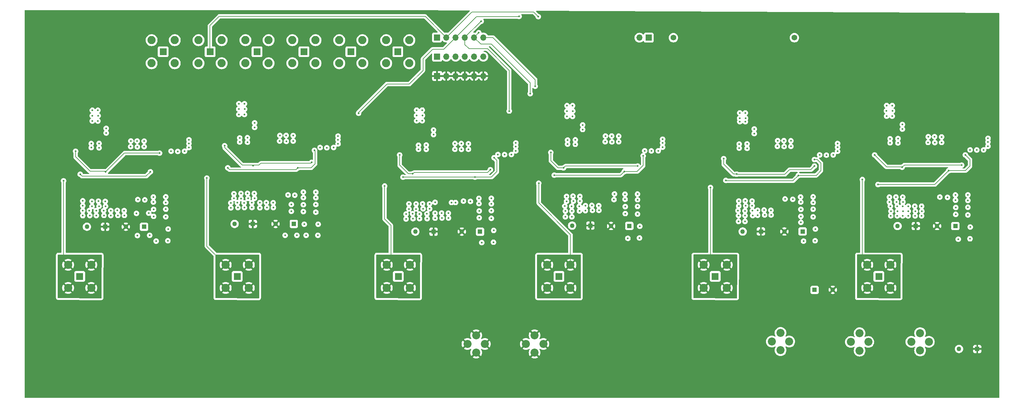
<source format=gbr>
%TF.GenerationSoftware,KiCad,Pcbnew,8.0.5*%
%TF.CreationDate,2024-11-15T20:54:05-05:00*%
%TF.ProjectId,amp_board_final,616d705f-626f-4617-9264-5f66696e616c,rev?*%
%TF.SameCoordinates,Original*%
%TF.FileFunction,Copper,L4,Bot*%
%TF.FilePolarity,Positive*%
%FSLAX46Y46*%
G04 Gerber Fmt 4.6, Leading zero omitted, Abs format (unit mm)*
G04 Created by KiCad (PCBNEW 8.0.5) date 2024-11-15 20:54:05*
%MOMM*%
%LPD*%
G01*
G04 APERTURE LIST*
%TA.AperFunction,ComponentPad*%
%ADD10C,2.209800*%
%TD*%
%TA.AperFunction,ComponentPad*%
%ADD11R,1.275000X1.275000*%
%TD*%
%TA.AperFunction,ComponentPad*%
%ADD12C,1.275000*%
%TD*%
%TA.AperFunction,ComponentPad*%
%ADD13R,1.950000X1.950000*%
%TD*%
%TA.AperFunction,ComponentPad*%
%ADD14C,2.250000*%
%TD*%
%TA.AperFunction,ComponentPad*%
%ADD15R,1.700000X1.700000*%
%TD*%
%TA.AperFunction,ComponentPad*%
%ADD16O,1.700000X1.700000*%
%TD*%
%TA.AperFunction,ComponentPad*%
%ADD17C,1.575000*%
%TD*%
%TA.AperFunction,ViaPad*%
%ADD18C,0.508000*%
%TD*%
%TA.AperFunction,Conductor*%
%ADD19C,0.203200*%
%TD*%
G04 APERTURE END LIST*
D10*
%TO.P,J8,1,1*%
%TO.N,GND*%
X154381200Y-103924100D03*
%TO.P,J8,2,2*%
X154381200Y-108699300D03*
%TO.P,J8,3,3*%
X156768800Y-106311700D03*
%TO.P,J8,4,4*%
X151993600Y-106311700D03*
%TD*%
D11*
%TO.P,C22,1,+*%
%TO.N,HV*%
X47230000Y-74090000D03*
D12*
%TO.P,C22,2,-*%
%TO.N,GND*%
X42230000Y-74090000D03*
%TD*%
D11*
%TO.P,C10,1,+*%
%TO.N,HV*%
X139398469Y-75438000D03*
D12*
%TO.P,C10,2,-*%
%TO.N,GND*%
X134398469Y-75438000D03*
%TD*%
D11*
%TO.P,C2,1,+*%
%TO.N,HV*%
X231180000Y-91440000D03*
D12*
%TO.P,C2,2,-*%
%TO.N,GND*%
X236180000Y-91440000D03*
%TD*%
D13*
%TO.P,J13,1*%
%TO.N,input_5a*%
X248818400Y-87731600D03*
D14*
%TO.P,J13,2*%
%TO.N,input_5b*%
X245643400Y-84556600D03*
%TO.P,J13,3,Ext*%
X245643400Y-90906600D03*
%TO.P,J13,4,Ext*%
X251993400Y-90906600D03*
%TO.P,J13,5,Ext*%
X251993400Y-84556600D03*
%TD*%
D10*
%TO.P,J4,1,1*%
%TO.N,GND*%
X138328400Y-103924100D03*
%TO.P,J4,2,2*%
X138328400Y-108699300D03*
%TO.P,J4,3,3*%
X140716000Y-106311700D03*
%TO.P,J4,4,4*%
X135940800Y-106311700D03*
%TD*%
%TO.P,J2,1,1*%
%TO.N,HV*%
X221843600Y-103263700D03*
%TO.P,J2,2,2*%
X221843600Y-108038900D03*
%TO.P,J2,3,3*%
X224231200Y-105651300D03*
%TO.P,J2,4,4*%
X219456000Y-105651300D03*
%TD*%
D15*
%TO.P,J23,1,Pin_1*%
%TO.N,output_0*%
X127609600Y-22047200D03*
D16*
%TO.P,J23,2,Pin_2*%
%TO.N,output_1*%
X130149600Y-22047200D03*
%TO.P,J23,3,Pin_3*%
%TO.N,output_2*%
X132689600Y-22047200D03*
%TO.P,J23,4,Pin_4*%
%TO.N,output_3*%
X135229600Y-22047200D03*
%TO.P,J23,5,Pin_5*%
%TO.N,output_4*%
X137769600Y-22047200D03*
%TO.P,J23,6,Pin_6*%
%TO.N,output_5*%
X140309600Y-22047200D03*
%TD*%
D13*
%TO.P,J5,1*%
%TO.N,input_1a*%
X72796400Y-87731600D03*
D14*
%TO.P,J5,2*%
%TO.N,input_1b*%
X69621400Y-84556600D03*
%TO.P,J5,3,Ext*%
X69621400Y-90906600D03*
%TO.P,J5,4,Ext*%
X75971400Y-90906600D03*
%TO.P,J5,5,Ext*%
X75971400Y-84556600D03*
%TD*%
D13*
%TO.P,J11,1*%
%TO.N,input_4a*%
X203911200Y-87731600D03*
D14*
%TO.P,J11,2*%
%TO.N,input_4b*%
X200736200Y-84556600D03*
%TO.P,J11,3,Ext*%
X200736200Y-90906600D03*
%TO.P,J11,4,Ext*%
X207086200Y-90906600D03*
%TO.P,J11,5,Ext*%
X207086200Y-84556600D03*
%TD*%
D15*
%TO.P,J12,1,Pin_1*%
%TO.N,GND*%
X127630000Y-32630000D03*
D16*
%TO.P,J12,2,Pin_2*%
X130170000Y-32630000D03*
%TO.P,J12,3,Pin_3*%
X132710000Y-32630000D03*
%TO.P,J12,4,Pin_4*%
X135250000Y-32630000D03*
%TO.P,J12,5,Pin_5*%
X137790000Y-32630000D03*
%TO.P,J12,6,Pin_6*%
X140330000Y-32630000D03*
%TD*%
D13*
%TO.P,J9,1*%
%TO.N,input_3a*%
X161036000Y-87731600D03*
D14*
%TO.P,J9,2*%
%TO.N,input_3b*%
X157861000Y-84556600D03*
%TO.P,J9,3,Ext*%
X157861000Y-90906600D03*
%TO.P,J9,4,Ext*%
X164211000Y-90906600D03*
%TO.P,J9,5,Ext*%
X164211000Y-84556600D03*
%TD*%
D15*
%TO.P,J10,1,Pin_1*%
%TO.N,Net-(J10-Pin_1)*%
X185679000Y-22098000D03*
D16*
%TO.P,J10,2,Pin_2*%
%TO.N,output_0*%
X183139000Y-22098000D03*
%TD*%
D13*
%TO.P,J18,1*%
%TO.N,output_3*%
X91094560Y-25958800D03*
D14*
%TO.P,J18,2*%
%TO.N,VSS*%
X94269560Y-29133800D03*
%TO.P,J18,3,Ext*%
X94269560Y-22783800D03*
%TO.P,J18,4,Ext*%
X87919560Y-22783800D03*
%TO.P,J18,5,Ext*%
X87919560Y-29133800D03*
%TD*%
D13*
%TO.P,J15,1*%
%TO.N,output_0*%
X52476400Y-25958800D03*
D14*
%TO.P,J15,2*%
%TO.N,VSS*%
X49301400Y-22783800D03*
%TO.P,J15,3,Ext*%
X49301400Y-29133800D03*
%TO.P,J15,4,Ext*%
X55651400Y-29133800D03*
%TO.P,J15,5,Ext*%
X55651400Y-22783800D03*
%TD*%
D13*
%TO.P,J17,1*%
%TO.N,output_2*%
X78221840Y-25958800D03*
D14*
%TO.P,J17,2*%
%TO.N,VSS*%
X81396840Y-29133800D03*
%TO.P,J17,3,Ext*%
X81396840Y-22783800D03*
%TO.P,J17,4,Ext*%
X75046840Y-22783800D03*
%TO.P,J17,5,Ext*%
X75046840Y-29133800D03*
%TD*%
D15*
%TO.P,J21,1,Pin_1*%
%TO.N,VSS*%
X127630000Y-27338600D03*
D16*
%TO.P,J21,2,Pin_2*%
X130170000Y-27338600D03*
%TO.P,J21,3,Pin_3*%
X132710000Y-27338600D03*
%TO.P,J21,4,Pin_4*%
X135250000Y-27338600D03*
%TO.P,J21,5,Pin_5*%
X137790000Y-27338600D03*
%TO.P,J21,6,Pin_6*%
X140330000Y-27338600D03*
%TD*%
D10*
%TO.P,J6,1,1*%
%TO.N,VSS*%
X260134100Y-103327200D03*
%TO.P,J6,2,2*%
X260134100Y-108102400D03*
%TO.P,J6,3,3*%
X262521700Y-105714800D03*
%TO.P,J6,4,4*%
X257746500Y-105714800D03*
%TD*%
D13*
%TO.P,J7,1*%
%TO.N,input_2a*%
X116992400Y-87731600D03*
D14*
%TO.P,J7,2*%
%TO.N,input_2b*%
X113817400Y-84556600D03*
%TO.P,J7,3,Ext*%
X113817400Y-90906600D03*
%TO.P,J7,4,Ext*%
X120167400Y-90906600D03*
%TO.P,J7,5,Ext*%
X120167400Y-84556600D03*
%TD*%
D11*
%TO.P,C50,1,+*%
%TO.N,GND*%
X216458800Y-75387200D03*
D12*
%TO.P,C50,2,-*%
%TO.N,VSS*%
X211458800Y-75387200D03*
%TD*%
D11*
%TO.P,C44,1,+*%
%TO.N,GND*%
X169672000Y-73761600D03*
D12*
%TO.P,C44,2,-*%
%TO.N,VSS*%
X164672000Y-73761600D03*
%TD*%
D13*
%TO.P,J20,1*%
%TO.N,output_5*%
X116840000Y-25958800D03*
D14*
%TO.P,J20,2*%
%TO.N,VSS*%
X120015000Y-29133800D03*
%TO.P,J20,3,Ext*%
X120015000Y-22783800D03*
%TO.P,J20,4,Ext*%
X113665000Y-22783800D03*
%TO.P,J20,5,Ext*%
X113665000Y-29133800D03*
%TD*%
D11*
%TO.P,C52,1,+*%
%TO.N,GND*%
X258950000Y-73890000D03*
D12*
%TO.P,C52,2,-*%
%TO.N,VSS*%
X253950000Y-73890000D03*
%TD*%
D17*
%TO.P,R1,1*%
%TO.N,Net-(J10-Pin_1)*%
X192442500Y-22098000D03*
%TO.P,R1,2*%
%TO.N,VSS*%
X225642500Y-22098000D03*
%TD*%
D13*
%TO.P,J19,1*%
%TO.N,output_4*%
X103967280Y-25958800D03*
D14*
%TO.P,J19,2*%
%TO.N,VSS*%
X107142280Y-29133800D03*
%TO.P,J19,3,Ext*%
X107142280Y-22783800D03*
%TO.P,J19,4,Ext*%
X100792280Y-22783800D03*
%TO.P,J19,5,Ext*%
X100792280Y-29133800D03*
%TD*%
D11*
%TO.P,C48,1,+*%
%TO.N,GND*%
X36560000Y-74090000D03*
D12*
%TO.P,C48,2,-*%
%TO.N,VSS*%
X31560000Y-74090000D03*
%TD*%
D11*
%TO.P,C40,1,+*%
%TO.N,GND*%
X275804000Y-107696000D03*
D12*
%TO.P,C40,2,-*%
%TO.N,VSS*%
X270804000Y-107696000D03*
%TD*%
D10*
%TO.P,J1,1,1*%
%TO.N,VSS*%
X243535200Y-103365300D03*
%TO.P,J1,2,2*%
X243535200Y-108140500D03*
%TO.P,J1,3,3*%
X245922800Y-105752900D03*
%TO.P,J1,4,4*%
X241147600Y-105752900D03*
%TD*%
D11*
%TO.P,C38,1,+*%
%TO.N,HV*%
X269800000Y-73890000D03*
D12*
%TO.P,C38,2,-*%
%TO.N,GND*%
X264800000Y-73890000D03*
%TD*%
D13*
%TO.P,J16,1*%
%TO.N,output_1*%
X65349120Y-25958800D03*
D14*
%TO.P,J16,2*%
%TO.N,VSS*%
X62174120Y-22783800D03*
%TO.P,J16,3,Ext*%
X62174120Y-29133800D03*
%TO.P,J16,4,Ext*%
X68524120Y-29133800D03*
%TO.P,J16,5,Ext*%
X68524120Y-22783800D03*
%TD*%
D11*
%TO.P,C34,1,+*%
%TO.N,HV*%
X227899600Y-75387200D03*
D12*
%TO.P,C34,2,-*%
%TO.N,GND*%
X222899600Y-75387200D03*
%TD*%
D11*
%TO.P,C46,1,+*%
%TO.N,GND*%
X77070000Y-73300000D03*
D12*
%TO.P,C46,2,-*%
%TO.N,VSS*%
X72070000Y-73300000D03*
%TD*%
D11*
%TO.P,C26,1,+*%
%TO.N,HV*%
X88310000Y-73300000D03*
D12*
%TO.P,C26,2,-*%
%TO.N,GND*%
X83310000Y-73300000D03*
%TD*%
D11*
%TO.P,C14,1,+*%
%TO.N,HV*%
X180350800Y-73863200D03*
D12*
%TO.P,C14,2,-*%
%TO.N,GND*%
X175350800Y-73863200D03*
%TD*%
D11*
%TO.P,C42,1,+*%
%TO.N,GND*%
X126655200Y-75438000D03*
D12*
%TO.P,C42,2,-*%
%TO.N,VSS*%
X121655200Y-75438000D03*
%TD*%
D13*
%TO.P,J3,1*%
%TO.N,input_0a*%
X29571100Y-87731600D03*
D14*
%TO.P,J3,2*%
%TO.N,input_0b*%
X26396100Y-84556600D03*
%TO.P,J3,3,Ext*%
X26396100Y-90906600D03*
%TO.P,J3,4,Ext*%
X32746100Y-90906600D03*
%TO.P,J3,5,Ext*%
X32746100Y-84556600D03*
%TD*%
D18*
%TO.N,VSS*%
X273853600Y-52939000D03*
X278765000Y-51943000D03*
X277562000Y-52939000D03*
X278765000Y-49784000D03*
X275682400Y-52989800D03*
X278762000Y-50800000D03*
X237490000Y-53340000D03*
X232578600Y-54336000D03*
X237490000Y-51181000D03*
X236287000Y-54336000D03*
X234407400Y-54386800D03*
X237487000Y-52197000D03*
X188281000Y-53193000D03*
X186401400Y-53243800D03*
X189484000Y-50038000D03*
X184572600Y-53193000D03*
X189484000Y-52197000D03*
X189481000Y-51054000D03*
X149225000Y-53213000D03*
X146142400Y-54259800D03*
X149225000Y-51054000D03*
X149222000Y-52070000D03*
X144313600Y-54209000D03*
X148022000Y-54209000D03*
X100457000Y-51308000D03*
X100454000Y-50165000D03*
X100457000Y-49149000D03*
X99254000Y-52304000D03*
X97374400Y-52354800D03*
X95545600Y-52304000D03*
X59563000Y-52324000D03*
X59560000Y-51181000D03*
X59563000Y-50165000D03*
X54651600Y-53320000D03*
X56480400Y-53370800D03*
X58360000Y-53320000D03*
%TO.N,input_0b*%
X25146000Y-61468000D03*
%TO.N,input_1b*%
X64465200Y-60706000D03*
%TO.N,input_2b*%
X113233200Y-62890400D03*
%TO.N,input_3b*%
X155498800Y-62128400D03*
%TO.N,input_4b*%
X202641200Y-63296800D03*
%TO.N,input_5b*%
X244297200Y-61112400D03*
%TO.N,output_1*%
X77127100Y-57264300D03*
X155382078Y-16306800D03*
X69329800Y-51816000D03*
X93218000Y-56388000D03*
%TO.N,HV*%
X122529600Y-52781200D03*
X34569400Y-45008800D03*
X182600600Y-68503800D03*
X230784400Y-69265800D03*
X88595200Y-65405000D03*
X73202800Y-41732200D03*
X77571600Y-45491400D03*
X121970800Y-43484800D03*
X182600600Y-70612000D03*
X267665200Y-66014600D03*
X227431600Y-69316600D03*
X53187600Y-69265800D03*
X36855400Y-48310800D03*
X231419400Y-74701400D03*
X269824200Y-65354200D03*
X250901200Y-42214800D03*
X273812000Y-77393800D03*
X47447200Y-66700400D03*
X182600600Y-66649600D03*
X48514000Y-70358000D03*
X89154000Y-76454000D03*
X73253600Y-43205400D03*
X230784400Y-71374000D03*
X34874200Y-51155600D03*
X214630000Y-48463200D03*
X48768000Y-76454000D03*
X32994600Y-43535600D03*
X250952000Y-43688000D03*
X273253200Y-68732400D03*
X32740600Y-51206400D03*
X210667600Y-42773600D03*
X182600600Y-65100200D03*
X136779000Y-67106800D03*
X163271200Y-40792400D03*
X142519400Y-66268600D03*
X75590400Y-50825400D03*
X124663200Y-51612800D03*
X139090400Y-66294000D03*
X90932000Y-69926200D03*
X273253200Y-70840600D03*
X265557000Y-65913000D03*
X49834800Y-71221600D03*
X179171600Y-65125600D03*
X75590400Y-49606200D03*
X50546000Y-78028800D03*
X34620200Y-43535600D03*
X139166600Y-69723000D03*
X227431600Y-71221600D03*
X210616800Y-44246800D03*
X255270000Y-45974000D03*
X273253200Y-65328800D03*
X270611600Y-77495400D03*
X163220400Y-42265600D03*
X87630000Y-67945000D03*
X251917200Y-51003200D03*
X91694000Y-76454000D03*
X86741000Y-65328800D03*
X225196400Y-66548000D03*
X94361000Y-64566800D03*
X73456800Y-50774600D03*
X142519400Y-69672200D03*
X269849600Y-66776600D03*
X45415200Y-76504800D03*
X210667600Y-45212000D03*
X126644400Y-47498000D03*
X94361000Y-70078600D03*
X252476000Y-43688000D03*
X230784400Y-65862200D03*
X254050800Y-51054000D03*
X139877800Y-78435200D03*
X179197000Y-66548000D03*
X53822600Y-74701400D03*
X122021600Y-44958000D03*
X33045400Y-42062400D03*
X73456800Y-49657000D03*
X163423600Y-50241200D03*
X34569400Y-42062400D03*
X176301400Y-65049400D03*
X32740600Y-52324000D03*
X34874200Y-52374800D03*
X94919800Y-76454000D03*
X214630000Y-47193200D03*
X231343200Y-77927200D03*
X163423600Y-51358800D03*
X227355400Y-65887600D03*
X45161200Y-70408800D03*
X212242400Y-44246800D03*
X183159400Y-77165200D03*
X212648800Y-51308000D03*
X273253200Y-66878200D03*
X87630000Y-69850000D03*
X90932000Y-64541400D03*
X227380800Y-67310000D03*
X252476000Y-40741600D03*
X165557200Y-50190400D03*
X139166600Y-71628000D03*
X165557200Y-51409600D03*
X228142800Y-78028800D03*
X123596400Y-43484800D03*
X176149000Y-66624200D03*
X250952000Y-40741600D03*
X49834800Y-69316600D03*
X142519400Y-71780400D03*
X73253600Y-40259000D03*
X91186000Y-73406000D03*
X142519400Y-67818000D03*
X164795200Y-40792400D03*
X212191600Y-42773600D03*
X252526800Y-42214800D03*
X94361000Y-67970400D03*
X53187600Y-71374000D03*
X94996000Y-73406000D03*
X123545600Y-44958000D03*
X269900400Y-70688200D03*
X255270000Y-47244000D03*
X251917200Y-49885600D03*
X164846000Y-42265600D03*
X134848600Y-67030600D03*
X33045400Y-45008800D03*
X126644400Y-48768000D03*
X179959000Y-77266800D03*
X77571600Y-46761400D03*
X210515200Y-51358800D03*
X143078200Y-78333600D03*
X230784400Y-67411600D03*
X164795200Y-43738800D03*
X179247800Y-70459600D03*
X212648800Y-52527200D03*
X85928200Y-76454000D03*
X122021600Y-42011600D03*
X179247800Y-68554600D03*
X49784000Y-67310000D03*
X212191600Y-45212000D03*
X124663200Y-52832000D03*
X139115800Y-67716400D03*
X210515200Y-52476400D03*
X74777600Y-43205400D03*
X74777600Y-40259000D03*
X74828400Y-41732200D03*
X167538400Y-46075600D03*
X90932000Y-68021200D03*
X90957400Y-66065400D03*
X53746400Y-77927200D03*
X183235600Y-73939400D03*
X254050800Y-49834800D03*
X223088200Y-66446400D03*
X36855400Y-47040800D03*
X53187600Y-65862200D03*
X94361000Y-66116200D03*
X49758600Y-65887600D03*
X123545600Y-42011600D03*
X227431600Y-72898000D03*
X273888200Y-74168000D03*
X122529600Y-51663600D03*
X45516800Y-66624200D03*
X163271200Y-43738800D03*
X269900400Y-68783200D03*
X143154400Y-75107800D03*
X53187600Y-67411600D03*
X167538400Y-47345600D03*
%TO.N,output_0*%
X28448000Y-53340000D03*
X51485800Y-53848000D03*
X36703000Y-58978800D03*
%TO.N,output_2*%
X106070400Y-42875200D03*
X142240000Y-58420000D03*
X120904000Y-59519691D03*
X150114000Y-16256000D03*
X117348000Y-54356000D03*
%TO.N,output_3*%
X162306000Y-57912000D03*
X139700000Y-17576800D03*
X158818741Y-53662742D03*
X147421600Y-42265600D03*
X182626000Y-57404000D03*
%TO.N,output_4*%
X209794577Y-59617394D03*
X206248000Y-55372000D03*
X139067718Y-20749083D03*
X231140000Y-57404000D03*
X153162000Y-37490400D03*
%TO.N,output_5*%
X154533600Y-35458400D03*
X271526000Y-57150000D03*
X247650000Y-54356000D03*
X255219200Y-57708800D03*
%TO.N,/amp_0/output0_mv*%
X48979979Y-58962179D03*
X29692600Y-59639200D03*
%TO.N,/amp_0/output1_mv*%
X70205600Y-57886600D03*
X93980000Y-53086000D03*
X89408000Y-57912000D03*
%TO.N,/amp_1/output2_mv*%
X138023600Y-60452000D03*
X143256000Y-55118000D03*
X118262400Y-60452000D03*
%TO.N,/amp_1/output3_mv*%
X178968400Y-58928000D03*
X184150000Y-54610000D03*
X159766000Y-59893200D03*
%TO.N,/amp_2/output4_mv*%
X226745800Y-59969400D03*
X206836226Y-61330529D03*
X231140000Y-55626000D03*
%TO.N,/amp_2/output5_mv*%
X267959168Y-58663168D03*
X248564400Y-62484000D03*
X272542000Y-54356000D03*
%TO.N,VSS*%
X134264400Y-51206400D03*
X260553200Y-68427600D03*
X77520800Y-66268600D03*
X170078400Y-68224400D03*
X256895600Y-68427600D03*
X34086800Y-69672200D03*
X119100600Y-71932800D03*
X127050800Y-70358000D03*
X32943800Y-68478400D03*
X76784200Y-67487800D03*
X78994000Y-67487800D03*
X175564800Y-50749200D03*
X253873000Y-71094600D03*
X124891800Y-71856600D03*
X258673600Y-68427600D03*
X258826000Y-69799200D03*
X36652200Y-68427600D03*
X132537200Y-51206400D03*
X128828800Y-70307200D03*
X86207600Y-48971200D03*
X130759200Y-71678800D03*
X255371600Y-68427600D03*
X264160000Y-50927000D03*
X215544400Y-70916800D03*
X210337400Y-71018400D03*
X252095000Y-71094600D03*
X224688400Y-50444400D03*
X32943800Y-67106800D03*
X43611800Y-50495200D03*
X38125400Y-69646800D03*
X43561000Y-52070000D03*
X71043800Y-68884800D03*
X131572000Y-67411600D03*
X214020400Y-67005200D03*
X30429200Y-68326000D03*
X175514000Y-49123600D03*
X88138000Y-50546000D03*
X30429200Y-71043800D03*
X34874200Y-68427600D03*
X222808800Y-52019200D03*
X125577600Y-69138800D03*
X132689600Y-67411600D03*
X127050800Y-71729600D03*
X164592000Y-71374000D03*
X260604000Y-69799200D03*
X119888000Y-69189600D03*
X219252800Y-70866000D03*
X36220400Y-70967600D03*
X171958000Y-68275200D03*
X72821800Y-67462400D03*
X45389800Y-52120800D03*
X119100600Y-70561200D03*
X166776400Y-65735200D03*
X39903400Y-69596000D03*
X121031000Y-71882000D03*
X41833800Y-70967600D03*
X163118800Y-67106800D03*
X251993400Y-68427600D03*
X45339000Y-50495200D03*
X255422400Y-69799200D03*
X134315200Y-52832000D03*
X166624000Y-68427600D03*
X221030800Y-50393600D03*
X251714000Y-67310000D03*
X217322400Y-69494400D03*
X123799600Y-69138800D03*
X212090000Y-72644000D03*
X224688400Y-51968400D03*
X266039600Y-50901600D03*
X77470000Y-64947800D03*
X84480400Y-48971200D03*
X127050800Y-67360800D03*
X256895600Y-69799200D03*
X32359600Y-70993000D03*
X266039600Y-49377600D03*
X71882000Y-66294000D03*
X264109200Y-49326800D03*
X38125400Y-71018400D03*
X120878600Y-70510400D03*
X262331200Y-50901600D03*
X255371600Y-65938400D03*
X210362800Y-67005200D03*
X128981200Y-71678800D03*
X136194800Y-51257200D03*
X253492000Y-65887600D03*
X210312000Y-72644000D03*
X212115400Y-71018400D03*
X47269400Y-52070000D03*
X34137600Y-70993000D03*
X177444400Y-49174400D03*
X36169600Y-69646800D03*
X210185000Y-69646800D03*
X214147400Y-69672200D03*
X252145800Y-69799200D03*
X163118800Y-65735200D03*
X76835000Y-68808600D03*
X75590400Y-64897000D03*
X214198200Y-70993000D03*
X164541200Y-68453000D03*
X47269400Y-50546000D03*
X166674800Y-69748400D03*
X121869200Y-69189600D03*
X217474800Y-70866000D03*
X30429200Y-66954400D03*
X173736000Y-50698400D03*
X119888000Y-67818000D03*
X256844800Y-71094600D03*
X80772000Y-67437000D03*
X30429200Y-69672200D03*
X74752200Y-68834000D03*
X162814000Y-71374000D03*
X74701400Y-67513200D03*
X164896800Y-65684400D03*
X165049200Y-67056000D03*
X253644400Y-67259200D03*
X34721800Y-67056000D03*
X260553200Y-71094600D03*
X82651600Y-67487800D03*
X71882000Y-65024000D03*
X73812400Y-64947800D03*
X215544400Y-69545200D03*
X262382000Y-49326800D03*
X122758200Y-70561200D03*
X222758000Y-50393600D03*
X251714000Y-65938400D03*
X168300400Y-69646800D03*
X258775200Y-71094600D03*
X130708400Y-70358000D03*
X164592000Y-69773800D03*
X78994000Y-68859400D03*
X124841000Y-70535800D03*
X210362800Y-68376800D03*
X172008800Y-69596000D03*
X219202000Y-69545200D03*
X84429600Y-50546000D03*
X255371600Y-71094600D03*
X214071200Y-68326000D03*
X125526800Y-67818000D03*
X220980000Y-51968400D03*
X212293200Y-68326000D03*
X168300400Y-68275200D03*
X71043800Y-67513200D03*
X253923800Y-69799200D03*
X122809000Y-71882000D03*
X136194800Y-52781200D03*
X73812400Y-66319400D03*
X121869200Y-67818000D03*
X41783000Y-69646800D03*
X132486400Y-52781200D03*
X255422400Y-67259200D03*
X72974200Y-68834000D03*
X36601400Y-67106800D03*
X82702400Y-68808600D03*
X212064600Y-69697600D03*
X177444400Y-50698400D03*
X123647200Y-67767200D03*
X166827200Y-67056000D03*
X80924400Y-68808600D03*
X32207200Y-69621400D03*
X212140800Y-66954400D03*
X170230800Y-69596000D03*
X173786800Y-49123600D03*
X40055800Y-70967600D03*
X253873000Y-68427600D03*
X75742800Y-66268600D03*
X162814000Y-69773800D03*
X86258400Y-50596800D03*
X88138000Y-49022000D03*
X162661600Y-68402200D03*
%TO.N,GND*%
X268224000Y-55372000D03*
X179578000Y-55626000D03*
X49276000Y-55880000D03*
X227076000Y-56896000D03*
X89916000Y-54127400D03*
X138099800Y-57404000D03*
%TD*%
D19*
%TO.N,input_0b*%
X25146000Y-61468000D02*
X25146000Y-83097800D01*
X25146000Y-83097800D02*
X26396100Y-84347900D01*
X26396100Y-84347900D02*
X26396100Y-84556600D01*
%TO.N,input_1b*%
X69519800Y-90906600D02*
X69392800Y-90779600D01*
X69621400Y-90906600D02*
X69519800Y-90906600D01*
X69570600Y-84556600D02*
X69621400Y-84556600D01*
X64465200Y-60706000D02*
X64465200Y-79451200D01*
X64465200Y-79451200D02*
X69570600Y-84556600D01*
%TO.N,input_2b*%
X113233200Y-71973643D02*
X113233200Y-62890400D01*
X113233200Y-71973643D02*
X114942400Y-73682843D01*
X114942400Y-83431600D02*
X113817400Y-84556600D01*
X114942400Y-73682843D02*
X114942400Y-83431600D01*
%TO.N,input_3b*%
X155498800Y-62128400D02*
X155498800Y-67564000D01*
X155498800Y-62128400D02*
X155498800Y-61976000D01*
X155498800Y-67564000D02*
X164211000Y-76276200D01*
X164211000Y-76276200D02*
X164211000Y-84556600D01*
%TO.N,input_4b*%
X202641200Y-63296800D02*
X202641200Y-82651600D01*
X202641200Y-82651600D02*
X200736200Y-84556600D01*
%TO.N,input_5b*%
X244297200Y-83210400D02*
X245643400Y-84556600D01*
X244297200Y-61112400D02*
X244297200Y-61061600D01*
X244297200Y-61112400D02*
X244297200Y-83210400D01*
%TO.N,output_1*%
X124358400Y-16256000D02*
X130149600Y-22047200D01*
X79248000Y-56642000D02*
X92964000Y-56642000D01*
X65306935Y-25693095D02*
X65306935Y-18767065D01*
X65306935Y-18767065D02*
X67818000Y-16256000D01*
X155382078Y-16306800D02*
X154112078Y-15036800D01*
X137160000Y-15036800D02*
X130149600Y-22047200D01*
X154112078Y-15036800D02*
X137160000Y-15036800D01*
X65349120Y-25958800D02*
X65349120Y-25735280D01*
X92964000Y-56642000D02*
X93218000Y-56388000D01*
X77127100Y-57264300D02*
X77241400Y-57150000D01*
X67818000Y-16256000D02*
X124358400Y-16256000D01*
X69329800Y-52311800D02*
X69329800Y-51816000D01*
X74142600Y-57124600D02*
X69329800Y-52311800D01*
X65349120Y-25735280D02*
X65306935Y-25693095D01*
X77127100Y-57264300D02*
X76987400Y-57124600D01*
X77241400Y-57150000D02*
X78740000Y-57150000D01*
X78740000Y-57150000D02*
X79248000Y-56642000D01*
X76987400Y-57124600D02*
X74142600Y-57124600D01*
%TO.N,output_0*%
X28448000Y-54864000D02*
X32420000Y-58836000D01*
X51485800Y-53848000D02*
X41833800Y-53848000D01*
X28448000Y-53340000D02*
X28448000Y-54864000D01*
X32420000Y-58836000D02*
X36703000Y-58836000D01*
X41833800Y-53848000D02*
X36703000Y-58978800D01*
%TO.N,output_2*%
X117348000Y-54356000D02*
X117348000Y-57150000D01*
X141478000Y-59182000D02*
X121310400Y-59182000D01*
X142240000Y-58420000D02*
X141478000Y-59182000D01*
X119717691Y-59519691D02*
X120904000Y-59519691D01*
X105968800Y-42722800D02*
X113842800Y-34848800D01*
X119989600Y-34848800D02*
X123748800Y-31089600D01*
X113842800Y-34848800D02*
X119989600Y-34848800D01*
X138430000Y-16306800D02*
X132689600Y-22047200D01*
X120954800Y-59537600D02*
X120936891Y-59519691D01*
X106070400Y-42875200D02*
X106070400Y-42824400D01*
X150114000Y-16256000D02*
X150063200Y-16306800D01*
X106070400Y-42824400D02*
X105968800Y-42722800D01*
X126390400Y-25298400D02*
X129438400Y-25298400D01*
X129438400Y-25298400D02*
X132689600Y-22047200D01*
X123748800Y-31089600D02*
X123748800Y-27940000D01*
X120936891Y-59519691D02*
X120904000Y-59519691D01*
X150063200Y-16306800D02*
X138430000Y-16306800D01*
X121310400Y-59182000D02*
X120954800Y-59537600D01*
X123748800Y-27940000D02*
X126390400Y-25298400D01*
X117348000Y-57150000D02*
X119717691Y-59519691D01*
%TO.N,output_3*%
X139674600Y-17576800D02*
X135229600Y-22021800D01*
X160782000Y-57912000D02*
X162306000Y-57912000D01*
X182626000Y-57404000D02*
X162814000Y-57404000D01*
X135229600Y-22047200D02*
X135432800Y-22047200D01*
X162814000Y-57404000D02*
X162306000Y-57912000D01*
X158818741Y-55948741D02*
X160782000Y-57912000D01*
X141478000Y-25146000D02*
X136398000Y-25146000D01*
X139700000Y-17576800D02*
X139674600Y-17576800D01*
X158818741Y-53662742D02*
X158818741Y-55948741D01*
X135229600Y-23977600D02*
X135229600Y-22047200D01*
X135229600Y-22021800D02*
X135229600Y-22047200D01*
X147421600Y-42265600D02*
X147421600Y-31089600D01*
X136398000Y-25146000D02*
X135229600Y-23977600D01*
X147421600Y-31089600D02*
X141478000Y-25146000D01*
%TO.N,output_4*%
X231140000Y-57404000D02*
X230124000Y-58420000D01*
X223012000Y-59690000D02*
X209867183Y-59690000D01*
X153162000Y-37490400D02*
X153162000Y-34544000D01*
X224282000Y-58420000D02*
X223012000Y-59690000D01*
X208969394Y-59617394D02*
X209794577Y-59617394D01*
X139067718Y-20749083D02*
X139067717Y-20749083D01*
X209867183Y-59690000D02*
X209794577Y-59617394D01*
X153162000Y-34544000D02*
X142494000Y-23876000D01*
X142494000Y-23876000D02*
X139598400Y-23876000D01*
X206248000Y-55372000D02*
X206248000Y-56896000D01*
X230124000Y-58420000D02*
X224282000Y-58420000D01*
X206248000Y-56896000D02*
X208969394Y-59617394D01*
X139067717Y-20749083D02*
X137769600Y-22047200D01*
X139598400Y-23876000D02*
X137769600Y-22047200D01*
%TO.N,output_5*%
X250952000Y-57658000D02*
X247650000Y-54356000D01*
X255219200Y-57708800D02*
X255270000Y-57658000D01*
X154533600Y-33629600D02*
X142951200Y-22047200D01*
X271526000Y-57150000D02*
X271475200Y-57099200D01*
X154533600Y-35458400D02*
X154533600Y-33629600D01*
X142951200Y-22047200D02*
X140309600Y-22047200D01*
X255270000Y-57658000D02*
X250952000Y-57658000D01*
X255828800Y-57099200D02*
X255219200Y-57708800D01*
X271475200Y-57099200D02*
X255828800Y-57099200D01*
%TO.N,/amp_0/output0_mv*%
X29692600Y-59639200D02*
X30251400Y-60198000D01*
X30251400Y-60198000D02*
X47777400Y-60198000D01*
X47777400Y-60198000D02*
X48945800Y-59029600D01*
%TO.N,/amp_0/output1_mv*%
X94173600Y-56783823D02*
X94173600Y-53279600D01*
X94173600Y-53279600D02*
X93980000Y-53086000D01*
X89408000Y-57912000D02*
X93045423Y-57912000D01*
X70739000Y-58420000D02*
X70205600Y-57886600D01*
X89408000Y-57912000D02*
X88900000Y-58420000D01*
X93045423Y-57912000D02*
X94173600Y-56783823D01*
X88900000Y-58420000D02*
X70739000Y-58420000D01*
%TO.N,/amp_1/output2_mv*%
X144018000Y-58928000D02*
X144018000Y-55880000D01*
X144018000Y-55880000D02*
X143256000Y-55118000D01*
X138023600Y-60452000D02*
X138074400Y-60452000D01*
X118262400Y-60452000D02*
X138023600Y-60452000D01*
X142494000Y-60452000D02*
X144018000Y-58928000D01*
X138023600Y-60452000D02*
X142494000Y-60452000D01*
%TO.N,/amp_1/output3_mv*%
X184150000Y-57231423D02*
X184150000Y-54610000D01*
X178968400Y-58928000D02*
X182453423Y-58928000D01*
X182453423Y-58928000D02*
X184150000Y-57231423D01*
X178003200Y-59893200D02*
X159766000Y-59893200D01*
X178968400Y-58928000D02*
X178003200Y-59893200D01*
%TO.N,/amp_2/output4_mv*%
X232918000Y-56642000D02*
X231902000Y-55626000D01*
X231902000Y-55626000D02*
X231140000Y-55626000D01*
X226745800Y-59969400D02*
X226771200Y-59994800D01*
X226745800Y-59969400D02*
X231622600Y-59969400D01*
X231622600Y-59969400D02*
X232918000Y-58674000D01*
X206836226Y-61330529D02*
X206973697Y-61468000D01*
X225247200Y-61468000D02*
X226745800Y-59969400D01*
X206973697Y-61468000D02*
X225247200Y-61468000D01*
X232918000Y-58674000D02*
X232918000Y-56642000D01*
%TO.N,/amp_2/output5_mv*%
X273812000Y-57404000D02*
X273812000Y-55626000D01*
X248564400Y-62484000D02*
X264160000Y-62484000D01*
X273812000Y-55626000D02*
X272542000Y-54356000D01*
X267959168Y-58663168D02*
X272552832Y-58663168D01*
X264160000Y-62484000D02*
X267919200Y-58724800D01*
X272552832Y-58663168D02*
X273812000Y-57404000D01*
%TO.N,GND*%
X127200457Y-106311700D02*
X127187757Y-106324400D01*
X140716000Y-106019600D02*
X140563600Y-105867200D01*
X138328400Y-103924100D02*
X138214100Y-103924100D01*
X115824000Y-106324400D02*
X115671600Y-106324400D01*
X140716000Y-106311700D02*
X140716000Y-106019600D01*
X138214100Y-103924100D02*
X138023600Y-103733600D01*
%TD*%
%TA.AperFunction,Conductor*%
%TO.N,input_4b*%
G36*
X209908090Y-81736905D02*
G01*
X209953845Y-81789709D01*
X209965049Y-81841741D01*
X209945334Y-86514264D01*
X209915298Y-93632818D01*
X209895331Y-93699774D01*
X209842334Y-93745306D01*
X209790774Y-93756294D01*
X198049450Y-93706543D01*
X197982494Y-93686574D01*
X197936963Y-93633577D01*
X197925975Y-93582544D01*
X197925975Y-90906600D01*
X199106175Y-90906600D01*
X199126242Y-91161589D01*
X199185952Y-91410302D01*
X199283834Y-91646612D01*
X199283836Y-91646615D01*
X199417477Y-91864698D01*
X199417484Y-91864707D01*
X199420733Y-91868512D01*
X200058621Y-91230624D01*
X200071559Y-91261858D01*
X200153637Y-91384697D01*
X200258103Y-91489163D01*
X200380942Y-91571241D01*
X200412174Y-91584178D01*
X199774287Y-92222065D01*
X199778097Y-92225319D01*
X199996184Y-92358963D01*
X199996187Y-92358965D01*
X200232497Y-92456847D01*
X200481211Y-92516557D01*
X200481210Y-92516557D01*
X200736200Y-92536624D01*
X200991189Y-92516557D01*
X201239902Y-92456847D01*
X201476212Y-92358965D01*
X201476215Y-92358963D01*
X201694295Y-92225324D01*
X201694310Y-92225313D01*
X201698111Y-92222066D01*
X201698111Y-92222064D01*
X201060225Y-91584177D01*
X201091458Y-91571241D01*
X201214297Y-91489163D01*
X201318763Y-91384697D01*
X201400841Y-91261858D01*
X201413778Y-91230625D01*
X202051664Y-91868511D01*
X202051666Y-91868511D01*
X202054913Y-91864710D01*
X202054924Y-91864695D01*
X202188563Y-91646615D01*
X202188565Y-91646612D01*
X202286447Y-91410302D01*
X202346157Y-91161589D01*
X202366224Y-90906600D01*
X205456175Y-90906600D01*
X205476242Y-91161589D01*
X205535952Y-91410302D01*
X205633834Y-91646612D01*
X205633836Y-91646615D01*
X205767477Y-91864698D01*
X205767484Y-91864707D01*
X205770733Y-91868512D01*
X206408621Y-91230624D01*
X206421559Y-91261858D01*
X206503637Y-91384697D01*
X206608103Y-91489163D01*
X206730942Y-91571241D01*
X206762174Y-91584178D01*
X206124287Y-92222065D01*
X206128097Y-92225319D01*
X206346184Y-92358963D01*
X206346187Y-92358965D01*
X206582497Y-92456847D01*
X206831211Y-92516557D01*
X206831210Y-92516557D01*
X207086200Y-92536624D01*
X207341189Y-92516557D01*
X207589902Y-92456847D01*
X207826212Y-92358965D01*
X207826215Y-92358963D01*
X208044295Y-92225324D01*
X208044310Y-92225313D01*
X208048111Y-92222066D01*
X208048111Y-92222064D01*
X207410225Y-91584177D01*
X207441458Y-91571241D01*
X207564297Y-91489163D01*
X207668763Y-91384697D01*
X207750841Y-91261858D01*
X207763778Y-91230625D01*
X208401664Y-91868511D01*
X208401666Y-91868511D01*
X208404913Y-91864710D01*
X208404924Y-91864695D01*
X208538563Y-91646615D01*
X208538565Y-91646612D01*
X208636447Y-91410302D01*
X208696157Y-91161589D01*
X208716224Y-90906600D01*
X208696157Y-90651610D01*
X208636447Y-90402897D01*
X208538565Y-90166587D01*
X208538563Y-90166584D01*
X208404919Y-89948497D01*
X208401665Y-89944687D01*
X207763778Y-90582574D01*
X207750841Y-90551342D01*
X207668763Y-90428503D01*
X207564297Y-90324037D01*
X207441458Y-90241959D01*
X207410224Y-90229021D01*
X208048112Y-89591133D01*
X208044307Y-89587884D01*
X208044298Y-89587877D01*
X207826215Y-89454236D01*
X207826212Y-89454234D01*
X207589902Y-89356352D01*
X207341188Y-89296642D01*
X207341189Y-89296642D01*
X207086200Y-89276575D01*
X206831210Y-89296642D01*
X206582497Y-89356352D01*
X206346187Y-89454234D01*
X206346184Y-89454236D01*
X206128093Y-89587882D01*
X206124286Y-89591132D01*
X206762175Y-90229021D01*
X206730942Y-90241959D01*
X206608103Y-90324037D01*
X206503637Y-90428503D01*
X206421559Y-90551342D01*
X206408621Y-90582575D01*
X205770732Y-89944686D01*
X205767482Y-89948493D01*
X205633836Y-90166584D01*
X205633834Y-90166587D01*
X205535952Y-90402897D01*
X205476242Y-90651610D01*
X205456175Y-90906600D01*
X202366224Y-90906600D01*
X202346157Y-90651610D01*
X202286447Y-90402897D01*
X202188565Y-90166587D01*
X202188563Y-90166584D01*
X202054919Y-89948497D01*
X202051665Y-89944687D01*
X201413778Y-90582574D01*
X201400841Y-90551342D01*
X201318763Y-90428503D01*
X201214297Y-90324037D01*
X201091458Y-90241959D01*
X201060224Y-90229021D01*
X201698112Y-89591133D01*
X201694307Y-89587884D01*
X201694298Y-89587877D01*
X201476215Y-89454236D01*
X201476212Y-89454234D01*
X201239902Y-89356352D01*
X200991188Y-89296642D01*
X200991189Y-89296642D01*
X200736200Y-89276575D01*
X200481210Y-89296642D01*
X200232497Y-89356352D01*
X199996187Y-89454234D01*
X199996184Y-89454236D01*
X199778093Y-89587882D01*
X199774286Y-89591132D01*
X200412175Y-90229021D01*
X200380942Y-90241959D01*
X200258103Y-90324037D01*
X200153637Y-90428503D01*
X200071559Y-90551342D01*
X200058621Y-90582575D01*
X199420732Y-89944686D01*
X199417482Y-89948493D01*
X199283836Y-90166584D01*
X199283834Y-90166587D01*
X199185952Y-90402897D01*
X199126242Y-90651610D01*
X199106175Y-90906600D01*
X197925975Y-90906600D01*
X197925975Y-86708735D01*
X202435700Y-86708735D01*
X202435700Y-88754470D01*
X202435701Y-88754476D01*
X202442108Y-88814083D01*
X202492402Y-88948928D01*
X202492406Y-88948935D01*
X202578652Y-89064144D01*
X202578655Y-89064147D01*
X202693864Y-89150393D01*
X202693871Y-89150397D01*
X202828717Y-89200691D01*
X202828716Y-89200691D01*
X202835644Y-89201435D01*
X202888327Y-89207100D01*
X204934072Y-89207099D01*
X204993683Y-89200691D01*
X205128531Y-89150396D01*
X205243746Y-89064146D01*
X205329996Y-88948931D01*
X205380291Y-88814083D01*
X205386700Y-88754473D01*
X205386699Y-86708728D01*
X205380291Y-86649117D01*
X205329996Y-86514269D01*
X205329995Y-86514268D01*
X205329993Y-86514264D01*
X205243747Y-86399055D01*
X205243744Y-86399052D01*
X205128535Y-86312806D01*
X205128528Y-86312802D01*
X204993682Y-86262508D01*
X204993683Y-86262508D01*
X204934083Y-86256101D01*
X204934081Y-86256100D01*
X204934073Y-86256100D01*
X204934064Y-86256100D01*
X202888329Y-86256100D01*
X202888323Y-86256101D01*
X202828716Y-86262508D01*
X202693871Y-86312802D01*
X202693864Y-86312806D01*
X202578655Y-86399052D01*
X202578652Y-86399055D01*
X202492406Y-86514264D01*
X202492402Y-86514271D01*
X202442108Y-86649117D01*
X202435701Y-86708716D01*
X202435701Y-86708723D01*
X202435700Y-86708735D01*
X197925975Y-86708735D01*
X197925975Y-84556600D01*
X199106175Y-84556600D01*
X199126242Y-84811589D01*
X199185952Y-85060302D01*
X199283834Y-85296612D01*
X199283836Y-85296615D01*
X199417477Y-85514698D01*
X199417484Y-85514707D01*
X199420733Y-85518512D01*
X200058621Y-84880624D01*
X200071559Y-84911858D01*
X200153637Y-85034697D01*
X200258103Y-85139163D01*
X200380942Y-85221241D01*
X200412174Y-85234178D01*
X199774287Y-85872065D01*
X199778097Y-85875319D01*
X199996184Y-86008963D01*
X199996187Y-86008965D01*
X200232497Y-86106847D01*
X200481211Y-86166557D01*
X200481210Y-86166557D01*
X200736200Y-86186624D01*
X200991189Y-86166557D01*
X201239902Y-86106847D01*
X201476212Y-86008965D01*
X201476215Y-86008963D01*
X201694295Y-85875324D01*
X201694310Y-85875313D01*
X201698111Y-85872066D01*
X201698111Y-85872064D01*
X201060225Y-85234177D01*
X201091458Y-85221241D01*
X201214297Y-85139163D01*
X201318763Y-85034697D01*
X201400841Y-84911858D01*
X201413778Y-84880625D01*
X202051664Y-85518511D01*
X202051666Y-85518511D01*
X202054913Y-85514710D01*
X202054924Y-85514695D01*
X202188563Y-85296615D01*
X202188565Y-85296612D01*
X202286447Y-85060302D01*
X202346157Y-84811589D01*
X202366224Y-84556600D01*
X205456175Y-84556600D01*
X205476242Y-84811589D01*
X205535952Y-85060302D01*
X205633834Y-85296612D01*
X205633836Y-85296615D01*
X205767477Y-85514698D01*
X205767484Y-85514707D01*
X205770733Y-85518512D01*
X206408621Y-84880624D01*
X206421559Y-84911858D01*
X206503637Y-85034697D01*
X206608103Y-85139163D01*
X206730942Y-85221241D01*
X206762174Y-85234178D01*
X206124287Y-85872065D01*
X206128097Y-85875319D01*
X206346184Y-86008963D01*
X206346187Y-86008965D01*
X206582497Y-86106847D01*
X206831211Y-86166557D01*
X206831210Y-86166557D01*
X207086200Y-86186624D01*
X207341189Y-86166557D01*
X207589902Y-86106847D01*
X207826212Y-86008965D01*
X207826215Y-86008963D01*
X208044295Y-85875324D01*
X208044310Y-85875313D01*
X208048111Y-85872066D01*
X208048111Y-85872064D01*
X207410225Y-85234177D01*
X207441458Y-85221241D01*
X207564297Y-85139163D01*
X207668763Y-85034697D01*
X207750841Y-84911858D01*
X207763778Y-84880625D01*
X208401664Y-85518511D01*
X208401666Y-85518511D01*
X208404913Y-85514710D01*
X208404924Y-85514695D01*
X208538563Y-85296615D01*
X208538565Y-85296612D01*
X208636447Y-85060302D01*
X208696157Y-84811589D01*
X208716224Y-84556600D01*
X208696157Y-84301610D01*
X208636447Y-84052897D01*
X208538565Y-83816587D01*
X208538563Y-83816584D01*
X208404919Y-83598497D01*
X208401665Y-83594687D01*
X207763778Y-84232574D01*
X207750841Y-84201342D01*
X207668763Y-84078503D01*
X207564297Y-83974037D01*
X207441458Y-83891959D01*
X207410224Y-83879021D01*
X208048112Y-83241133D01*
X208044307Y-83237884D01*
X208044298Y-83237877D01*
X207826215Y-83104236D01*
X207826212Y-83104234D01*
X207589902Y-83006352D01*
X207341188Y-82946642D01*
X207341189Y-82946642D01*
X207086200Y-82926575D01*
X206831210Y-82946642D01*
X206582497Y-83006352D01*
X206346187Y-83104234D01*
X206346184Y-83104236D01*
X206128093Y-83237882D01*
X206124286Y-83241132D01*
X206762175Y-83879021D01*
X206730942Y-83891959D01*
X206608103Y-83974037D01*
X206503637Y-84078503D01*
X206421559Y-84201342D01*
X206408621Y-84232575D01*
X205770732Y-83594686D01*
X205767482Y-83598493D01*
X205633836Y-83816584D01*
X205633834Y-83816587D01*
X205535952Y-84052897D01*
X205476242Y-84301610D01*
X205456175Y-84556600D01*
X202366224Y-84556600D01*
X202346157Y-84301610D01*
X202286447Y-84052897D01*
X202188565Y-83816587D01*
X202188563Y-83816584D01*
X202054919Y-83598497D01*
X202051665Y-83594687D01*
X201413778Y-84232574D01*
X201400841Y-84201342D01*
X201318763Y-84078503D01*
X201214297Y-83974037D01*
X201091458Y-83891959D01*
X201060224Y-83879021D01*
X201698112Y-83241133D01*
X201694307Y-83237884D01*
X201694298Y-83237877D01*
X201476215Y-83104236D01*
X201476212Y-83104234D01*
X201239902Y-83006352D01*
X200991188Y-82946642D01*
X200991189Y-82946642D01*
X200736200Y-82926575D01*
X200481210Y-82946642D01*
X200232497Y-83006352D01*
X199996187Y-83104234D01*
X199996184Y-83104236D01*
X199778093Y-83237882D01*
X199774286Y-83241132D01*
X200412175Y-83879021D01*
X200380942Y-83891959D01*
X200258103Y-83974037D01*
X200153637Y-84078503D01*
X200071559Y-84201342D01*
X200058621Y-84232575D01*
X199420732Y-83594686D01*
X199417482Y-83598493D01*
X199283836Y-83816584D01*
X199283834Y-83816587D01*
X199185952Y-84052897D01*
X199126242Y-84301610D01*
X199106175Y-84556600D01*
X197925975Y-84556600D01*
X197925975Y-81841220D01*
X197945660Y-81774181D01*
X197998464Y-81728426D01*
X198049975Y-81717220D01*
X209841051Y-81717220D01*
X209908090Y-81736905D01*
G37*
%TD.AperFunction*%
%TD*%
%TA.AperFunction,Conductor*%
%TO.N,input_0b*%
G36*
X35555315Y-81742041D02*
G01*
X35601070Y-81794845D01*
X35612274Y-81846877D01*
X35583129Y-88754464D01*
X35562523Y-93637954D01*
X35542556Y-93704910D01*
X35489559Y-93750442D01*
X35437999Y-93761430D01*
X23696675Y-93711679D01*
X23629719Y-93691710D01*
X23584188Y-93638713D01*
X23573200Y-93587680D01*
X23573200Y-90906600D01*
X24766075Y-90906600D01*
X24786142Y-91161589D01*
X24845852Y-91410302D01*
X24943734Y-91646612D01*
X24943736Y-91646615D01*
X25077377Y-91864698D01*
X25077384Y-91864707D01*
X25080633Y-91868512D01*
X25718521Y-91230624D01*
X25731459Y-91261858D01*
X25813537Y-91384697D01*
X25918003Y-91489163D01*
X26040842Y-91571241D01*
X26072074Y-91584178D01*
X25434187Y-92222065D01*
X25437997Y-92225319D01*
X25656084Y-92358963D01*
X25656087Y-92358965D01*
X25892397Y-92456847D01*
X26141111Y-92516557D01*
X26141110Y-92516557D01*
X26396100Y-92536624D01*
X26651089Y-92516557D01*
X26899802Y-92456847D01*
X27136112Y-92358965D01*
X27136115Y-92358963D01*
X27354195Y-92225324D01*
X27354210Y-92225313D01*
X27358011Y-92222066D01*
X27358011Y-92222064D01*
X26720125Y-91584177D01*
X26751358Y-91571241D01*
X26874197Y-91489163D01*
X26978663Y-91384697D01*
X27060741Y-91261858D01*
X27073678Y-91230625D01*
X27711564Y-91868511D01*
X27711566Y-91868511D01*
X27714813Y-91864710D01*
X27714824Y-91864695D01*
X27848463Y-91646615D01*
X27848465Y-91646612D01*
X27946347Y-91410302D01*
X28006057Y-91161589D01*
X28026124Y-90906600D01*
X31116075Y-90906600D01*
X31136142Y-91161589D01*
X31195852Y-91410302D01*
X31293734Y-91646612D01*
X31293736Y-91646615D01*
X31427377Y-91864698D01*
X31427384Y-91864707D01*
X31430633Y-91868512D01*
X32068521Y-91230624D01*
X32081459Y-91261858D01*
X32163537Y-91384697D01*
X32268003Y-91489163D01*
X32390842Y-91571241D01*
X32422074Y-91584178D01*
X31784187Y-92222065D01*
X31787997Y-92225319D01*
X32006084Y-92358963D01*
X32006087Y-92358965D01*
X32242397Y-92456847D01*
X32491111Y-92516557D01*
X32491110Y-92516557D01*
X32746100Y-92536624D01*
X33001089Y-92516557D01*
X33249802Y-92456847D01*
X33486112Y-92358965D01*
X33486115Y-92358963D01*
X33704195Y-92225324D01*
X33704210Y-92225313D01*
X33708011Y-92222066D01*
X33708011Y-92222064D01*
X33070125Y-91584177D01*
X33101358Y-91571241D01*
X33224197Y-91489163D01*
X33328663Y-91384697D01*
X33410741Y-91261858D01*
X33423678Y-91230625D01*
X34061564Y-91868511D01*
X34061566Y-91868511D01*
X34064813Y-91864710D01*
X34064824Y-91864695D01*
X34198463Y-91646615D01*
X34198465Y-91646612D01*
X34296347Y-91410302D01*
X34356057Y-91161589D01*
X34376124Y-90906600D01*
X34356057Y-90651610D01*
X34296347Y-90402897D01*
X34198465Y-90166587D01*
X34198463Y-90166584D01*
X34064819Y-89948497D01*
X34061565Y-89944687D01*
X33423678Y-90582574D01*
X33410741Y-90551342D01*
X33328663Y-90428503D01*
X33224197Y-90324037D01*
X33101358Y-90241959D01*
X33070124Y-90229021D01*
X33708012Y-89591133D01*
X33704207Y-89587884D01*
X33704198Y-89587877D01*
X33486115Y-89454236D01*
X33486112Y-89454234D01*
X33249802Y-89356352D01*
X33001088Y-89296642D01*
X33001089Y-89296642D01*
X32746100Y-89276575D01*
X32491110Y-89296642D01*
X32242397Y-89356352D01*
X32006087Y-89454234D01*
X32006084Y-89454236D01*
X31787993Y-89587882D01*
X31784186Y-89591132D01*
X32422075Y-90229021D01*
X32390842Y-90241959D01*
X32268003Y-90324037D01*
X32163537Y-90428503D01*
X32081459Y-90551342D01*
X32068521Y-90582575D01*
X31430632Y-89944686D01*
X31427382Y-89948493D01*
X31293736Y-90166584D01*
X31293734Y-90166587D01*
X31195852Y-90402897D01*
X31136142Y-90651610D01*
X31116075Y-90906600D01*
X28026124Y-90906600D01*
X28006057Y-90651610D01*
X27946347Y-90402897D01*
X27848465Y-90166587D01*
X27848463Y-90166584D01*
X27714819Y-89948497D01*
X27711565Y-89944687D01*
X27073678Y-90582574D01*
X27060741Y-90551342D01*
X26978663Y-90428503D01*
X26874197Y-90324037D01*
X26751358Y-90241959D01*
X26720124Y-90229021D01*
X27358012Y-89591133D01*
X27354207Y-89587884D01*
X27354198Y-89587877D01*
X27136115Y-89454236D01*
X27136112Y-89454234D01*
X26899802Y-89356352D01*
X26651088Y-89296642D01*
X26651089Y-89296642D01*
X26396100Y-89276575D01*
X26141110Y-89296642D01*
X25892397Y-89356352D01*
X25656087Y-89454234D01*
X25656084Y-89454236D01*
X25437993Y-89587882D01*
X25434186Y-89591132D01*
X26072075Y-90229021D01*
X26040842Y-90241959D01*
X25918003Y-90324037D01*
X25813537Y-90428503D01*
X25731459Y-90551342D01*
X25718521Y-90582575D01*
X25080632Y-89944686D01*
X25077382Y-89948493D01*
X24943736Y-90166584D01*
X24943734Y-90166587D01*
X24845852Y-90402897D01*
X24786142Y-90651610D01*
X24766075Y-90906600D01*
X23573200Y-90906600D01*
X23573200Y-86708735D01*
X28095600Y-86708735D01*
X28095600Y-88754470D01*
X28095601Y-88754476D01*
X28102008Y-88814083D01*
X28152302Y-88948928D01*
X28152306Y-88948935D01*
X28238552Y-89064144D01*
X28238555Y-89064147D01*
X28353764Y-89150393D01*
X28353771Y-89150397D01*
X28488617Y-89200691D01*
X28488616Y-89200691D01*
X28495544Y-89201435D01*
X28548227Y-89207100D01*
X30593972Y-89207099D01*
X30653583Y-89200691D01*
X30788431Y-89150396D01*
X30903646Y-89064146D01*
X30989896Y-88948931D01*
X31040191Y-88814083D01*
X31046600Y-88754473D01*
X31046599Y-86708728D01*
X31040191Y-86649117D01*
X30989896Y-86514269D01*
X30989895Y-86514268D01*
X30989893Y-86514264D01*
X30903647Y-86399055D01*
X30903644Y-86399052D01*
X30788435Y-86312806D01*
X30788428Y-86312802D01*
X30653582Y-86262508D01*
X30653583Y-86262508D01*
X30593983Y-86256101D01*
X30593981Y-86256100D01*
X30593973Y-86256100D01*
X30593964Y-86256100D01*
X28548229Y-86256100D01*
X28548223Y-86256101D01*
X28488616Y-86262508D01*
X28353771Y-86312802D01*
X28353764Y-86312806D01*
X28238555Y-86399052D01*
X28238552Y-86399055D01*
X28152306Y-86514264D01*
X28152302Y-86514271D01*
X28102008Y-86649117D01*
X28095601Y-86708716D01*
X28095601Y-86708723D01*
X28095600Y-86708735D01*
X23573200Y-86708735D01*
X23573200Y-84556600D01*
X24766075Y-84556600D01*
X24786142Y-84811589D01*
X24845852Y-85060302D01*
X24943734Y-85296612D01*
X24943736Y-85296615D01*
X25077377Y-85514698D01*
X25077384Y-85514707D01*
X25080633Y-85518512D01*
X25718521Y-84880624D01*
X25731459Y-84911858D01*
X25813537Y-85034697D01*
X25918003Y-85139163D01*
X26040842Y-85221241D01*
X26072074Y-85234178D01*
X25434187Y-85872065D01*
X25437997Y-85875319D01*
X25656084Y-86008963D01*
X25656087Y-86008965D01*
X25892397Y-86106847D01*
X26141111Y-86166557D01*
X26141110Y-86166557D01*
X26396100Y-86186624D01*
X26651089Y-86166557D01*
X26899802Y-86106847D01*
X27136112Y-86008965D01*
X27136115Y-86008963D01*
X27354195Y-85875324D01*
X27354210Y-85875313D01*
X27358011Y-85872066D01*
X27358011Y-85872064D01*
X26720125Y-85234177D01*
X26751358Y-85221241D01*
X26874197Y-85139163D01*
X26978663Y-85034697D01*
X27060741Y-84911858D01*
X27073678Y-84880625D01*
X27711564Y-85518511D01*
X27711566Y-85518511D01*
X27714813Y-85514710D01*
X27714824Y-85514695D01*
X27848463Y-85296615D01*
X27848465Y-85296612D01*
X27946347Y-85060302D01*
X28006057Y-84811589D01*
X28026124Y-84556600D01*
X31116075Y-84556600D01*
X31136142Y-84811589D01*
X31195852Y-85060302D01*
X31293734Y-85296612D01*
X31293736Y-85296615D01*
X31427377Y-85514698D01*
X31427384Y-85514707D01*
X31430633Y-85518512D01*
X32068521Y-84880624D01*
X32081459Y-84911858D01*
X32163537Y-85034697D01*
X32268003Y-85139163D01*
X32390842Y-85221241D01*
X32422074Y-85234178D01*
X31784187Y-85872065D01*
X31787997Y-85875319D01*
X32006084Y-86008963D01*
X32006087Y-86008965D01*
X32242397Y-86106847D01*
X32491111Y-86166557D01*
X32491110Y-86166557D01*
X32746100Y-86186624D01*
X33001089Y-86166557D01*
X33249802Y-86106847D01*
X33486112Y-86008965D01*
X33486115Y-86008963D01*
X33704195Y-85875324D01*
X33704210Y-85875313D01*
X33708011Y-85872066D01*
X33708011Y-85872064D01*
X33070125Y-85234177D01*
X33101358Y-85221241D01*
X33224197Y-85139163D01*
X33328663Y-85034697D01*
X33410741Y-84911858D01*
X33423678Y-84880625D01*
X34061564Y-85518511D01*
X34061566Y-85518511D01*
X34064813Y-85514710D01*
X34064824Y-85514695D01*
X34198463Y-85296615D01*
X34198465Y-85296612D01*
X34296347Y-85060302D01*
X34356057Y-84811589D01*
X34376124Y-84556600D01*
X34356057Y-84301610D01*
X34296347Y-84052897D01*
X34198465Y-83816587D01*
X34198463Y-83816584D01*
X34064819Y-83598497D01*
X34061565Y-83594687D01*
X33423678Y-84232574D01*
X33410741Y-84201342D01*
X33328663Y-84078503D01*
X33224197Y-83974037D01*
X33101358Y-83891959D01*
X33070124Y-83879021D01*
X33708012Y-83241133D01*
X33704207Y-83237884D01*
X33704198Y-83237877D01*
X33486115Y-83104236D01*
X33486112Y-83104234D01*
X33249802Y-83006352D01*
X33001088Y-82946642D01*
X33001089Y-82946642D01*
X32746100Y-82926575D01*
X32491110Y-82946642D01*
X32242397Y-83006352D01*
X32006087Y-83104234D01*
X32006084Y-83104236D01*
X31787993Y-83237882D01*
X31784186Y-83241132D01*
X32422075Y-83879021D01*
X32390842Y-83891959D01*
X32268003Y-83974037D01*
X32163537Y-84078503D01*
X32081459Y-84201342D01*
X32068521Y-84232575D01*
X31430632Y-83594686D01*
X31427382Y-83598493D01*
X31293736Y-83816584D01*
X31293734Y-83816587D01*
X31195852Y-84052897D01*
X31136142Y-84301610D01*
X31116075Y-84556600D01*
X28026124Y-84556600D01*
X28006057Y-84301610D01*
X27946347Y-84052897D01*
X27848465Y-83816587D01*
X27848463Y-83816584D01*
X27714819Y-83598497D01*
X27711565Y-83594687D01*
X27073678Y-84232574D01*
X27060741Y-84201342D01*
X26978663Y-84078503D01*
X26874197Y-83974037D01*
X26751358Y-83891959D01*
X26720124Y-83879021D01*
X27358012Y-83241133D01*
X27354207Y-83237884D01*
X27354198Y-83237877D01*
X27136115Y-83104236D01*
X27136112Y-83104234D01*
X26899802Y-83006352D01*
X26651088Y-82946642D01*
X26651089Y-82946642D01*
X26396100Y-82926575D01*
X26141110Y-82946642D01*
X25892397Y-83006352D01*
X25656087Y-83104234D01*
X25656084Y-83104236D01*
X25437993Y-83237882D01*
X25434186Y-83241132D01*
X26072075Y-83879021D01*
X26040842Y-83891959D01*
X25918003Y-83974037D01*
X25813537Y-84078503D01*
X25731459Y-84201342D01*
X25718521Y-84232575D01*
X25080632Y-83594686D01*
X25077382Y-83598493D01*
X24943736Y-83816584D01*
X24943734Y-83816587D01*
X24845852Y-84052897D01*
X24786142Y-84301610D01*
X24766075Y-84556600D01*
X23573200Y-84556600D01*
X23573200Y-81846356D01*
X23592885Y-81779317D01*
X23645689Y-81733562D01*
X23697200Y-81722356D01*
X35488276Y-81722356D01*
X35555315Y-81742041D01*
G37*
%TD.AperFunction*%
%TD*%
%TA.AperFunction,Conductor*%
%TO.N,input_3b*%
G36*
X167029884Y-81785970D02*
G01*
X167075639Y-81838774D01*
X167086843Y-81890806D01*
X167057062Y-88948935D01*
X167037092Y-93681883D01*
X167017125Y-93748839D01*
X166964128Y-93794371D01*
X166912568Y-93805359D01*
X155171244Y-93755608D01*
X155104288Y-93735639D01*
X155058757Y-93682642D01*
X155047769Y-93631609D01*
X155047769Y-90906600D01*
X156230975Y-90906600D01*
X156251042Y-91161589D01*
X156310752Y-91410302D01*
X156408634Y-91646612D01*
X156408636Y-91646615D01*
X156542277Y-91864698D01*
X156542284Y-91864707D01*
X156545533Y-91868512D01*
X157183421Y-91230624D01*
X157196359Y-91261858D01*
X157278437Y-91384697D01*
X157382903Y-91489163D01*
X157505742Y-91571241D01*
X157536974Y-91584178D01*
X156899087Y-92222065D01*
X156902897Y-92225319D01*
X157120984Y-92358963D01*
X157120987Y-92358965D01*
X157357297Y-92456847D01*
X157606011Y-92516557D01*
X157606010Y-92516557D01*
X157861000Y-92536624D01*
X158115989Y-92516557D01*
X158364702Y-92456847D01*
X158601012Y-92358965D01*
X158601015Y-92358963D01*
X158819095Y-92225324D01*
X158819110Y-92225313D01*
X158822911Y-92222066D01*
X158822911Y-92222064D01*
X158185025Y-91584177D01*
X158216258Y-91571241D01*
X158339097Y-91489163D01*
X158443563Y-91384697D01*
X158525641Y-91261858D01*
X158538578Y-91230625D01*
X159176464Y-91868511D01*
X159176466Y-91868511D01*
X159179713Y-91864710D01*
X159179724Y-91864695D01*
X159313363Y-91646615D01*
X159313365Y-91646612D01*
X159411247Y-91410302D01*
X159470957Y-91161589D01*
X159491024Y-90906600D01*
X162580975Y-90906600D01*
X162601042Y-91161589D01*
X162660752Y-91410302D01*
X162758634Y-91646612D01*
X162758636Y-91646615D01*
X162892277Y-91864698D01*
X162892284Y-91864707D01*
X162895533Y-91868512D01*
X163533421Y-91230624D01*
X163546359Y-91261858D01*
X163628437Y-91384697D01*
X163732903Y-91489163D01*
X163855742Y-91571241D01*
X163886974Y-91584178D01*
X163249087Y-92222065D01*
X163252897Y-92225319D01*
X163470984Y-92358963D01*
X163470987Y-92358965D01*
X163707297Y-92456847D01*
X163956011Y-92516557D01*
X163956010Y-92516557D01*
X164211000Y-92536624D01*
X164465989Y-92516557D01*
X164714702Y-92456847D01*
X164951012Y-92358965D01*
X164951015Y-92358963D01*
X165169095Y-92225324D01*
X165169110Y-92225313D01*
X165172911Y-92222066D01*
X165172911Y-92222064D01*
X164535025Y-91584177D01*
X164566258Y-91571241D01*
X164689097Y-91489163D01*
X164793563Y-91384697D01*
X164875641Y-91261858D01*
X164888578Y-91230625D01*
X165526464Y-91868511D01*
X165526466Y-91868511D01*
X165529713Y-91864710D01*
X165529724Y-91864695D01*
X165663363Y-91646615D01*
X165663365Y-91646612D01*
X165761247Y-91410302D01*
X165820957Y-91161589D01*
X165841024Y-90906600D01*
X165820957Y-90651610D01*
X165761247Y-90402897D01*
X165663365Y-90166587D01*
X165663363Y-90166584D01*
X165529719Y-89948497D01*
X165526465Y-89944687D01*
X164888578Y-90582574D01*
X164875641Y-90551342D01*
X164793563Y-90428503D01*
X164689097Y-90324037D01*
X164566258Y-90241959D01*
X164535024Y-90229021D01*
X165172912Y-89591133D01*
X165169107Y-89587884D01*
X165169098Y-89587877D01*
X164951015Y-89454236D01*
X164951012Y-89454234D01*
X164714702Y-89356352D01*
X164465988Y-89296642D01*
X164465989Y-89296642D01*
X164211000Y-89276575D01*
X163956010Y-89296642D01*
X163707297Y-89356352D01*
X163470987Y-89454234D01*
X163470984Y-89454236D01*
X163252893Y-89587882D01*
X163249086Y-89591132D01*
X163886975Y-90229021D01*
X163855742Y-90241959D01*
X163732903Y-90324037D01*
X163628437Y-90428503D01*
X163546359Y-90551342D01*
X163533421Y-90582575D01*
X162895532Y-89944686D01*
X162892282Y-89948493D01*
X162758636Y-90166584D01*
X162758634Y-90166587D01*
X162660752Y-90402897D01*
X162601042Y-90651610D01*
X162580975Y-90906600D01*
X159491024Y-90906600D01*
X159470957Y-90651610D01*
X159411247Y-90402897D01*
X159313365Y-90166587D01*
X159313363Y-90166584D01*
X159179719Y-89948497D01*
X159176465Y-89944687D01*
X158538578Y-90582574D01*
X158525641Y-90551342D01*
X158443563Y-90428503D01*
X158339097Y-90324037D01*
X158216258Y-90241959D01*
X158185024Y-90229021D01*
X158822912Y-89591133D01*
X158819107Y-89587884D01*
X158819098Y-89587877D01*
X158601015Y-89454236D01*
X158601012Y-89454234D01*
X158364702Y-89356352D01*
X158115988Y-89296642D01*
X158115989Y-89296642D01*
X157861000Y-89276575D01*
X157606010Y-89296642D01*
X157357297Y-89356352D01*
X157120987Y-89454234D01*
X157120984Y-89454236D01*
X156902893Y-89587882D01*
X156899086Y-89591132D01*
X157536975Y-90229021D01*
X157505742Y-90241959D01*
X157382903Y-90324037D01*
X157278437Y-90428503D01*
X157196359Y-90551342D01*
X157183421Y-90582575D01*
X156545532Y-89944686D01*
X156542282Y-89948493D01*
X156408636Y-90166584D01*
X156408634Y-90166587D01*
X156310752Y-90402897D01*
X156251042Y-90651610D01*
X156230975Y-90906600D01*
X155047769Y-90906600D01*
X155047769Y-86708735D01*
X159560500Y-86708735D01*
X159560500Y-88754470D01*
X159560501Y-88754476D01*
X159566908Y-88814083D01*
X159617202Y-88948928D01*
X159617206Y-88948935D01*
X159703452Y-89064144D01*
X159703455Y-89064147D01*
X159818664Y-89150393D01*
X159818671Y-89150397D01*
X159953517Y-89200691D01*
X159953516Y-89200691D01*
X159960444Y-89201435D01*
X160013127Y-89207100D01*
X162058872Y-89207099D01*
X162118483Y-89200691D01*
X162253331Y-89150396D01*
X162368546Y-89064146D01*
X162454796Y-88948931D01*
X162505091Y-88814083D01*
X162511500Y-88754473D01*
X162511499Y-86708728D01*
X162505091Y-86649117D01*
X162454796Y-86514269D01*
X162454795Y-86514268D01*
X162454793Y-86514264D01*
X162368547Y-86399055D01*
X162368544Y-86399052D01*
X162253335Y-86312806D01*
X162253328Y-86312802D01*
X162118482Y-86262508D01*
X162118483Y-86262508D01*
X162058883Y-86256101D01*
X162058881Y-86256100D01*
X162058873Y-86256100D01*
X162058864Y-86256100D01*
X160013129Y-86256100D01*
X160013123Y-86256101D01*
X159953516Y-86262508D01*
X159818671Y-86312802D01*
X159818664Y-86312806D01*
X159703455Y-86399052D01*
X159703452Y-86399055D01*
X159617206Y-86514264D01*
X159617202Y-86514271D01*
X159566908Y-86649117D01*
X159560501Y-86708716D01*
X159560501Y-86708723D01*
X159560500Y-86708735D01*
X155047769Y-86708735D01*
X155047769Y-84556600D01*
X156230975Y-84556600D01*
X156251042Y-84811589D01*
X156310752Y-85060302D01*
X156408634Y-85296612D01*
X156408636Y-85296615D01*
X156542277Y-85514698D01*
X156542284Y-85514707D01*
X156545533Y-85518512D01*
X157183421Y-84880624D01*
X157196359Y-84911858D01*
X157278437Y-85034697D01*
X157382903Y-85139163D01*
X157505742Y-85221241D01*
X157536974Y-85234178D01*
X156899087Y-85872065D01*
X156902897Y-85875319D01*
X157120984Y-86008963D01*
X157120987Y-86008965D01*
X157357297Y-86106847D01*
X157606011Y-86166557D01*
X157606010Y-86166557D01*
X157861000Y-86186624D01*
X158115989Y-86166557D01*
X158364702Y-86106847D01*
X158601012Y-86008965D01*
X158601015Y-86008963D01*
X158819095Y-85875324D01*
X158819110Y-85875313D01*
X158822911Y-85872066D01*
X158822911Y-85872064D01*
X158185025Y-85234177D01*
X158216258Y-85221241D01*
X158339097Y-85139163D01*
X158443563Y-85034697D01*
X158525641Y-84911858D01*
X158538578Y-84880625D01*
X159176464Y-85518511D01*
X159176466Y-85518511D01*
X159179713Y-85514710D01*
X159179724Y-85514695D01*
X159313363Y-85296615D01*
X159313365Y-85296612D01*
X159411247Y-85060302D01*
X159470957Y-84811589D01*
X159491024Y-84556600D01*
X162580975Y-84556600D01*
X162601042Y-84811589D01*
X162660752Y-85060302D01*
X162758634Y-85296612D01*
X162758636Y-85296615D01*
X162892277Y-85514698D01*
X162892284Y-85514707D01*
X162895533Y-85518512D01*
X163533421Y-84880624D01*
X163546359Y-84911858D01*
X163628437Y-85034697D01*
X163732903Y-85139163D01*
X163855742Y-85221241D01*
X163886974Y-85234178D01*
X163249087Y-85872065D01*
X163252897Y-85875319D01*
X163470984Y-86008963D01*
X163470987Y-86008965D01*
X163707297Y-86106847D01*
X163956011Y-86166557D01*
X163956010Y-86166557D01*
X164211000Y-86186624D01*
X164465989Y-86166557D01*
X164714702Y-86106847D01*
X164951012Y-86008965D01*
X164951015Y-86008963D01*
X165169095Y-85875324D01*
X165169110Y-85875313D01*
X165172911Y-85872066D01*
X165172911Y-85872064D01*
X164535025Y-85234177D01*
X164566258Y-85221241D01*
X164689097Y-85139163D01*
X164793563Y-85034697D01*
X164875641Y-84911858D01*
X164888578Y-84880625D01*
X165526464Y-85518511D01*
X165526466Y-85518511D01*
X165529713Y-85514710D01*
X165529724Y-85514695D01*
X165663363Y-85296615D01*
X165663365Y-85296612D01*
X165761247Y-85060302D01*
X165820957Y-84811589D01*
X165841024Y-84556600D01*
X165820957Y-84301610D01*
X165761247Y-84052897D01*
X165663365Y-83816587D01*
X165663363Y-83816584D01*
X165529719Y-83598497D01*
X165526465Y-83594687D01*
X164888578Y-84232574D01*
X164875641Y-84201342D01*
X164793563Y-84078503D01*
X164689097Y-83974037D01*
X164566258Y-83891959D01*
X164535024Y-83879021D01*
X165172912Y-83241133D01*
X165169107Y-83237884D01*
X165169098Y-83237877D01*
X164951015Y-83104236D01*
X164951012Y-83104234D01*
X164714702Y-83006352D01*
X164465988Y-82946642D01*
X164465989Y-82946642D01*
X164211000Y-82926575D01*
X163956010Y-82946642D01*
X163707297Y-83006352D01*
X163470987Y-83104234D01*
X163470984Y-83104236D01*
X163252893Y-83237882D01*
X163249086Y-83241132D01*
X163886975Y-83879021D01*
X163855742Y-83891959D01*
X163732903Y-83974037D01*
X163628437Y-84078503D01*
X163546359Y-84201342D01*
X163533421Y-84232575D01*
X162895532Y-83594686D01*
X162892282Y-83598493D01*
X162758636Y-83816584D01*
X162758634Y-83816587D01*
X162660752Y-84052897D01*
X162601042Y-84301610D01*
X162580975Y-84556600D01*
X159491024Y-84556600D01*
X159470957Y-84301610D01*
X159411247Y-84052897D01*
X159313365Y-83816587D01*
X159313363Y-83816584D01*
X159179719Y-83598497D01*
X159176465Y-83594687D01*
X158538578Y-84232574D01*
X158525641Y-84201342D01*
X158443563Y-84078503D01*
X158339097Y-83974037D01*
X158216258Y-83891959D01*
X158185024Y-83879021D01*
X158822912Y-83241133D01*
X158819107Y-83237884D01*
X158819098Y-83237877D01*
X158601015Y-83104236D01*
X158601012Y-83104234D01*
X158364702Y-83006352D01*
X158115988Y-82946642D01*
X158115989Y-82946642D01*
X157861000Y-82926575D01*
X157606010Y-82946642D01*
X157357297Y-83006352D01*
X157120987Y-83104234D01*
X157120984Y-83104236D01*
X156902893Y-83237882D01*
X156899086Y-83241132D01*
X157536975Y-83879021D01*
X157505742Y-83891959D01*
X157382903Y-83974037D01*
X157278437Y-84078503D01*
X157196359Y-84201342D01*
X157183421Y-84232575D01*
X156545532Y-83594686D01*
X156542282Y-83598493D01*
X156408636Y-83816584D01*
X156408634Y-83816587D01*
X156310752Y-84052897D01*
X156251042Y-84301610D01*
X156230975Y-84556600D01*
X155047769Y-84556600D01*
X155047769Y-81890285D01*
X155067454Y-81823246D01*
X155120258Y-81777491D01*
X155171769Y-81766285D01*
X166962845Y-81766285D01*
X167029884Y-81785970D01*
G37*
%TD.AperFunction*%
%TD*%
%TA.AperFunction,Conductor*%
%TO.N,input_5b*%
G36*
X254769735Y-81736905D02*
G01*
X254815490Y-81789709D01*
X254826694Y-81841741D01*
X254806979Y-86514264D01*
X254776943Y-93632818D01*
X254756976Y-93699774D01*
X254703979Y-93745306D01*
X254652419Y-93756294D01*
X242911095Y-93706543D01*
X242844139Y-93686574D01*
X242798608Y-93633577D01*
X242787620Y-93582544D01*
X242787620Y-90906600D01*
X244013375Y-90906600D01*
X244033442Y-91161589D01*
X244093152Y-91410302D01*
X244191034Y-91646612D01*
X244191036Y-91646615D01*
X244324677Y-91864698D01*
X244324684Y-91864707D01*
X244327933Y-91868512D01*
X244965821Y-91230624D01*
X244978759Y-91261858D01*
X245060837Y-91384697D01*
X245165303Y-91489163D01*
X245288142Y-91571241D01*
X245319374Y-91584178D01*
X244681487Y-92222065D01*
X244685297Y-92225319D01*
X244903384Y-92358963D01*
X244903387Y-92358965D01*
X245139697Y-92456847D01*
X245388411Y-92516557D01*
X245388410Y-92516557D01*
X245643400Y-92536624D01*
X245898389Y-92516557D01*
X246147102Y-92456847D01*
X246383412Y-92358965D01*
X246383415Y-92358963D01*
X246601495Y-92225324D01*
X246601510Y-92225313D01*
X246605311Y-92222066D01*
X246605311Y-92222064D01*
X245967425Y-91584177D01*
X245998658Y-91571241D01*
X246121497Y-91489163D01*
X246225963Y-91384697D01*
X246308041Y-91261858D01*
X246320978Y-91230625D01*
X246958864Y-91868511D01*
X246958866Y-91868511D01*
X246962113Y-91864710D01*
X246962124Y-91864695D01*
X247095763Y-91646615D01*
X247095765Y-91646612D01*
X247193647Y-91410302D01*
X247253357Y-91161589D01*
X247273424Y-90906600D01*
X250363375Y-90906600D01*
X250383442Y-91161589D01*
X250443152Y-91410302D01*
X250541034Y-91646612D01*
X250541036Y-91646615D01*
X250674677Y-91864698D01*
X250674684Y-91864707D01*
X250677933Y-91868512D01*
X251315821Y-91230624D01*
X251328759Y-91261858D01*
X251410837Y-91384697D01*
X251515303Y-91489163D01*
X251638142Y-91571241D01*
X251669374Y-91584178D01*
X251031487Y-92222065D01*
X251035297Y-92225319D01*
X251253384Y-92358963D01*
X251253387Y-92358965D01*
X251489697Y-92456847D01*
X251738411Y-92516557D01*
X251738410Y-92516557D01*
X251993400Y-92536624D01*
X252248389Y-92516557D01*
X252497102Y-92456847D01*
X252733412Y-92358965D01*
X252733415Y-92358963D01*
X252951495Y-92225324D01*
X252951510Y-92225313D01*
X252955311Y-92222066D01*
X252955311Y-92222064D01*
X252317425Y-91584177D01*
X252348658Y-91571241D01*
X252471497Y-91489163D01*
X252575963Y-91384697D01*
X252658041Y-91261858D01*
X252670978Y-91230625D01*
X253308864Y-91868511D01*
X253308866Y-91868511D01*
X253312113Y-91864710D01*
X253312124Y-91864695D01*
X253445763Y-91646615D01*
X253445765Y-91646612D01*
X253543647Y-91410302D01*
X253603357Y-91161589D01*
X253623424Y-90906600D01*
X253603357Y-90651610D01*
X253543647Y-90402897D01*
X253445765Y-90166587D01*
X253445763Y-90166584D01*
X253312119Y-89948497D01*
X253308865Y-89944687D01*
X252670978Y-90582574D01*
X252658041Y-90551342D01*
X252575963Y-90428503D01*
X252471497Y-90324037D01*
X252348658Y-90241959D01*
X252317424Y-90229021D01*
X252955312Y-89591133D01*
X252951507Y-89587884D01*
X252951498Y-89587877D01*
X252733415Y-89454236D01*
X252733412Y-89454234D01*
X252497102Y-89356352D01*
X252248388Y-89296642D01*
X252248389Y-89296642D01*
X251993400Y-89276575D01*
X251738410Y-89296642D01*
X251489697Y-89356352D01*
X251253387Y-89454234D01*
X251253384Y-89454236D01*
X251035293Y-89587882D01*
X251031486Y-89591132D01*
X251669375Y-90229021D01*
X251638142Y-90241959D01*
X251515303Y-90324037D01*
X251410837Y-90428503D01*
X251328759Y-90551342D01*
X251315821Y-90582575D01*
X250677932Y-89944686D01*
X250674682Y-89948493D01*
X250541036Y-90166584D01*
X250541034Y-90166587D01*
X250443152Y-90402897D01*
X250383442Y-90651610D01*
X250363375Y-90906600D01*
X247273424Y-90906600D01*
X247253357Y-90651610D01*
X247193647Y-90402897D01*
X247095765Y-90166587D01*
X247095763Y-90166584D01*
X246962119Y-89948497D01*
X246958865Y-89944687D01*
X246320978Y-90582574D01*
X246308041Y-90551342D01*
X246225963Y-90428503D01*
X246121497Y-90324037D01*
X245998658Y-90241959D01*
X245967424Y-90229021D01*
X246605312Y-89591133D01*
X246601507Y-89587884D01*
X246601498Y-89587877D01*
X246383415Y-89454236D01*
X246383412Y-89454234D01*
X246147102Y-89356352D01*
X245898388Y-89296642D01*
X245898389Y-89296642D01*
X245643400Y-89276575D01*
X245388410Y-89296642D01*
X245139697Y-89356352D01*
X244903387Y-89454234D01*
X244903384Y-89454236D01*
X244685293Y-89587882D01*
X244681486Y-89591132D01*
X245319375Y-90229021D01*
X245288142Y-90241959D01*
X245165303Y-90324037D01*
X245060837Y-90428503D01*
X244978759Y-90551342D01*
X244965821Y-90582575D01*
X244327932Y-89944686D01*
X244324682Y-89948493D01*
X244191036Y-90166584D01*
X244191034Y-90166587D01*
X244093152Y-90402897D01*
X244033442Y-90651610D01*
X244013375Y-90906600D01*
X242787620Y-90906600D01*
X242787620Y-86708735D01*
X247342900Y-86708735D01*
X247342900Y-88754470D01*
X247342901Y-88754476D01*
X247349308Y-88814083D01*
X247399602Y-88948928D01*
X247399606Y-88948935D01*
X247485852Y-89064144D01*
X247485855Y-89064147D01*
X247601064Y-89150393D01*
X247601071Y-89150397D01*
X247735917Y-89200691D01*
X247735916Y-89200691D01*
X247742844Y-89201435D01*
X247795527Y-89207100D01*
X249841272Y-89207099D01*
X249900883Y-89200691D01*
X250035731Y-89150396D01*
X250150946Y-89064146D01*
X250237196Y-88948931D01*
X250287491Y-88814083D01*
X250293900Y-88754473D01*
X250293899Y-86708728D01*
X250287491Y-86649117D01*
X250237196Y-86514269D01*
X250237195Y-86514268D01*
X250237193Y-86514264D01*
X250150947Y-86399055D01*
X250150944Y-86399052D01*
X250035735Y-86312806D01*
X250035728Y-86312802D01*
X249900882Y-86262508D01*
X249900883Y-86262508D01*
X249841283Y-86256101D01*
X249841281Y-86256100D01*
X249841273Y-86256100D01*
X249841264Y-86256100D01*
X247795529Y-86256100D01*
X247795523Y-86256101D01*
X247735916Y-86262508D01*
X247601071Y-86312802D01*
X247601064Y-86312806D01*
X247485855Y-86399052D01*
X247485852Y-86399055D01*
X247399606Y-86514264D01*
X247399602Y-86514271D01*
X247349308Y-86649117D01*
X247342901Y-86708716D01*
X247342901Y-86708723D01*
X247342900Y-86708735D01*
X242787620Y-86708735D01*
X242787620Y-84556600D01*
X244013375Y-84556600D01*
X244033442Y-84811589D01*
X244093152Y-85060302D01*
X244191034Y-85296612D01*
X244191036Y-85296615D01*
X244324677Y-85514698D01*
X244324684Y-85514707D01*
X244327933Y-85518512D01*
X244965821Y-84880624D01*
X244978759Y-84911858D01*
X245060837Y-85034697D01*
X245165303Y-85139163D01*
X245288142Y-85221241D01*
X245319374Y-85234178D01*
X244681487Y-85872065D01*
X244685297Y-85875319D01*
X244903384Y-86008963D01*
X244903387Y-86008965D01*
X245139697Y-86106847D01*
X245388411Y-86166557D01*
X245388410Y-86166557D01*
X245643400Y-86186624D01*
X245898389Y-86166557D01*
X246147102Y-86106847D01*
X246383412Y-86008965D01*
X246383415Y-86008963D01*
X246601495Y-85875324D01*
X246601510Y-85875313D01*
X246605311Y-85872066D01*
X246605311Y-85872064D01*
X245967425Y-85234177D01*
X245998658Y-85221241D01*
X246121497Y-85139163D01*
X246225963Y-85034697D01*
X246308041Y-84911858D01*
X246320978Y-84880625D01*
X246958864Y-85518511D01*
X246958866Y-85518511D01*
X246962113Y-85514710D01*
X246962124Y-85514695D01*
X247095763Y-85296615D01*
X247095765Y-85296612D01*
X247193647Y-85060302D01*
X247253357Y-84811589D01*
X247273424Y-84556600D01*
X250363375Y-84556600D01*
X250383442Y-84811589D01*
X250443152Y-85060302D01*
X250541034Y-85296612D01*
X250541036Y-85296615D01*
X250674677Y-85514698D01*
X250674684Y-85514707D01*
X250677933Y-85518512D01*
X251315821Y-84880624D01*
X251328759Y-84911858D01*
X251410837Y-85034697D01*
X251515303Y-85139163D01*
X251638142Y-85221241D01*
X251669374Y-85234178D01*
X251031487Y-85872065D01*
X251035297Y-85875319D01*
X251253384Y-86008963D01*
X251253387Y-86008965D01*
X251489697Y-86106847D01*
X251738411Y-86166557D01*
X251738410Y-86166557D01*
X251993400Y-86186624D01*
X252248389Y-86166557D01*
X252497102Y-86106847D01*
X252733412Y-86008965D01*
X252733415Y-86008963D01*
X252951495Y-85875324D01*
X252951510Y-85875313D01*
X252955311Y-85872066D01*
X252955311Y-85872064D01*
X252317425Y-85234177D01*
X252348658Y-85221241D01*
X252471497Y-85139163D01*
X252575963Y-85034697D01*
X252658041Y-84911858D01*
X252670978Y-84880625D01*
X253308864Y-85518511D01*
X253308866Y-85518511D01*
X253312113Y-85514710D01*
X253312124Y-85514695D01*
X253445763Y-85296615D01*
X253445765Y-85296612D01*
X253543647Y-85060302D01*
X253603357Y-84811589D01*
X253623424Y-84556600D01*
X253603357Y-84301610D01*
X253543647Y-84052897D01*
X253445765Y-83816587D01*
X253445763Y-83816584D01*
X253312119Y-83598497D01*
X253308865Y-83594687D01*
X252670978Y-84232574D01*
X252658041Y-84201342D01*
X252575963Y-84078503D01*
X252471497Y-83974037D01*
X252348658Y-83891959D01*
X252317424Y-83879021D01*
X252955312Y-83241133D01*
X252951507Y-83237884D01*
X252951498Y-83237877D01*
X252733415Y-83104236D01*
X252733412Y-83104234D01*
X252497102Y-83006352D01*
X252248388Y-82946642D01*
X252248389Y-82946642D01*
X251993400Y-82926575D01*
X251738410Y-82946642D01*
X251489697Y-83006352D01*
X251253387Y-83104234D01*
X251253384Y-83104236D01*
X251035293Y-83237882D01*
X251031486Y-83241132D01*
X251669375Y-83879021D01*
X251638142Y-83891959D01*
X251515303Y-83974037D01*
X251410837Y-84078503D01*
X251328759Y-84201342D01*
X251315821Y-84232575D01*
X250677932Y-83594686D01*
X250674682Y-83598493D01*
X250541036Y-83816584D01*
X250541034Y-83816587D01*
X250443152Y-84052897D01*
X250383442Y-84301610D01*
X250363375Y-84556600D01*
X247273424Y-84556600D01*
X247253357Y-84301610D01*
X247193647Y-84052897D01*
X247095765Y-83816587D01*
X247095763Y-83816584D01*
X246962119Y-83598497D01*
X246958865Y-83594687D01*
X246320978Y-84232574D01*
X246308041Y-84201342D01*
X246225963Y-84078503D01*
X246121497Y-83974037D01*
X245998658Y-83891959D01*
X245967424Y-83879021D01*
X246605312Y-83241133D01*
X246601507Y-83237884D01*
X246601498Y-83237877D01*
X246383415Y-83104236D01*
X246383412Y-83104234D01*
X246147102Y-83006352D01*
X245898388Y-82946642D01*
X245898389Y-82946642D01*
X245643400Y-82926575D01*
X245388410Y-82946642D01*
X245139697Y-83006352D01*
X244903387Y-83104234D01*
X244903384Y-83104236D01*
X244685293Y-83237882D01*
X244681486Y-83241132D01*
X245319375Y-83879021D01*
X245288142Y-83891959D01*
X245165303Y-83974037D01*
X245060837Y-84078503D01*
X244978759Y-84201342D01*
X244965821Y-84232575D01*
X244327932Y-83594686D01*
X244324682Y-83598493D01*
X244191036Y-83816584D01*
X244191034Y-83816587D01*
X244093152Y-84052897D01*
X244033442Y-84301610D01*
X244013375Y-84556600D01*
X242787620Y-84556600D01*
X242787620Y-81841220D01*
X242807305Y-81774181D01*
X242860109Y-81728426D01*
X242911620Y-81717220D01*
X254702696Y-81717220D01*
X254769735Y-81736905D01*
G37*
%TD.AperFunction*%
%TD*%
%TA.AperFunction,Conductor*%
%TO.N,GND*%
G36*
X129704075Y-32437007D02*
G01*
X129670000Y-32564174D01*
X129670000Y-32695826D01*
X129704075Y-32822993D01*
X129736988Y-32880000D01*
X128063012Y-32880000D01*
X128095925Y-32822993D01*
X128130000Y-32695826D01*
X128130000Y-32564174D01*
X128095925Y-32437007D01*
X128063012Y-32380000D01*
X129736988Y-32380000D01*
X129704075Y-32437007D01*
G37*
%TD.AperFunction*%
%TA.AperFunction,Conductor*%
G36*
X132244075Y-32437007D02*
G01*
X132210000Y-32564174D01*
X132210000Y-32695826D01*
X132244075Y-32822993D01*
X132276988Y-32880000D01*
X130603012Y-32880000D01*
X130635925Y-32822993D01*
X130670000Y-32695826D01*
X130670000Y-32564174D01*
X130635925Y-32437007D01*
X130603012Y-32380000D01*
X132276988Y-32380000D01*
X132244075Y-32437007D01*
G37*
%TD.AperFunction*%
%TA.AperFunction,Conductor*%
G36*
X134784075Y-32437007D02*
G01*
X134750000Y-32564174D01*
X134750000Y-32695826D01*
X134784075Y-32822993D01*
X134816988Y-32880000D01*
X133143012Y-32880000D01*
X133175925Y-32822993D01*
X133210000Y-32695826D01*
X133210000Y-32564174D01*
X133175925Y-32437007D01*
X133143012Y-32380000D01*
X134816988Y-32380000D01*
X134784075Y-32437007D01*
G37*
%TD.AperFunction*%
%TA.AperFunction,Conductor*%
G36*
X137324075Y-32437007D02*
G01*
X137290000Y-32564174D01*
X137290000Y-32695826D01*
X137324075Y-32822993D01*
X137356988Y-32880000D01*
X135683012Y-32880000D01*
X135715925Y-32822993D01*
X135750000Y-32695826D01*
X135750000Y-32564174D01*
X135715925Y-32437007D01*
X135683012Y-32380000D01*
X137356988Y-32380000D01*
X137324075Y-32437007D01*
G37*
%TD.AperFunction*%
%TA.AperFunction,Conductor*%
G36*
X139864075Y-32437007D02*
G01*
X139830000Y-32564174D01*
X139830000Y-32695826D01*
X139864075Y-32822993D01*
X139896988Y-32880000D01*
X138223012Y-32880000D01*
X138255925Y-32822993D01*
X138290000Y-32695826D01*
X138290000Y-32564174D01*
X138255925Y-32437007D01*
X138223012Y-32380000D01*
X139896988Y-32380000D01*
X139864075Y-32437007D01*
G37*
%TD.AperFunction*%
%TA.AperFunction,Conductor*%
G36*
X119570242Y-14500501D02*
G01*
X136465925Y-14580602D01*
X136532870Y-14600605D01*
X136578374Y-14653625D01*
X136587990Y-14722830D01*
X136558664Y-14786247D01*
X136553018Y-14792282D01*
X130631345Y-20713955D01*
X130570022Y-20747440D01*
X130511571Y-20746049D01*
X130385013Y-20712138D01*
X130385003Y-20712136D01*
X130149601Y-20691541D01*
X130149599Y-20691541D01*
X129914196Y-20712136D01*
X129914186Y-20712138D01*
X129787627Y-20746049D01*
X129717777Y-20744386D01*
X129667853Y-20713955D01*
X124728099Y-15774201D01*
X124728098Y-15774200D01*
X124678789Y-15745732D01*
X124678789Y-15745731D01*
X124678787Y-15745731D01*
X124590804Y-15694934D01*
X124590803Y-15694933D01*
X124539757Y-15681255D01*
X124437668Y-15653900D01*
X67738732Y-15653900D01*
X67662165Y-15674416D01*
X67585596Y-15694933D01*
X67585591Y-15694936D01*
X67497611Y-15745731D01*
X67497611Y-15745732D01*
X67448303Y-15774199D01*
X67448300Y-15774201D01*
X64825136Y-18397365D01*
X64825134Y-18397368D01*
X64745868Y-18534662D01*
X64704835Y-18687798D01*
X64704835Y-24359300D01*
X64685150Y-24426339D01*
X64632346Y-24472094D01*
X64580835Y-24483300D01*
X64326250Y-24483300D01*
X64326243Y-24483301D01*
X64266636Y-24489708D01*
X64131791Y-24540002D01*
X64131784Y-24540006D01*
X64016575Y-24626252D01*
X64016572Y-24626255D01*
X63930326Y-24741464D01*
X63930322Y-24741471D01*
X63880028Y-24876317D01*
X63873621Y-24935916D01*
X63873621Y-24935923D01*
X63873620Y-24935935D01*
X63873620Y-26981670D01*
X63873621Y-26981676D01*
X63880028Y-27041283D01*
X63930322Y-27176128D01*
X63930326Y-27176135D01*
X64016572Y-27291344D01*
X64016575Y-27291347D01*
X64131784Y-27377593D01*
X64131791Y-27377597D01*
X64266637Y-27427891D01*
X64266636Y-27427891D01*
X64273564Y-27428635D01*
X64326247Y-27434300D01*
X66371992Y-27434299D01*
X66431603Y-27427891D01*
X66566451Y-27377596D01*
X66681666Y-27291346D01*
X66767916Y-27176131D01*
X66818211Y-27041283D01*
X66824620Y-26981673D01*
X66824619Y-24935935D01*
X76746340Y-24935935D01*
X76746340Y-26981670D01*
X76746341Y-26981676D01*
X76752748Y-27041283D01*
X76803042Y-27176128D01*
X76803046Y-27176135D01*
X76889292Y-27291344D01*
X76889295Y-27291347D01*
X77004504Y-27377593D01*
X77004511Y-27377597D01*
X77139357Y-27427891D01*
X77139356Y-27427891D01*
X77146284Y-27428635D01*
X77198967Y-27434300D01*
X79244712Y-27434299D01*
X79304323Y-27427891D01*
X79439171Y-27377596D01*
X79554386Y-27291346D01*
X79640636Y-27176131D01*
X79690931Y-27041283D01*
X79697340Y-26981673D01*
X79697339Y-24935935D01*
X89619060Y-24935935D01*
X89619060Y-26981670D01*
X89619061Y-26981676D01*
X89625468Y-27041283D01*
X89675762Y-27176128D01*
X89675766Y-27176135D01*
X89762012Y-27291344D01*
X89762015Y-27291347D01*
X89877224Y-27377593D01*
X89877231Y-27377597D01*
X90012077Y-27427891D01*
X90012076Y-27427891D01*
X90019004Y-27428635D01*
X90071687Y-27434300D01*
X92117432Y-27434299D01*
X92177043Y-27427891D01*
X92311891Y-27377596D01*
X92427106Y-27291346D01*
X92513356Y-27176131D01*
X92563651Y-27041283D01*
X92570060Y-26981673D01*
X92570059Y-24935935D01*
X102491780Y-24935935D01*
X102491780Y-26981670D01*
X102491781Y-26981676D01*
X102498188Y-27041283D01*
X102548482Y-27176128D01*
X102548486Y-27176135D01*
X102634732Y-27291344D01*
X102634735Y-27291347D01*
X102749944Y-27377593D01*
X102749951Y-27377597D01*
X102884797Y-27427891D01*
X102884796Y-27427891D01*
X102891724Y-27428635D01*
X102944407Y-27434300D01*
X104990152Y-27434299D01*
X105049763Y-27427891D01*
X105184611Y-27377596D01*
X105299826Y-27291346D01*
X105386076Y-27176131D01*
X105436371Y-27041283D01*
X105442780Y-26981673D01*
X105442779Y-24935935D01*
X115364500Y-24935935D01*
X115364500Y-26981670D01*
X115364501Y-26981676D01*
X115370908Y-27041283D01*
X115421202Y-27176128D01*
X115421206Y-27176135D01*
X115507452Y-27291344D01*
X115507455Y-27291347D01*
X115622664Y-27377593D01*
X115622671Y-27377597D01*
X115757517Y-27427891D01*
X115757516Y-27427891D01*
X115764444Y-27428635D01*
X115817127Y-27434300D01*
X117862872Y-27434299D01*
X117922483Y-27427891D01*
X118057331Y-27377596D01*
X118172546Y-27291346D01*
X118258796Y-27176131D01*
X118309091Y-27041283D01*
X118315500Y-26981673D01*
X118315499Y-24935928D01*
X118309091Y-24876317D01*
X118286818Y-24816601D01*
X118258797Y-24741471D01*
X118258793Y-24741464D01*
X118172547Y-24626255D01*
X118172544Y-24626252D01*
X118057335Y-24540006D01*
X118057328Y-24540002D01*
X117922482Y-24489708D01*
X117922483Y-24489708D01*
X117862883Y-24483301D01*
X117862881Y-24483300D01*
X117862873Y-24483300D01*
X117862864Y-24483300D01*
X115817129Y-24483300D01*
X115817123Y-24483301D01*
X115757516Y-24489708D01*
X115622671Y-24540002D01*
X115622664Y-24540006D01*
X115507455Y-24626252D01*
X115507452Y-24626255D01*
X115421206Y-24741464D01*
X115421202Y-24741471D01*
X115370908Y-24876317D01*
X115364501Y-24935916D01*
X115364501Y-24935923D01*
X115364500Y-24935935D01*
X105442779Y-24935935D01*
X105442779Y-24935928D01*
X105436371Y-24876317D01*
X105414098Y-24816601D01*
X105386077Y-24741471D01*
X105386073Y-24741464D01*
X105299827Y-24626255D01*
X105299824Y-24626252D01*
X105184615Y-24540006D01*
X105184608Y-24540002D01*
X105049762Y-24489708D01*
X105049763Y-24489708D01*
X104990163Y-24483301D01*
X104990161Y-24483300D01*
X104990153Y-24483300D01*
X104990144Y-24483300D01*
X102944409Y-24483300D01*
X102944403Y-24483301D01*
X102884796Y-24489708D01*
X102749951Y-24540002D01*
X102749944Y-24540006D01*
X102634735Y-24626252D01*
X102634732Y-24626255D01*
X102548486Y-24741464D01*
X102548482Y-24741471D01*
X102498188Y-24876317D01*
X102491781Y-24935916D01*
X102491781Y-24935923D01*
X102491780Y-24935935D01*
X92570059Y-24935935D01*
X92570059Y-24935928D01*
X92563651Y-24876317D01*
X92541378Y-24816601D01*
X92513357Y-24741471D01*
X92513353Y-24741464D01*
X92427107Y-24626255D01*
X92427104Y-24626252D01*
X92311895Y-24540006D01*
X92311888Y-24540002D01*
X92177042Y-24489708D01*
X92177043Y-24489708D01*
X92117443Y-24483301D01*
X92117441Y-24483300D01*
X92117433Y-24483300D01*
X92117424Y-24483300D01*
X90071689Y-24483300D01*
X90071683Y-24483301D01*
X90012076Y-24489708D01*
X89877231Y-24540002D01*
X89877224Y-24540006D01*
X89762015Y-24626252D01*
X89762012Y-24626255D01*
X89675766Y-24741464D01*
X89675762Y-24741471D01*
X89625468Y-24876317D01*
X89619061Y-24935916D01*
X89619061Y-24935923D01*
X89619060Y-24935935D01*
X79697339Y-24935935D01*
X79697339Y-24935928D01*
X79690931Y-24876317D01*
X79668658Y-24816601D01*
X79640637Y-24741471D01*
X79640633Y-24741464D01*
X79554387Y-24626255D01*
X79554384Y-24626252D01*
X79439175Y-24540006D01*
X79439168Y-24540002D01*
X79304322Y-24489708D01*
X79304323Y-24489708D01*
X79244723Y-24483301D01*
X79244721Y-24483300D01*
X79244713Y-24483300D01*
X79244704Y-24483300D01*
X77198969Y-24483300D01*
X77198963Y-24483301D01*
X77139356Y-24489708D01*
X77004511Y-24540002D01*
X77004504Y-24540006D01*
X76889295Y-24626252D01*
X76889292Y-24626255D01*
X76803046Y-24741464D01*
X76803042Y-24741471D01*
X76752748Y-24876317D01*
X76746341Y-24935916D01*
X76746341Y-24935923D01*
X76746340Y-24935935D01*
X66824619Y-24935935D01*
X66824619Y-24935928D01*
X66818211Y-24876317D01*
X66795938Y-24816601D01*
X66767917Y-24741471D01*
X66767913Y-24741464D01*
X66681667Y-24626255D01*
X66681664Y-24626252D01*
X66566455Y-24540006D01*
X66566448Y-24540002D01*
X66431602Y-24489708D01*
X66431603Y-24489708D01*
X66372003Y-24483301D01*
X66372001Y-24483300D01*
X66371993Y-24483300D01*
X66371985Y-24483300D01*
X66033035Y-24483300D01*
X65965996Y-24463615D01*
X65920241Y-24410811D01*
X65909035Y-24359300D01*
X65909035Y-22783800D01*
X66893594Y-22783800D01*
X66913667Y-23038864D01*
X66913667Y-23038867D01*
X66913668Y-23038870D01*
X66973398Y-23287660D01*
X66973399Y-23287664D01*
X67071308Y-23524039D01*
X67071310Y-23524042D01*
X67204995Y-23742196D01*
X67204998Y-23742201D01*
X67280320Y-23830391D01*
X67371164Y-23936756D01*
X67495699Y-24043119D01*
X67565718Y-24102921D01*
X67565723Y-24102924D01*
X67783877Y-24236609D01*
X67783880Y-24236611D01*
X68014700Y-24332219D01*
X68020260Y-24334522D01*
X68269050Y-24394252D01*
X68524120Y-24414326D01*
X68779190Y-24394252D01*
X69027980Y-24334522D01*
X69242418Y-24245699D01*
X69264359Y-24236611D01*
X69264360Y-24236610D01*
X69264363Y-24236609D01*
X69482519Y-24102923D01*
X69677076Y-23936756D01*
X69843243Y-23742199D01*
X69976929Y-23524043D01*
X70074842Y-23287660D01*
X70134572Y-23038870D01*
X70154646Y-22783800D01*
X73416314Y-22783800D01*
X73436387Y-23038864D01*
X73436387Y-23038867D01*
X73436388Y-23038870D01*
X73496118Y-23287660D01*
X73496119Y-23287664D01*
X73594028Y-23524039D01*
X73594030Y-23524042D01*
X73727715Y-23742196D01*
X73727718Y-23742201D01*
X73803040Y-23830391D01*
X73893884Y-23936756D01*
X74018419Y-24043119D01*
X74088438Y-24102921D01*
X74088443Y-24102924D01*
X74306597Y-24236609D01*
X74306600Y-24236611D01*
X74537420Y-24332219D01*
X74542980Y-24334522D01*
X74791770Y-24394252D01*
X75046840Y-24414326D01*
X75301910Y-24394252D01*
X75550700Y-24334522D01*
X75765138Y-24245699D01*
X75787079Y-24236611D01*
X75787080Y-24236610D01*
X75787083Y-24236609D01*
X76005239Y-24102923D01*
X76199796Y-23936756D01*
X76365963Y-23742199D01*
X76499649Y-23524043D01*
X76597562Y-23287660D01*
X76657292Y-23038870D01*
X76677366Y-22783800D01*
X79766314Y-22783800D01*
X79786387Y-23038864D01*
X79786387Y-23038867D01*
X79786388Y-23038870D01*
X79846118Y-23287660D01*
X79846119Y-23287664D01*
X79944028Y-23524039D01*
X79944030Y-23524042D01*
X80077715Y-23742196D01*
X80077718Y-23742201D01*
X80153040Y-23830391D01*
X80243884Y-23936756D01*
X80368419Y-24043119D01*
X80438438Y-24102921D01*
X80438443Y-24102924D01*
X80656597Y-24236609D01*
X80656600Y-24236611D01*
X80887420Y-24332219D01*
X80892980Y-24334522D01*
X81141770Y-24394252D01*
X81396840Y-24414326D01*
X81651910Y-24394252D01*
X81900700Y-24334522D01*
X82115138Y-24245699D01*
X82137079Y-24236611D01*
X82137080Y-24236610D01*
X82137083Y-24236609D01*
X82355239Y-24102923D01*
X82549796Y-23936756D01*
X82715963Y-23742199D01*
X82849649Y-23524043D01*
X82947562Y-23287660D01*
X83007292Y-23038870D01*
X83027366Y-22783800D01*
X86289034Y-22783800D01*
X86309107Y-23038864D01*
X86309107Y-23038867D01*
X86309108Y-23038870D01*
X86368838Y-23287660D01*
X86368839Y-23287664D01*
X86466748Y-23524039D01*
X86466750Y-23524042D01*
X86600435Y-23742196D01*
X86600438Y-23742201D01*
X86675760Y-23830391D01*
X86766604Y-23936756D01*
X86891139Y-24043119D01*
X86961158Y-24102921D01*
X86961163Y-24102924D01*
X87179317Y-24236609D01*
X87179320Y-24236611D01*
X87410140Y-24332219D01*
X87415700Y-24334522D01*
X87664490Y-24394252D01*
X87919560Y-24414326D01*
X88174630Y-24394252D01*
X88423420Y-24334522D01*
X88637858Y-24245699D01*
X88659799Y-24236611D01*
X88659800Y-24236610D01*
X88659803Y-24236609D01*
X88877959Y-24102923D01*
X89072516Y-23936756D01*
X89238683Y-23742199D01*
X89372369Y-23524043D01*
X89470282Y-23287660D01*
X89530012Y-23038870D01*
X89550086Y-22783800D01*
X92639034Y-22783800D01*
X92659107Y-23038864D01*
X92659107Y-23038867D01*
X92659108Y-23038870D01*
X92718838Y-23287660D01*
X92718839Y-23287664D01*
X92816748Y-23524039D01*
X92816750Y-23524042D01*
X92950435Y-23742196D01*
X92950438Y-23742201D01*
X93025760Y-23830391D01*
X93116604Y-23936756D01*
X93241139Y-24043119D01*
X93311158Y-24102921D01*
X93311163Y-24102924D01*
X93529317Y-24236609D01*
X93529320Y-24236611D01*
X93760140Y-24332219D01*
X93765700Y-24334522D01*
X94014490Y-24394252D01*
X94269560Y-24414326D01*
X94524630Y-24394252D01*
X94773420Y-24334522D01*
X94987858Y-24245699D01*
X95009799Y-24236611D01*
X95009800Y-24236610D01*
X95009803Y-24236609D01*
X95227959Y-24102923D01*
X95422516Y-23936756D01*
X95588683Y-23742199D01*
X95722369Y-23524043D01*
X95820282Y-23287660D01*
X95880012Y-23038870D01*
X95900086Y-22783800D01*
X99161754Y-22783800D01*
X99181827Y-23038864D01*
X99181827Y-23038867D01*
X99181828Y-23038870D01*
X99241558Y-23287660D01*
X99241559Y-23287664D01*
X99339468Y-23524039D01*
X99339470Y-23524042D01*
X99473155Y-23742196D01*
X99473158Y-23742201D01*
X99548480Y-23830391D01*
X99639324Y-23936756D01*
X99763859Y-24043119D01*
X99833878Y-24102921D01*
X99833883Y-24102924D01*
X100052037Y-24236609D01*
X100052040Y-24236611D01*
X100282860Y-24332219D01*
X100288420Y-24334522D01*
X100537210Y-24394252D01*
X100792280Y-24414326D01*
X101047350Y-24394252D01*
X101296140Y-24334522D01*
X101510578Y-24245699D01*
X101532519Y-24236611D01*
X101532520Y-24236610D01*
X101532523Y-24236609D01*
X101750679Y-24102923D01*
X101945236Y-23936756D01*
X102111403Y-23742199D01*
X102245089Y-23524043D01*
X102343002Y-23287660D01*
X102402732Y-23038870D01*
X102422806Y-22783800D01*
X105511754Y-22783800D01*
X105531827Y-23038864D01*
X105531827Y-23038867D01*
X105531828Y-23038870D01*
X105591558Y-23287660D01*
X105591559Y-23287664D01*
X105689468Y-23524039D01*
X105689470Y-23524042D01*
X105823155Y-23742196D01*
X105823158Y-23742201D01*
X105898480Y-23830391D01*
X105989324Y-23936756D01*
X106113859Y-24043119D01*
X106183878Y-24102921D01*
X106183883Y-24102924D01*
X106402037Y-24236609D01*
X106402040Y-24236611D01*
X106632860Y-24332219D01*
X106638420Y-24334522D01*
X106887210Y-24394252D01*
X107142280Y-24414326D01*
X107397350Y-24394252D01*
X107646140Y-24334522D01*
X107860578Y-24245699D01*
X107882519Y-24236611D01*
X107882520Y-24236610D01*
X107882523Y-24236609D01*
X108100679Y-24102923D01*
X108295236Y-23936756D01*
X108461403Y-23742199D01*
X108595089Y-23524043D01*
X108693002Y-23287660D01*
X108752732Y-23038870D01*
X108772806Y-22783800D01*
X112034474Y-22783800D01*
X112054547Y-23038864D01*
X112054547Y-23038867D01*
X112054548Y-23038870D01*
X112114278Y-23287660D01*
X112114279Y-23287664D01*
X112212188Y-23524039D01*
X112212190Y-23524042D01*
X112345875Y-23742196D01*
X112345878Y-23742201D01*
X112421200Y-23830391D01*
X112512044Y-23936756D01*
X112636579Y-24043119D01*
X112706598Y-24102921D01*
X112706603Y-24102924D01*
X112924757Y-24236609D01*
X112924760Y-24236611D01*
X113155580Y-24332219D01*
X113161140Y-24334522D01*
X113409930Y-24394252D01*
X113665000Y-24414326D01*
X113920070Y-24394252D01*
X114168860Y-24334522D01*
X114383298Y-24245699D01*
X114405239Y-24236611D01*
X114405240Y-24236610D01*
X114405243Y-24236609D01*
X114623399Y-24102923D01*
X114817956Y-23936756D01*
X114984123Y-23742199D01*
X115117809Y-23524043D01*
X115215722Y-23287660D01*
X115275452Y-23038870D01*
X115295526Y-22783800D01*
X118384474Y-22783800D01*
X118404547Y-23038864D01*
X118404547Y-23038867D01*
X118404548Y-23038870D01*
X118464278Y-23287660D01*
X118464279Y-23287664D01*
X118562188Y-23524039D01*
X118562190Y-23524042D01*
X118695875Y-23742196D01*
X118695878Y-23742201D01*
X118771200Y-23830391D01*
X118862044Y-23936756D01*
X118986579Y-24043119D01*
X119056598Y-24102921D01*
X119056603Y-24102924D01*
X119274757Y-24236609D01*
X119274760Y-24236611D01*
X119505580Y-24332219D01*
X119511140Y-24334522D01*
X119759930Y-24394252D01*
X120015000Y-24414326D01*
X120270070Y-24394252D01*
X120518860Y-24334522D01*
X120733298Y-24245699D01*
X120755239Y-24236611D01*
X120755240Y-24236610D01*
X120755243Y-24236609D01*
X120973399Y-24102923D01*
X121167956Y-23936756D01*
X121334123Y-23742199D01*
X121467809Y-23524043D01*
X121565722Y-23287660D01*
X121625452Y-23038870D01*
X121645526Y-22783800D01*
X121625452Y-22528730D01*
X121565722Y-22279940D01*
X121490361Y-22098002D01*
X121467811Y-22043560D01*
X121467809Y-22043557D01*
X121356916Y-21862596D01*
X121334123Y-21825401D01*
X121334122Y-21825400D01*
X121334121Y-21825398D01*
X121274319Y-21755379D01*
X121167956Y-21630844D01*
X121061590Y-21539999D01*
X120973401Y-21464678D01*
X120973396Y-21464675D01*
X120755242Y-21330990D01*
X120755239Y-21330988D01*
X120518864Y-21233079D01*
X120491865Y-21226597D01*
X120270070Y-21173348D01*
X120270067Y-21173347D01*
X120270064Y-21173347D01*
X120015000Y-21153274D01*
X119759935Y-21173347D01*
X119759931Y-21173347D01*
X119759930Y-21173348D01*
X119726267Y-21181430D01*
X119511135Y-21233079D01*
X119274760Y-21330988D01*
X119274757Y-21330990D01*
X119056603Y-21464675D01*
X119056598Y-21464678D01*
X118862044Y-21630844D01*
X118695878Y-21825398D01*
X118695875Y-21825403D01*
X118562190Y-22043557D01*
X118562188Y-22043560D01*
X118464279Y-22279935D01*
X118404547Y-22528735D01*
X118384474Y-22783800D01*
X115295526Y-22783800D01*
X115275452Y-22528730D01*
X115215722Y-22279940D01*
X115140361Y-22098002D01*
X115117811Y-22043560D01*
X115117809Y-22043557D01*
X115006916Y-21862596D01*
X114984123Y-21825401D01*
X114984122Y-21825400D01*
X114984121Y-21825398D01*
X114924319Y-21755379D01*
X114817956Y-21630844D01*
X114711590Y-21539999D01*
X114623401Y-21464678D01*
X114623396Y-21464675D01*
X114405242Y-21330990D01*
X114405239Y-21330988D01*
X114168864Y-21233079D01*
X114141865Y-21226597D01*
X113920070Y-21173348D01*
X113920067Y-21173347D01*
X113920064Y-21173347D01*
X113665000Y-21153274D01*
X113409935Y-21173347D01*
X113409931Y-21173347D01*
X113409930Y-21173348D01*
X113376267Y-21181430D01*
X113161135Y-21233079D01*
X112924760Y-21330988D01*
X112924757Y-21330990D01*
X112706603Y-21464675D01*
X112706598Y-21464678D01*
X112512044Y-21630844D01*
X112345878Y-21825398D01*
X112345875Y-21825403D01*
X112212190Y-22043557D01*
X112212188Y-22043560D01*
X112114279Y-22279935D01*
X112054547Y-22528735D01*
X112034474Y-22783800D01*
X108772806Y-22783800D01*
X108752732Y-22528730D01*
X108693002Y-22279940D01*
X108617641Y-22098002D01*
X108595091Y-22043560D01*
X108595089Y-22043557D01*
X108484196Y-21862596D01*
X108461403Y-21825401D01*
X108461402Y-21825400D01*
X108461401Y-21825398D01*
X108401599Y-21755379D01*
X108295236Y-21630844D01*
X108188870Y-21539999D01*
X108100681Y-21464678D01*
X108100676Y-21464675D01*
X107882522Y-21330990D01*
X107882519Y-21330988D01*
X107646144Y-21233079D01*
X107619145Y-21226597D01*
X107397350Y-21173348D01*
X107397347Y-21173347D01*
X107397344Y-21173347D01*
X107142280Y-21153274D01*
X106887215Y-21173347D01*
X106887211Y-21173347D01*
X106887210Y-21173348D01*
X106853547Y-21181430D01*
X106638415Y-21233079D01*
X106402040Y-21330988D01*
X106402037Y-21330990D01*
X106183883Y-21464675D01*
X106183878Y-21464678D01*
X105989324Y-21630844D01*
X105823158Y-21825398D01*
X105823155Y-21825403D01*
X105689470Y-22043557D01*
X105689468Y-22043560D01*
X105591559Y-22279935D01*
X105531827Y-22528735D01*
X105511754Y-22783800D01*
X102422806Y-22783800D01*
X102402732Y-22528730D01*
X102343002Y-22279940D01*
X102267641Y-22098002D01*
X102245091Y-22043560D01*
X102245089Y-22043557D01*
X102134196Y-21862596D01*
X102111403Y-21825401D01*
X102111402Y-21825400D01*
X102111401Y-21825398D01*
X102051599Y-21755379D01*
X101945236Y-21630844D01*
X101838870Y-21539999D01*
X101750681Y-21464678D01*
X101750676Y-21464675D01*
X101532522Y-21330990D01*
X101532519Y-21330988D01*
X101296144Y-21233079D01*
X101269145Y-21226597D01*
X101047350Y-21173348D01*
X101047347Y-21173347D01*
X101047344Y-21173347D01*
X100792280Y-21153274D01*
X100537215Y-21173347D01*
X100537211Y-21173347D01*
X100537210Y-21173348D01*
X100503547Y-21181430D01*
X100288415Y-21233079D01*
X100052040Y-21330988D01*
X100052037Y-21330990D01*
X99833883Y-21464675D01*
X99833878Y-21464678D01*
X99639324Y-21630844D01*
X99473158Y-21825398D01*
X99473155Y-21825403D01*
X99339470Y-22043557D01*
X99339468Y-22043560D01*
X99241559Y-22279935D01*
X99181827Y-22528735D01*
X99161754Y-22783800D01*
X95900086Y-22783800D01*
X95880012Y-22528730D01*
X95820282Y-22279940D01*
X95744921Y-22098002D01*
X95722371Y-22043560D01*
X95722369Y-22043557D01*
X95611476Y-21862596D01*
X95588683Y-21825401D01*
X95588682Y-21825400D01*
X95588681Y-21825398D01*
X95528879Y-21755379D01*
X95422516Y-21630844D01*
X95316150Y-21539999D01*
X95227961Y-21464678D01*
X95227956Y-21464675D01*
X95009802Y-21330990D01*
X95009799Y-21330988D01*
X94773424Y-21233079D01*
X94746425Y-21226597D01*
X94524630Y-21173348D01*
X94524627Y-21173347D01*
X94524624Y-21173347D01*
X94269560Y-21153274D01*
X94014495Y-21173347D01*
X94014491Y-21173347D01*
X94014490Y-21173348D01*
X93980827Y-21181430D01*
X93765695Y-21233079D01*
X93529320Y-21330988D01*
X93529317Y-21330990D01*
X93311163Y-21464675D01*
X93311158Y-21464678D01*
X93116604Y-21630844D01*
X92950438Y-21825398D01*
X92950435Y-21825403D01*
X92816750Y-22043557D01*
X92816748Y-22043560D01*
X92718839Y-22279935D01*
X92659107Y-22528735D01*
X92639034Y-22783800D01*
X89550086Y-22783800D01*
X89530012Y-22528730D01*
X89470282Y-22279940D01*
X89394921Y-22098002D01*
X89372371Y-22043560D01*
X89372369Y-22043557D01*
X89261476Y-21862596D01*
X89238683Y-21825401D01*
X89238682Y-21825400D01*
X89238681Y-21825398D01*
X89178879Y-21755379D01*
X89072516Y-21630844D01*
X88966150Y-21539999D01*
X88877961Y-21464678D01*
X88877956Y-21464675D01*
X88659802Y-21330990D01*
X88659799Y-21330988D01*
X88423424Y-21233079D01*
X88396425Y-21226597D01*
X88174630Y-21173348D01*
X88174627Y-21173347D01*
X88174624Y-21173347D01*
X87919560Y-21153274D01*
X87664495Y-21173347D01*
X87664491Y-21173347D01*
X87664490Y-21173348D01*
X87630827Y-21181430D01*
X87415695Y-21233079D01*
X87179320Y-21330988D01*
X87179317Y-21330990D01*
X86961163Y-21464675D01*
X86961158Y-21464678D01*
X86766604Y-21630844D01*
X86600438Y-21825398D01*
X86600435Y-21825403D01*
X86466750Y-22043557D01*
X86466748Y-22043560D01*
X86368839Y-22279935D01*
X86309107Y-22528735D01*
X86289034Y-22783800D01*
X83027366Y-22783800D01*
X83007292Y-22528730D01*
X82947562Y-22279940D01*
X82872201Y-22098002D01*
X82849651Y-22043560D01*
X82849649Y-22043557D01*
X82738756Y-21862596D01*
X82715963Y-21825401D01*
X82715962Y-21825400D01*
X82715961Y-21825398D01*
X82656159Y-21755379D01*
X82549796Y-21630844D01*
X82443430Y-21539999D01*
X82355241Y-21464678D01*
X82355236Y-21464675D01*
X82137082Y-21330990D01*
X82137079Y-21330988D01*
X81900704Y-21233079D01*
X81873705Y-21226597D01*
X81651910Y-21173348D01*
X81651907Y-21173347D01*
X81651904Y-21173347D01*
X81396840Y-21153274D01*
X81141775Y-21173347D01*
X81141771Y-21173347D01*
X81141770Y-21173348D01*
X81108107Y-21181430D01*
X80892975Y-21233079D01*
X80656600Y-21330988D01*
X80656597Y-21330990D01*
X80438443Y-21464675D01*
X80438438Y-21464678D01*
X80243884Y-21630844D01*
X80077718Y-21825398D01*
X80077715Y-21825403D01*
X79944030Y-22043557D01*
X79944028Y-22043560D01*
X79846119Y-22279935D01*
X79786387Y-22528735D01*
X79766314Y-22783800D01*
X76677366Y-22783800D01*
X76657292Y-22528730D01*
X76597562Y-22279940D01*
X76522201Y-22098002D01*
X76499651Y-22043560D01*
X76499649Y-22043557D01*
X76388756Y-21862596D01*
X76365963Y-21825401D01*
X76365962Y-21825400D01*
X76365961Y-21825398D01*
X76306159Y-21755379D01*
X76199796Y-21630844D01*
X76093430Y-21539999D01*
X76005241Y-21464678D01*
X76005236Y-21464675D01*
X75787082Y-21330990D01*
X75787079Y-21330988D01*
X75550704Y-21233079D01*
X75523705Y-21226597D01*
X75301910Y-21173348D01*
X75301907Y-21173347D01*
X75301904Y-21173347D01*
X75046840Y-21153274D01*
X74791775Y-21173347D01*
X74791771Y-21173347D01*
X74791770Y-21173348D01*
X74758107Y-21181430D01*
X74542975Y-21233079D01*
X74306600Y-21330988D01*
X74306597Y-21330990D01*
X74088443Y-21464675D01*
X74088438Y-21464678D01*
X73893884Y-21630844D01*
X73727718Y-21825398D01*
X73727715Y-21825403D01*
X73594030Y-22043557D01*
X73594028Y-22043560D01*
X73496119Y-22279935D01*
X73436387Y-22528735D01*
X73416314Y-22783800D01*
X70154646Y-22783800D01*
X70134572Y-22528730D01*
X70074842Y-22279940D01*
X69999481Y-22098002D01*
X69976931Y-22043560D01*
X69976929Y-22043557D01*
X69866036Y-21862596D01*
X69843243Y-21825401D01*
X69843242Y-21825400D01*
X69843241Y-21825398D01*
X69783439Y-21755379D01*
X69677076Y-21630844D01*
X69570710Y-21539999D01*
X69482521Y-21464678D01*
X69482516Y-21464675D01*
X69264362Y-21330990D01*
X69264359Y-21330988D01*
X69027984Y-21233079D01*
X69000985Y-21226597D01*
X68779190Y-21173348D01*
X68779187Y-21173347D01*
X68779184Y-21173347D01*
X68524120Y-21153274D01*
X68269055Y-21173347D01*
X68269051Y-21173347D01*
X68269050Y-21173348D01*
X68235387Y-21181430D01*
X68020255Y-21233079D01*
X67783880Y-21330988D01*
X67783877Y-21330990D01*
X67565723Y-21464675D01*
X67565718Y-21464678D01*
X67371164Y-21630844D01*
X67204998Y-21825398D01*
X67204995Y-21825403D01*
X67071310Y-22043557D01*
X67071308Y-22043560D01*
X66973399Y-22279935D01*
X66913667Y-22528735D01*
X66893594Y-22783800D01*
X65909035Y-22783800D01*
X65909035Y-19067825D01*
X65928720Y-19000786D01*
X65945354Y-18980144D01*
X68031079Y-16894419D01*
X68092402Y-16860934D01*
X68118760Y-16858100D01*
X124057640Y-16858100D01*
X124124679Y-16877785D01*
X124145321Y-16894419D01*
X127735921Y-20485019D01*
X127769406Y-20546342D01*
X127764422Y-20616034D01*
X127722550Y-20671967D01*
X127657086Y-20696384D01*
X127648240Y-20696700D01*
X126711729Y-20696700D01*
X126711723Y-20696701D01*
X126652116Y-20703108D01*
X126517271Y-20753402D01*
X126517264Y-20753406D01*
X126402055Y-20839652D01*
X126402052Y-20839655D01*
X126315806Y-20954864D01*
X126315802Y-20954871D01*
X126265508Y-21089717D01*
X126259101Y-21149316D01*
X126259100Y-21149335D01*
X126259100Y-22945070D01*
X126259101Y-22945076D01*
X126265508Y-23004683D01*
X126315802Y-23139528D01*
X126315806Y-23139535D01*
X126402052Y-23254744D01*
X126402055Y-23254747D01*
X126517264Y-23340993D01*
X126517271Y-23340997D01*
X126652117Y-23391291D01*
X126652116Y-23391291D01*
X126656786Y-23391793D01*
X126711727Y-23397700D01*
X128507472Y-23397699D01*
X128567083Y-23391291D01*
X128701931Y-23340996D01*
X128817146Y-23254746D01*
X128903396Y-23139531D01*
X128952410Y-23008116D01*
X128994281Y-22952184D01*
X129059745Y-22927766D01*
X129128018Y-22942617D01*
X129156273Y-22963769D01*
X129278199Y-23085695D01*
X129374984Y-23153465D01*
X129471765Y-23221232D01*
X129471767Y-23221233D01*
X129471770Y-23221235D01*
X129685937Y-23321103D01*
X129914192Y-23382263D01*
X130090634Y-23397700D01*
X130149599Y-23402859D01*
X130149600Y-23402859D01*
X130149601Y-23402859D01*
X130174963Y-23400640D01*
X130243463Y-23414406D01*
X130293646Y-23463021D01*
X130309580Y-23531050D01*
X130286205Y-23596894D01*
X130273452Y-23611849D01*
X129225321Y-24659981D01*
X129163998Y-24693466D01*
X129137640Y-24696300D01*
X126469668Y-24696300D01*
X126311132Y-24696300D01*
X126219252Y-24720919D01*
X126157997Y-24737332D01*
X126157996Y-24737333D01*
X126020705Y-24816597D01*
X126020700Y-24816601D01*
X123267001Y-27570300D01*
X123266999Y-27570303D01*
X123187733Y-27707597D01*
X123187733Y-27707598D01*
X123159041Y-27814678D01*
X123146700Y-27860733D01*
X123146700Y-30788840D01*
X123127015Y-30855879D01*
X123110381Y-30876521D01*
X119776521Y-34210381D01*
X119715198Y-34243866D01*
X119688840Y-34246700D01*
X113922068Y-34246700D01*
X113763532Y-34246700D01*
X113671652Y-34271319D01*
X113610397Y-34287732D01*
X113610396Y-34287733D01*
X113473105Y-34366997D01*
X113473100Y-34367001D01*
X105486999Y-42353102D01*
X105407733Y-42490398D01*
X105407733Y-42490399D01*
X105403850Y-42504892D01*
X105402628Y-42509452D01*
X105387847Y-42543329D01*
X105386319Y-42545760D01*
X105330161Y-42706248D01*
X105311126Y-42875197D01*
X105311126Y-42875202D01*
X105330161Y-43044151D01*
X105386319Y-43204639D01*
X105460097Y-43322055D01*
X105476776Y-43348600D01*
X105597000Y-43468824D01*
X105740963Y-43559282D01*
X105855140Y-43599234D01*
X105901448Y-43615438D01*
X106070397Y-43634474D01*
X106070400Y-43634474D01*
X106070403Y-43634474D01*
X106239351Y-43615438D01*
X106239354Y-43615437D01*
X106399837Y-43559282D01*
X106518379Y-43484797D01*
X121211526Y-43484797D01*
X121211526Y-43484802D01*
X121230561Y-43653751D01*
X121272428Y-43773399D01*
X121281394Y-43799023D01*
X121286719Y-43814239D01*
X121351516Y-43917362D01*
X121377176Y-43958200D01*
X121497400Y-44078424D01*
X121583249Y-44132367D01*
X121629539Y-44184699D01*
X121640188Y-44253753D01*
X121611813Y-44317601D01*
X121583250Y-44342351D01*
X121548204Y-44364372D01*
X121548199Y-44364376D01*
X121427976Y-44484599D01*
X121337519Y-44628560D01*
X121281361Y-44789048D01*
X121262326Y-44957997D01*
X121262326Y-44958002D01*
X121281361Y-45126951D01*
X121318736Y-45233761D01*
X121336398Y-45284237D01*
X121337519Y-45287439D01*
X121367632Y-45335363D01*
X121427976Y-45431400D01*
X121548200Y-45551624D01*
X121692163Y-45642082D01*
X121814121Y-45684756D01*
X121852648Y-45698238D01*
X122021597Y-45717274D01*
X122021600Y-45717274D01*
X122021603Y-45717274D01*
X122190551Y-45698238D01*
X122190554Y-45698237D01*
X122351037Y-45642082D01*
X122495000Y-45551624D01*
X122615224Y-45431400D01*
X122678606Y-45330527D01*
X122730941Y-45284237D01*
X122799994Y-45273589D01*
X122863843Y-45301964D01*
X122888593Y-45330527D01*
X122951976Y-45431400D01*
X123072200Y-45551624D01*
X123216163Y-45642082D01*
X123338121Y-45684756D01*
X123376648Y-45698238D01*
X123545597Y-45717274D01*
X123545600Y-45717274D01*
X123545603Y-45717274D01*
X123714551Y-45698238D01*
X123714554Y-45698237D01*
X123875037Y-45642082D01*
X124019000Y-45551624D01*
X124139224Y-45431400D01*
X124229682Y-45287437D01*
X124285837Y-45126954D01*
X124285837Y-45126953D01*
X124285838Y-45126951D01*
X124304874Y-44958002D01*
X124304874Y-44957997D01*
X124285838Y-44789048D01*
X124261747Y-44720200D01*
X124229682Y-44628563D01*
X124139224Y-44484600D01*
X124019000Y-44364376D01*
X124014000Y-44361234D01*
X123983950Y-44342352D01*
X123937659Y-44290017D01*
X123927012Y-44220964D01*
X123955387Y-44157115D01*
X123983948Y-44132368D01*
X124069800Y-44078424D01*
X124190024Y-43958200D01*
X124280482Y-43814237D01*
X124336637Y-43653754D01*
X124336637Y-43653753D01*
X124336638Y-43653751D01*
X124355674Y-43484802D01*
X124355674Y-43484797D01*
X124336638Y-43315848D01*
X124318985Y-43265399D01*
X124280482Y-43155363D01*
X124190024Y-43011400D01*
X124069800Y-42891176D01*
X123983949Y-42837232D01*
X123937660Y-42784899D01*
X123927012Y-42715846D01*
X123955387Y-42651997D01*
X123983952Y-42627246D01*
X124019000Y-42605224D01*
X124139224Y-42485000D01*
X124229682Y-42341037D01*
X124285837Y-42180554D01*
X124285837Y-42180553D01*
X124285838Y-42180551D01*
X124304874Y-42011602D01*
X124304874Y-42011597D01*
X124285838Y-41842648D01*
X124260405Y-41769965D01*
X124229682Y-41682163D01*
X124139224Y-41538200D01*
X124019000Y-41417976D01*
X124003197Y-41408046D01*
X123875039Y-41327519D01*
X123875038Y-41327518D01*
X123875037Y-41327518D01*
X123836512Y-41314037D01*
X123714551Y-41271361D01*
X123545603Y-41252326D01*
X123545597Y-41252326D01*
X123376648Y-41271361D01*
X123216160Y-41327519D01*
X123072199Y-41417976D01*
X122951974Y-41538201D01*
X122888593Y-41639072D01*
X122836259Y-41685362D01*
X122767205Y-41696010D01*
X122703357Y-41667635D01*
X122678607Y-41639072D01*
X122615225Y-41538201D01*
X122495000Y-41417976D01*
X122351039Y-41327519D01*
X122351038Y-41327518D01*
X122351037Y-41327518D01*
X122312512Y-41314037D01*
X122190551Y-41271361D01*
X122021603Y-41252326D01*
X122021597Y-41252326D01*
X121852648Y-41271361D01*
X121692160Y-41327519D01*
X121548199Y-41417976D01*
X121427976Y-41538199D01*
X121337519Y-41682160D01*
X121281361Y-41842648D01*
X121262326Y-42011597D01*
X121262326Y-42011602D01*
X121281361Y-42180551D01*
X121311122Y-42265602D01*
X121336398Y-42337837D01*
X121337519Y-42341039D01*
X121402316Y-42444163D01*
X121427976Y-42485000D01*
X121548200Y-42605224D01*
X121583248Y-42627246D01*
X121629539Y-42679581D01*
X121640187Y-42748635D01*
X121611812Y-42812483D01*
X121583248Y-42837234D01*
X121497399Y-42891176D01*
X121377176Y-43011399D01*
X121286719Y-43155360D01*
X121230561Y-43315848D01*
X121211526Y-43484797D01*
X106518379Y-43484797D01*
X106543800Y-43468824D01*
X106664024Y-43348600D01*
X106754482Y-43204637D01*
X106810637Y-43044154D01*
X106810637Y-43044153D01*
X106810638Y-43044151D01*
X106829674Y-42875202D01*
X106829674Y-42875199D01*
X106827420Y-42855197D01*
X106819977Y-42789144D01*
X106832031Y-42720324D01*
X106855513Y-42687583D01*
X114055879Y-35487219D01*
X114117202Y-35453734D01*
X114143560Y-35450900D01*
X120068866Y-35450900D01*
X120068868Y-35450900D01*
X120222002Y-35409867D01*
X120359298Y-35330600D01*
X120471400Y-35218498D01*
X123957743Y-31732155D01*
X126280000Y-31732155D01*
X126280000Y-32380000D01*
X127196988Y-32380000D01*
X127164075Y-32437007D01*
X127130000Y-32564174D01*
X127130000Y-32695826D01*
X127164075Y-32822993D01*
X127196988Y-32880000D01*
X126280000Y-32880000D01*
X126280000Y-33527844D01*
X126286401Y-33587372D01*
X126286403Y-33587379D01*
X126336645Y-33722086D01*
X126336649Y-33722093D01*
X126422809Y-33837187D01*
X126422812Y-33837190D01*
X126537906Y-33923350D01*
X126537913Y-33923354D01*
X126672620Y-33973596D01*
X126672627Y-33973598D01*
X126732155Y-33979999D01*
X126732172Y-33980000D01*
X127380000Y-33980000D01*
X127380000Y-33063012D01*
X127437007Y-33095925D01*
X127564174Y-33130000D01*
X127695826Y-33130000D01*
X127822993Y-33095925D01*
X127880000Y-33063012D01*
X127880000Y-33980000D01*
X128527828Y-33980000D01*
X128527844Y-33979999D01*
X128587372Y-33973598D01*
X128587379Y-33973596D01*
X128722086Y-33923354D01*
X128722093Y-33923350D01*
X128837187Y-33837190D01*
X128837190Y-33837187D01*
X128923350Y-33722093D01*
X128923354Y-33722086D01*
X128972614Y-33590013D01*
X129014485Y-33534079D01*
X129079949Y-33509662D01*
X129148222Y-33524513D01*
X129176477Y-33545665D01*
X129298917Y-33668105D01*
X129492421Y-33803600D01*
X129706507Y-33903429D01*
X129706516Y-33903433D01*
X129920000Y-33960634D01*
X129920000Y-33063012D01*
X129977007Y-33095925D01*
X130104174Y-33130000D01*
X130235826Y-33130000D01*
X130362993Y-33095925D01*
X130420000Y-33063012D01*
X130420000Y-33960633D01*
X130633483Y-33903433D01*
X130633492Y-33903429D01*
X130847578Y-33803600D01*
X131041082Y-33668105D01*
X131208105Y-33501082D01*
X131338425Y-33314968D01*
X131393002Y-33271344D01*
X131462501Y-33264151D01*
X131524855Y-33295673D01*
X131541575Y-33314968D01*
X131671894Y-33501082D01*
X131838917Y-33668105D01*
X132032421Y-33803600D01*
X132246507Y-33903429D01*
X132246516Y-33903433D01*
X132460000Y-33960634D01*
X132460000Y-33063012D01*
X132517007Y-33095925D01*
X132644174Y-33130000D01*
X132775826Y-33130000D01*
X132902993Y-33095925D01*
X132960000Y-33063012D01*
X132960000Y-33960633D01*
X133173483Y-33903433D01*
X133173492Y-33903429D01*
X133387578Y-33803600D01*
X133581082Y-33668105D01*
X133748105Y-33501082D01*
X133878425Y-33314968D01*
X133933002Y-33271344D01*
X134002501Y-33264151D01*
X134064855Y-33295673D01*
X134081575Y-33314968D01*
X134211894Y-33501082D01*
X134378917Y-33668105D01*
X134572421Y-33803600D01*
X134786507Y-33903429D01*
X134786516Y-33903433D01*
X135000000Y-33960634D01*
X135000000Y-33063012D01*
X135057007Y-33095925D01*
X135184174Y-33130000D01*
X135315826Y-33130000D01*
X135442993Y-33095925D01*
X135500000Y-33063012D01*
X135500000Y-33960633D01*
X135713483Y-33903433D01*
X135713492Y-33903429D01*
X135927578Y-33803600D01*
X136121082Y-33668105D01*
X136288105Y-33501082D01*
X136418425Y-33314968D01*
X136473002Y-33271344D01*
X136542501Y-33264151D01*
X136604855Y-33295673D01*
X136621575Y-33314968D01*
X136751894Y-33501082D01*
X136918917Y-33668105D01*
X137112421Y-33803600D01*
X137326507Y-33903429D01*
X137326516Y-33903433D01*
X137540000Y-33960634D01*
X137540000Y-33063012D01*
X137597007Y-33095925D01*
X137724174Y-33130000D01*
X137855826Y-33130000D01*
X137982993Y-33095925D01*
X138040000Y-33063012D01*
X138040000Y-33960633D01*
X138253483Y-33903433D01*
X138253492Y-33903429D01*
X138467578Y-33803600D01*
X138661082Y-33668105D01*
X138828105Y-33501082D01*
X138958425Y-33314968D01*
X139013002Y-33271344D01*
X139082501Y-33264151D01*
X139144855Y-33295673D01*
X139161575Y-33314968D01*
X139291894Y-33501082D01*
X139458917Y-33668105D01*
X139652421Y-33803600D01*
X139866507Y-33903429D01*
X139866516Y-33903433D01*
X140080000Y-33960634D01*
X140080000Y-33063012D01*
X140137007Y-33095925D01*
X140264174Y-33130000D01*
X140395826Y-33130000D01*
X140522993Y-33095925D01*
X140580000Y-33063012D01*
X140580000Y-33960634D01*
X140793483Y-33903433D01*
X140793492Y-33903429D01*
X141007578Y-33803600D01*
X141201082Y-33668105D01*
X141368105Y-33501082D01*
X141503600Y-33307578D01*
X141603429Y-33093492D01*
X141603432Y-33093486D01*
X141660636Y-32880000D01*
X140763012Y-32880000D01*
X140795925Y-32822993D01*
X140830000Y-32695826D01*
X140830000Y-32564174D01*
X140795925Y-32437007D01*
X140763012Y-32380000D01*
X141660636Y-32380000D01*
X141660635Y-32379999D01*
X141603432Y-32166513D01*
X141603429Y-32166507D01*
X141503600Y-31952422D01*
X141503599Y-31952420D01*
X141368113Y-31758926D01*
X141368108Y-31758920D01*
X141201082Y-31591894D01*
X141007578Y-31456399D01*
X140793492Y-31356570D01*
X140793486Y-31356567D01*
X140580000Y-31299364D01*
X140580000Y-32196988D01*
X140522993Y-32164075D01*
X140395826Y-32130000D01*
X140264174Y-32130000D01*
X140137007Y-32164075D01*
X140080000Y-32196988D01*
X140080000Y-31299364D01*
X140079999Y-31299364D01*
X139866513Y-31356567D01*
X139866507Y-31356570D01*
X139652422Y-31456399D01*
X139652420Y-31456400D01*
X139458926Y-31591886D01*
X139458920Y-31591891D01*
X139291891Y-31758920D01*
X139291890Y-31758922D01*
X139161575Y-31945031D01*
X139106998Y-31988655D01*
X139037499Y-31995848D01*
X138975145Y-31964326D01*
X138958425Y-31945031D01*
X138828109Y-31758922D01*
X138828108Y-31758920D01*
X138661082Y-31591894D01*
X138467578Y-31456399D01*
X138253492Y-31356570D01*
X138253486Y-31356567D01*
X138040000Y-31299364D01*
X138040000Y-32196988D01*
X137982993Y-32164075D01*
X137855826Y-32130000D01*
X137724174Y-32130000D01*
X137597007Y-32164075D01*
X137540000Y-32196988D01*
X137540000Y-31299364D01*
X137539999Y-31299364D01*
X137326513Y-31356567D01*
X137326507Y-31356570D01*
X137112422Y-31456399D01*
X137112420Y-31456400D01*
X136918926Y-31591886D01*
X136918920Y-31591891D01*
X136751891Y-31758920D01*
X136751890Y-31758922D01*
X136621575Y-31945031D01*
X136566998Y-31988655D01*
X136497499Y-31995848D01*
X136435145Y-31964326D01*
X136418425Y-31945031D01*
X136288109Y-31758922D01*
X136288108Y-31758920D01*
X136121082Y-31591894D01*
X135927578Y-31456399D01*
X135713492Y-31356570D01*
X135713486Y-31356567D01*
X135500000Y-31299364D01*
X135500000Y-32196988D01*
X135442993Y-32164075D01*
X135315826Y-32130000D01*
X135184174Y-32130000D01*
X135057007Y-32164075D01*
X135000000Y-32196988D01*
X135000000Y-31299364D01*
X134999999Y-31299364D01*
X134786513Y-31356567D01*
X134786507Y-31356570D01*
X134572422Y-31456399D01*
X134572420Y-31456400D01*
X134378926Y-31591886D01*
X134378920Y-31591891D01*
X134211891Y-31758920D01*
X134211890Y-31758922D01*
X134081575Y-31945031D01*
X134026998Y-31988655D01*
X133957499Y-31995848D01*
X133895145Y-31964326D01*
X133878425Y-31945031D01*
X133748109Y-31758922D01*
X133748108Y-31758920D01*
X133581082Y-31591894D01*
X133387578Y-31456399D01*
X133173492Y-31356570D01*
X133173486Y-31356567D01*
X132960000Y-31299364D01*
X132960000Y-32196988D01*
X132902993Y-32164075D01*
X132775826Y-32130000D01*
X132644174Y-32130000D01*
X132517007Y-32164075D01*
X132460000Y-32196988D01*
X132460000Y-31299364D01*
X132459999Y-31299364D01*
X132246513Y-31356567D01*
X132246507Y-31356570D01*
X132032422Y-31456399D01*
X132032420Y-31456400D01*
X131838926Y-31591886D01*
X131838920Y-31591891D01*
X131671891Y-31758920D01*
X131671890Y-31758922D01*
X131541575Y-31945031D01*
X131486998Y-31988655D01*
X131417499Y-31995848D01*
X131355145Y-31964326D01*
X131338425Y-31945031D01*
X131208109Y-31758922D01*
X131208108Y-31758920D01*
X131041082Y-31591894D01*
X130847578Y-31456399D01*
X130633492Y-31356570D01*
X130633486Y-31356567D01*
X130420000Y-31299364D01*
X130420000Y-32196988D01*
X130362993Y-32164075D01*
X130235826Y-32130000D01*
X130104174Y-32130000D01*
X129977007Y-32164075D01*
X129920000Y-32196988D01*
X129920000Y-31299364D01*
X129919999Y-31299364D01*
X129706513Y-31356567D01*
X129706507Y-31356570D01*
X129492422Y-31456399D01*
X129492420Y-31456400D01*
X129298926Y-31591886D01*
X129176477Y-31714335D01*
X129115154Y-31747819D01*
X129045462Y-31742835D01*
X128989529Y-31700963D01*
X128972614Y-31669986D01*
X128923354Y-31537913D01*
X128923350Y-31537906D01*
X128837190Y-31422812D01*
X128837187Y-31422809D01*
X128722093Y-31336649D01*
X128722086Y-31336645D01*
X128587379Y-31286403D01*
X128587372Y-31286401D01*
X128527844Y-31280000D01*
X127880000Y-31280000D01*
X127880000Y-32196988D01*
X127822993Y-32164075D01*
X127695826Y-32130000D01*
X127564174Y-32130000D01*
X127437007Y-32164075D01*
X127380000Y-32196988D01*
X127380000Y-31280000D01*
X126732155Y-31280000D01*
X126672627Y-31286401D01*
X126672620Y-31286403D01*
X126537913Y-31336645D01*
X126537906Y-31336649D01*
X126422812Y-31422809D01*
X126422809Y-31422812D01*
X126336649Y-31537906D01*
X126336645Y-31537913D01*
X126286403Y-31672620D01*
X126286401Y-31672627D01*
X126280000Y-31732155D01*
X123957743Y-31732155D01*
X124230600Y-31459298D01*
X124309868Y-31322001D01*
X124350900Y-31168868D01*
X124350900Y-31010332D01*
X124350900Y-28240760D01*
X124370585Y-28173721D01*
X124387219Y-28153079D01*
X125201699Y-27338599D01*
X126067821Y-26472476D01*
X126129142Y-26438993D01*
X126198834Y-26443977D01*
X126254767Y-26485849D01*
X126279184Y-26551313D01*
X126279500Y-26560159D01*
X126279500Y-28236470D01*
X126279501Y-28236476D01*
X126285908Y-28296083D01*
X126336202Y-28430928D01*
X126336206Y-28430935D01*
X126422452Y-28546144D01*
X126422455Y-28546147D01*
X126537664Y-28632393D01*
X126537671Y-28632397D01*
X126672517Y-28682691D01*
X126672516Y-28682691D01*
X126679444Y-28683435D01*
X126732127Y-28689100D01*
X128527872Y-28689099D01*
X128587483Y-28682691D01*
X128722331Y-28632396D01*
X128837546Y-28546146D01*
X128923796Y-28430931D01*
X128972810Y-28299516D01*
X129014681Y-28243584D01*
X129080145Y-28219166D01*
X129148418Y-28234017D01*
X129176673Y-28255169D01*
X129298599Y-28377095D01*
X129395384Y-28444865D01*
X129492165Y-28512632D01*
X129492167Y-28512633D01*
X129492170Y-28512635D01*
X129706337Y-28612503D01*
X129934592Y-28673663D01*
X130111034Y-28689100D01*
X130169999Y-28694259D01*
X130170000Y-28694259D01*
X130170001Y-28694259D01*
X130228966Y-28689100D01*
X130405408Y-28673663D01*
X130633663Y-28612503D01*
X130847830Y-28512635D01*
X131041401Y-28377095D01*
X131208495Y-28210001D01*
X131338425Y-28024442D01*
X131393002Y-27980817D01*
X131462500Y-27973623D01*
X131524855Y-28005146D01*
X131541575Y-28024442D01*
X131671500Y-28209995D01*
X131671505Y-28210001D01*
X131838599Y-28377095D01*
X131935384Y-28444865D01*
X132032165Y-28512632D01*
X132032167Y-28512633D01*
X132032170Y-28512635D01*
X132246337Y-28612503D01*
X132474592Y-28673663D01*
X132651034Y-28689100D01*
X132709999Y-28694259D01*
X132710000Y-28694259D01*
X132710001Y-28694259D01*
X132768966Y-28689100D01*
X132945408Y-28673663D01*
X133173663Y-28612503D01*
X133387830Y-28512635D01*
X133581401Y-28377095D01*
X133748495Y-28210001D01*
X133878425Y-28024442D01*
X133933002Y-27980817D01*
X134002500Y-27973623D01*
X134064855Y-28005146D01*
X134081575Y-28024442D01*
X134211500Y-28209995D01*
X134211505Y-28210001D01*
X134378599Y-28377095D01*
X134475384Y-28444865D01*
X134572165Y-28512632D01*
X134572167Y-28512633D01*
X134572170Y-28512635D01*
X134786337Y-28612503D01*
X135014592Y-28673663D01*
X135191034Y-28689100D01*
X135249999Y-28694259D01*
X135250000Y-28694259D01*
X135250001Y-28694259D01*
X135308966Y-28689100D01*
X135485408Y-28673663D01*
X135713663Y-28612503D01*
X135927830Y-28512635D01*
X136121401Y-28377095D01*
X136288495Y-28210001D01*
X136418425Y-28024442D01*
X136473002Y-27980817D01*
X136542500Y-27973623D01*
X136604855Y-28005146D01*
X136621575Y-28024442D01*
X136751500Y-28209995D01*
X136751505Y-28210001D01*
X136918599Y-28377095D01*
X137015384Y-28444865D01*
X137112165Y-28512632D01*
X137112167Y-28512633D01*
X137112170Y-28512635D01*
X137326337Y-28612503D01*
X137554592Y-28673663D01*
X137731034Y-28689100D01*
X137789999Y-28694259D01*
X137790000Y-28694259D01*
X137790001Y-28694259D01*
X137848966Y-28689100D01*
X138025408Y-28673663D01*
X138253663Y-28612503D01*
X138467830Y-28512635D01*
X138661401Y-28377095D01*
X138828495Y-28210001D01*
X138958425Y-28024442D01*
X139013002Y-27980817D01*
X139082500Y-27973623D01*
X139144855Y-28005146D01*
X139161575Y-28024442D01*
X139291500Y-28209995D01*
X139291505Y-28210001D01*
X139458599Y-28377095D01*
X139555384Y-28444865D01*
X139652165Y-28512632D01*
X139652167Y-28512633D01*
X139652170Y-28512635D01*
X139866337Y-28612503D01*
X140094592Y-28673663D01*
X140271034Y-28689100D01*
X140329999Y-28694259D01*
X140330000Y-28694259D01*
X140330001Y-28694259D01*
X140388966Y-28689100D01*
X140565408Y-28673663D01*
X140793663Y-28612503D01*
X141007830Y-28512635D01*
X141201401Y-28377095D01*
X141368495Y-28210001D01*
X141504035Y-28016430D01*
X141603903Y-27802263D01*
X141665063Y-27574008D01*
X141685659Y-27338600D01*
X141665063Y-27103192D01*
X141603903Y-26874937D01*
X141504035Y-26660771D01*
X141498425Y-26652758D01*
X141368494Y-26467197D01*
X141201402Y-26300106D01*
X141201395Y-26300101D01*
X141007834Y-26164567D01*
X141007830Y-26164565D01*
X141007828Y-26164564D01*
X140793663Y-26064697D01*
X140793659Y-26064696D01*
X140793655Y-26064694D01*
X140565413Y-26003538D01*
X140565403Y-26003536D01*
X140484716Y-25996477D01*
X140475008Y-25995627D01*
X140409941Y-25970175D01*
X140368962Y-25913584D01*
X140365084Y-25843822D01*
X140399538Y-25783038D01*
X140461385Y-25750531D01*
X140485817Y-25748100D01*
X141177240Y-25748100D01*
X141244279Y-25767785D01*
X141264921Y-25784419D01*
X146783181Y-31302679D01*
X146816666Y-31364002D01*
X146819500Y-31390360D01*
X146819500Y-41769965D01*
X146800494Y-41835937D01*
X146737518Y-41936162D01*
X146681361Y-42096648D01*
X146662326Y-42265597D01*
X146662326Y-42265602D01*
X146681361Y-42434551D01*
X146716790Y-42535800D01*
X146735668Y-42589751D01*
X146737519Y-42595039D01*
X146809732Y-42709965D01*
X146827976Y-42739000D01*
X146948200Y-42859224D01*
X147092163Y-42949682D01*
X147214121Y-42992356D01*
X147252648Y-43005838D01*
X147421597Y-43024874D01*
X147421600Y-43024874D01*
X147421603Y-43024874D01*
X147590551Y-43005838D01*
X147602194Y-43001764D01*
X147751037Y-42949682D01*
X147895000Y-42859224D01*
X148015224Y-42739000D01*
X148105682Y-42595037D01*
X148161837Y-42434554D01*
X148161837Y-42434553D01*
X148161838Y-42434551D01*
X148180874Y-42265602D01*
X148180874Y-42265597D01*
X162461126Y-42265597D01*
X162461126Y-42265602D01*
X162480161Y-42434551D01*
X162515590Y-42535800D01*
X162534468Y-42589751D01*
X162536319Y-42595039D01*
X162608532Y-42709965D01*
X162626776Y-42739000D01*
X162747000Y-42859224D01*
X162832849Y-42913167D01*
X162879139Y-42965499D01*
X162889788Y-43034553D01*
X162861413Y-43098401D01*
X162832850Y-43123151D01*
X162797804Y-43145172D01*
X162797799Y-43145176D01*
X162677576Y-43265399D01*
X162587119Y-43409360D01*
X162530961Y-43569848D01*
X162511926Y-43738797D01*
X162511926Y-43738802D01*
X162530961Y-43907751D01*
X162550880Y-43964674D01*
X162585998Y-44065037D01*
X162587119Y-44068239D01*
X162642964Y-44157115D01*
X162677576Y-44212200D01*
X162797800Y-44332424D01*
X162941763Y-44422882D01*
X163063721Y-44465556D01*
X163102248Y-44479038D01*
X163271197Y-44498074D01*
X163271200Y-44498074D01*
X163271203Y-44498074D01*
X163440151Y-44479038D01*
X163440154Y-44479037D01*
X163600637Y-44422882D01*
X163744600Y-44332424D01*
X163864824Y-44212200D01*
X163928206Y-44111327D01*
X163980541Y-44065037D01*
X164049594Y-44054389D01*
X164113443Y-44082764D01*
X164138193Y-44111327D01*
X164201576Y-44212200D01*
X164321800Y-44332424D01*
X164465763Y-44422882D01*
X164587721Y-44465556D01*
X164626248Y-44479038D01*
X164795197Y-44498074D01*
X164795200Y-44498074D01*
X164795203Y-44498074D01*
X164964151Y-44479038D01*
X164964154Y-44479037D01*
X165124637Y-44422882D01*
X165268600Y-44332424D01*
X165354227Y-44246797D01*
X209857526Y-44246797D01*
X209857526Y-44246802D01*
X209876561Y-44415751D01*
X209932719Y-44576239D01*
X210012903Y-44703851D01*
X210031903Y-44771088D01*
X210012904Y-44835793D01*
X209983518Y-44882561D01*
X209927361Y-45043048D01*
X209908326Y-45211997D01*
X209908326Y-45212002D01*
X209927361Y-45380951D01*
X209962712Y-45481976D01*
X209982398Y-45538237D01*
X209983519Y-45541439D01*
X210048316Y-45644563D01*
X210073976Y-45685400D01*
X210194200Y-45805624D01*
X210338163Y-45896082D01*
X210460121Y-45938756D01*
X210498648Y-45952238D01*
X210667597Y-45971274D01*
X210667600Y-45971274D01*
X210667603Y-45971274D01*
X210836551Y-45952238D01*
X210836554Y-45952237D01*
X210997037Y-45896082D01*
X211141000Y-45805624D01*
X211261224Y-45685400D01*
X211324606Y-45584527D01*
X211376941Y-45538237D01*
X211445994Y-45527589D01*
X211509843Y-45555964D01*
X211534593Y-45584527D01*
X211597976Y-45685400D01*
X211718200Y-45805624D01*
X211862163Y-45896082D01*
X211984121Y-45938756D01*
X212022648Y-45952238D01*
X212191597Y-45971274D01*
X212191600Y-45971274D01*
X212191603Y-45971274D01*
X212360551Y-45952238D01*
X212360554Y-45952237D01*
X212521037Y-45896082D01*
X212665000Y-45805624D01*
X212785224Y-45685400D01*
X212875682Y-45541437D01*
X212931837Y-45380954D01*
X212931837Y-45380953D01*
X212931838Y-45380951D01*
X212950874Y-45212002D01*
X212950874Y-45211997D01*
X212931838Y-45043048D01*
X212881005Y-44897776D01*
X212875682Y-44882563D01*
X212875680Y-44882560D01*
X212875680Y-44882559D01*
X212846297Y-44835797D01*
X212827296Y-44768560D01*
X212846296Y-44703852D01*
X212852983Y-44693210D01*
X212926482Y-44576237D01*
X212982637Y-44415754D01*
X212982637Y-44415753D01*
X212982638Y-44415751D01*
X213001674Y-44246802D01*
X213001674Y-44246797D01*
X212982638Y-44077848D01*
X212966582Y-44031964D01*
X212926482Y-43917363D01*
X212836024Y-43773400D01*
X212715800Y-43653176D01*
X212629949Y-43599232D01*
X212583660Y-43546899D01*
X212573012Y-43477846D01*
X212601387Y-43413997D01*
X212629952Y-43389246D01*
X212665000Y-43367224D01*
X212785224Y-43247000D01*
X212875682Y-43103037D01*
X212931837Y-42942554D01*
X212931837Y-42942553D01*
X212931838Y-42942551D01*
X212950874Y-42773602D01*
X212950874Y-42773597D01*
X212931838Y-42604648D01*
X212902679Y-42521318D01*
X212875682Y-42444163D01*
X212785224Y-42300200D01*
X212699821Y-42214797D01*
X250141926Y-42214797D01*
X250141926Y-42214802D01*
X250160961Y-42383751D01*
X250202042Y-42501153D01*
X250216800Y-42543329D01*
X250217119Y-42544239D01*
X250269276Y-42627246D01*
X250307576Y-42688200D01*
X250427800Y-42808424D01*
X250513649Y-42862367D01*
X250559939Y-42914699D01*
X250570588Y-42983753D01*
X250542213Y-43047601D01*
X250513650Y-43072351D01*
X250478604Y-43094372D01*
X250478599Y-43094376D01*
X250358376Y-43214599D01*
X250267919Y-43358560D01*
X250211761Y-43519048D01*
X250192726Y-43687997D01*
X250192726Y-43688002D01*
X250211761Y-43856951D01*
X250251813Y-43971411D01*
X250266798Y-44014237D01*
X250267919Y-44017439D01*
X250305877Y-44077848D01*
X250358376Y-44161400D01*
X250478600Y-44281624D01*
X250622563Y-44372082D01*
X250744521Y-44414756D01*
X250783048Y-44428238D01*
X250951997Y-44447274D01*
X250952000Y-44447274D01*
X250952003Y-44447274D01*
X251120951Y-44428238D01*
X251120954Y-44428237D01*
X251281437Y-44372082D01*
X251425400Y-44281624D01*
X251545624Y-44161400D01*
X251609006Y-44060527D01*
X251661341Y-44014237D01*
X251730394Y-44003589D01*
X251794243Y-44031964D01*
X251818993Y-44060527D01*
X251882376Y-44161400D01*
X252002600Y-44281624D01*
X252146563Y-44372082D01*
X252268521Y-44414756D01*
X252307048Y-44428238D01*
X252475997Y-44447274D01*
X252476000Y-44447274D01*
X252476003Y-44447274D01*
X252644951Y-44428238D01*
X252644954Y-44428237D01*
X252805437Y-44372082D01*
X252949400Y-44281624D01*
X253069624Y-44161400D01*
X253160082Y-44017437D01*
X253216237Y-43856954D01*
X253216237Y-43856953D01*
X253216238Y-43856951D01*
X253235274Y-43688002D01*
X253235274Y-43687997D01*
X253216238Y-43519048D01*
X253201821Y-43477846D01*
X253160082Y-43358563D01*
X253069624Y-43214600D01*
X252949400Y-43094376D01*
X252941145Y-43089189D01*
X252914350Y-43072352D01*
X252868059Y-43020017D01*
X252857412Y-42950964D01*
X252885787Y-42887115D01*
X252914348Y-42862368D01*
X253000200Y-42808424D01*
X253120424Y-42688200D01*
X253210882Y-42544237D01*
X253267037Y-42383754D01*
X253267037Y-42383753D01*
X253267038Y-42383751D01*
X253286074Y-42214802D01*
X253286074Y-42214797D01*
X253267038Y-42045848D01*
X253251434Y-42001255D01*
X253210882Y-41885363D01*
X253120424Y-41741400D01*
X253000200Y-41621176D01*
X252914349Y-41567232D01*
X252868060Y-41514899D01*
X252857412Y-41445846D01*
X252885787Y-41381997D01*
X252914352Y-41357246D01*
X252949400Y-41335224D01*
X253069624Y-41215000D01*
X253160082Y-41071037D01*
X253216237Y-40910554D01*
X253216237Y-40910553D01*
X253216238Y-40910551D01*
X253235274Y-40741602D01*
X253235274Y-40741597D01*
X253216238Y-40572648D01*
X253202756Y-40534121D01*
X253160082Y-40412163D01*
X253069624Y-40268200D01*
X252949400Y-40147976D01*
X252805437Y-40057518D01*
X252766912Y-40044037D01*
X252644951Y-40001361D01*
X252476003Y-39982326D01*
X252475997Y-39982326D01*
X252307048Y-40001361D01*
X252146560Y-40057519D01*
X252002599Y-40147976D01*
X251882374Y-40268201D01*
X251818993Y-40369072D01*
X251766659Y-40415362D01*
X251697605Y-40426010D01*
X251633757Y-40397635D01*
X251609007Y-40369072D01*
X251545625Y-40268201D01*
X251425400Y-40147976D01*
X251281439Y-40057519D01*
X251281438Y-40057518D01*
X251281437Y-40057518D01*
X251242912Y-40044037D01*
X251120951Y-40001361D01*
X250952003Y-39982326D01*
X250951997Y-39982326D01*
X250783048Y-40001361D01*
X250622560Y-40057519D01*
X250478599Y-40147976D01*
X250358376Y-40268199D01*
X250267919Y-40412160D01*
X250211761Y-40572648D01*
X250192726Y-40741597D01*
X250192726Y-40741602D01*
X250211761Y-40910551D01*
X250239354Y-40989405D01*
X250266798Y-41067837D01*
X250267919Y-41071039D01*
X250326914Y-41164928D01*
X250358376Y-41215000D01*
X250478600Y-41335224D01*
X250478602Y-41335225D01*
X250513648Y-41357246D01*
X250559939Y-41409581D01*
X250570587Y-41478635D01*
X250542212Y-41542483D01*
X250513648Y-41567234D01*
X250427799Y-41621176D01*
X250307576Y-41741399D01*
X250217119Y-41885360D01*
X250160961Y-42045848D01*
X250141926Y-42214797D01*
X212699821Y-42214797D01*
X212665000Y-42179976D01*
X212521039Y-42089519D01*
X212521038Y-42089518D01*
X212521037Y-42089518D01*
X212482512Y-42076037D01*
X212360551Y-42033361D01*
X212191603Y-42014326D01*
X212191597Y-42014326D01*
X212022648Y-42033361D01*
X211862160Y-42089519D01*
X211718199Y-42179976D01*
X211597974Y-42300201D01*
X211534593Y-42401072D01*
X211482259Y-42447362D01*
X211413205Y-42458010D01*
X211349357Y-42429635D01*
X211324607Y-42401072D01*
X211261225Y-42300201D01*
X211141000Y-42179976D01*
X210997039Y-42089519D01*
X210997038Y-42089518D01*
X210997037Y-42089518D01*
X210958512Y-42076037D01*
X210836551Y-42033361D01*
X210667603Y-42014326D01*
X210667597Y-42014326D01*
X210498648Y-42033361D01*
X210338160Y-42089519D01*
X210194199Y-42179976D01*
X210073976Y-42300199D01*
X209983519Y-42444160D01*
X209927361Y-42604648D01*
X209908326Y-42773597D01*
X209908326Y-42773602D01*
X209927361Y-42942551D01*
X209961075Y-43038899D01*
X209982398Y-43099837D01*
X209983519Y-43103039D01*
X210048316Y-43206162D01*
X210073976Y-43247000D01*
X210194200Y-43367224D01*
X210229248Y-43389246D01*
X210275539Y-43441581D01*
X210286187Y-43510635D01*
X210257812Y-43574483D01*
X210229248Y-43599234D01*
X210143399Y-43653176D01*
X210023176Y-43773399D01*
X209932719Y-43917360D01*
X209876561Y-44077848D01*
X209857526Y-44246797D01*
X165354227Y-44246797D01*
X165388824Y-44212200D01*
X165479282Y-44068237D01*
X165535437Y-43907754D01*
X165535437Y-43907753D01*
X165535438Y-43907751D01*
X165554474Y-43738802D01*
X165554474Y-43738797D01*
X165535438Y-43569848D01*
X165514718Y-43510635D01*
X165479282Y-43409363D01*
X165388824Y-43265400D01*
X165268600Y-43145176D01*
X165268594Y-43145172D01*
X165233550Y-43123152D01*
X165187259Y-43070817D01*
X165176612Y-43001764D01*
X165204987Y-42937915D01*
X165233548Y-42913168D01*
X165319400Y-42859224D01*
X165439624Y-42739000D01*
X165530082Y-42595037D01*
X165586237Y-42434554D01*
X165586237Y-42434553D01*
X165586238Y-42434551D01*
X165605274Y-42265602D01*
X165605274Y-42265597D01*
X165586238Y-42096648D01*
X165568461Y-42045846D01*
X165530082Y-41936163D01*
X165439624Y-41792200D01*
X165319400Y-41671976D01*
X165233549Y-41618032D01*
X165187260Y-41565699D01*
X165176612Y-41496646D01*
X165204987Y-41432797D01*
X165233552Y-41408046D01*
X165241960Y-41402763D01*
X165268600Y-41386024D01*
X165388824Y-41265800D01*
X165479282Y-41121837D01*
X165535437Y-40961354D01*
X165535437Y-40961353D01*
X165535438Y-40961351D01*
X165554474Y-40792402D01*
X165554474Y-40792397D01*
X165535438Y-40623448D01*
X165517661Y-40572646D01*
X165479282Y-40462963D01*
X165388824Y-40319000D01*
X165268600Y-40198776D01*
X165124639Y-40108319D01*
X165124638Y-40108318D01*
X165124637Y-40108318D01*
X165072424Y-40090048D01*
X164964151Y-40052161D01*
X164795203Y-40033126D01*
X164795197Y-40033126D01*
X164626248Y-40052161D01*
X164465760Y-40108319D01*
X164321799Y-40198776D01*
X164201574Y-40319001D01*
X164138193Y-40419872D01*
X164085859Y-40466162D01*
X164016805Y-40476810D01*
X163952957Y-40448435D01*
X163928207Y-40419872D01*
X163864825Y-40319001D01*
X163744600Y-40198776D01*
X163600639Y-40108319D01*
X163600638Y-40108318D01*
X163600637Y-40108318D01*
X163548424Y-40090048D01*
X163440151Y-40052161D01*
X163271203Y-40033126D01*
X163271197Y-40033126D01*
X163102248Y-40052161D01*
X162941760Y-40108319D01*
X162797799Y-40198776D01*
X162677576Y-40318999D01*
X162587119Y-40462960D01*
X162530961Y-40623448D01*
X162511926Y-40792397D01*
X162511926Y-40792402D01*
X162530961Y-40961351D01*
X162566956Y-41064217D01*
X162585998Y-41118637D01*
X162587119Y-41121839D01*
X162597636Y-41138576D01*
X162677576Y-41265800D01*
X162797800Y-41386024D01*
X162824440Y-41402763D01*
X162832848Y-41408046D01*
X162879139Y-41460381D01*
X162889787Y-41529435D01*
X162861412Y-41593283D01*
X162832848Y-41618034D01*
X162746999Y-41671976D01*
X162626776Y-41792199D01*
X162536319Y-41936160D01*
X162480161Y-42096648D01*
X162461126Y-42265597D01*
X148180874Y-42265597D01*
X148161838Y-42096648D01*
X148130674Y-42007587D01*
X148105682Y-41936163D01*
X148042705Y-41835936D01*
X148023700Y-41769965D01*
X148023700Y-31010334D01*
X148023700Y-31010332D01*
X147982668Y-30857199D01*
X147929048Y-30764326D01*
X147903402Y-30719905D01*
X147903398Y-30719900D01*
X141873279Y-24689781D01*
X141839794Y-24628458D01*
X141844778Y-24558766D01*
X141886650Y-24502833D01*
X141952114Y-24478416D01*
X141960960Y-24478100D01*
X142193240Y-24478100D01*
X142260279Y-24497785D01*
X142280921Y-24514419D01*
X152523581Y-34757079D01*
X152557066Y-34818402D01*
X152559900Y-34844760D01*
X152559900Y-36994765D01*
X152540894Y-37060737D01*
X152477918Y-37160962D01*
X152421761Y-37321448D01*
X152402726Y-37490397D01*
X152402726Y-37490402D01*
X152421761Y-37659351D01*
X152464437Y-37781312D01*
X152477918Y-37819837D01*
X152568376Y-37963800D01*
X152688600Y-38084024D01*
X152832563Y-38174482D01*
X152954521Y-38217156D01*
X152993048Y-38230638D01*
X153161997Y-38249674D01*
X153162000Y-38249674D01*
X153162003Y-38249674D01*
X153330951Y-38230638D01*
X153330954Y-38230637D01*
X153491437Y-38174482D01*
X153635400Y-38084024D01*
X153755624Y-37963800D01*
X153846082Y-37819837D01*
X153902237Y-37659354D01*
X153902237Y-37659353D01*
X153902238Y-37659351D01*
X153921274Y-37490402D01*
X153921274Y-37490397D01*
X153902238Y-37321448D01*
X153884498Y-37270752D01*
X153846082Y-37160963D01*
X153783105Y-37060736D01*
X153764100Y-36994765D01*
X153764100Y-36055286D01*
X153783785Y-35988247D01*
X153836589Y-35942492D01*
X153905747Y-35932548D01*
X153969303Y-35961573D01*
X153975781Y-35967605D01*
X154060200Y-36052024D01*
X154204163Y-36142482D01*
X154326121Y-36185156D01*
X154364648Y-36198638D01*
X154533597Y-36217674D01*
X154533600Y-36217674D01*
X154533603Y-36217674D01*
X154702551Y-36198638D01*
X154702554Y-36198637D01*
X154863037Y-36142482D01*
X155007000Y-36052024D01*
X155127224Y-35931800D01*
X155217682Y-35787837D01*
X155273837Y-35627354D01*
X155273837Y-35627353D01*
X155273838Y-35627351D01*
X155292874Y-35458402D01*
X155292874Y-35458397D01*
X155273838Y-35289448D01*
X155249011Y-35218498D01*
X155217682Y-35128963D01*
X155154705Y-35028736D01*
X155135700Y-34962765D01*
X155135700Y-33550333D01*
X155129674Y-33527844D01*
X155094667Y-33397198D01*
X155015400Y-33259902D01*
X154903298Y-33147800D01*
X143853497Y-22097999D01*
X181783341Y-22097999D01*
X181783341Y-22098000D01*
X181803936Y-22333403D01*
X181803938Y-22333413D01*
X181865094Y-22561655D01*
X181865096Y-22561659D01*
X181865097Y-22561663D01*
X181915142Y-22668985D01*
X181964965Y-22775830D01*
X181964967Y-22775834D01*
X182064930Y-22918595D01*
X182100505Y-22969401D01*
X182267599Y-23136495D01*
X182360309Y-23201411D01*
X182461165Y-23272032D01*
X182461167Y-23272033D01*
X182461170Y-23272035D01*
X182675337Y-23371903D01*
X182675343Y-23371904D01*
X182675344Y-23371905D01*
X182730285Y-23386626D01*
X182903592Y-23433063D01*
X183080034Y-23448500D01*
X183138999Y-23453659D01*
X183139000Y-23453659D01*
X183139001Y-23453659D01*
X183197966Y-23448500D01*
X183374408Y-23433063D01*
X183602663Y-23371903D01*
X183816830Y-23272035D01*
X184010401Y-23136495D01*
X184132329Y-23014566D01*
X184193648Y-22981084D01*
X184263340Y-22986068D01*
X184319274Y-23027939D01*
X184336189Y-23058917D01*
X184385202Y-23190328D01*
X184385206Y-23190335D01*
X184471452Y-23305544D01*
X184471455Y-23305547D01*
X184586664Y-23391793D01*
X184586671Y-23391797D01*
X184721517Y-23442091D01*
X184721516Y-23442091D01*
X184728444Y-23442835D01*
X184781127Y-23448500D01*
X186576872Y-23448499D01*
X186636483Y-23442091D01*
X186771331Y-23391796D01*
X186886546Y-23305546D01*
X186972796Y-23190331D01*
X187023091Y-23055483D01*
X187029500Y-22995873D01*
X187029499Y-22097997D01*
X191149580Y-22097997D01*
X191149580Y-22098002D01*
X191169221Y-22322507D01*
X191169222Y-22322514D01*
X191227551Y-22540200D01*
X191227555Y-22540211D01*
X191322796Y-22744456D01*
X191322802Y-22744466D01*
X191344766Y-22775834D01*
X191452066Y-22929073D01*
X191611427Y-23088434D01*
X191796040Y-23217702D01*
X191875482Y-23254746D01*
X192000288Y-23312944D01*
X192000290Y-23312944D01*
X192000295Y-23312947D01*
X192217987Y-23371278D01*
X192378353Y-23385308D01*
X192442498Y-23390920D01*
X192442500Y-23390920D01*
X192442502Y-23390920D01*
X192498628Y-23386009D01*
X192667013Y-23371278D01*
X192884705Y-23312947D01*
X193088960Y-23217702D01*
X193273573Y-23088434D01*
X193432934Y-22929073D01*
X193562202Y-22744460D01*
X193657447Y-22540205D01*
X193715778Y-22322513D01*
X193735420Y-22098000D01*
X193735420Y-22097997D01*
X224349580Y-22097997D01*
X224349580Y-22098002D01*
X224369221Y-22322507D01*
X224369222Y-22322514D01*
X224427551Y-22540200D01*
X224427555Y-22540211D01*
X224522796Y-22744456D01*
X224522802Y-22744466D01*
X224544766Y-22775834D01*
X224652066Y-22929073D01*
X224811427Y-23088434D01*
X224996040Y-23217702D01*
X225075482Y-23254746D01*
X225200288Y-23312944D01*
X225200290Y-23312944D01*
X225200295Y-23312947D01*
X225417987Y-23371278D01*
X225578353Y-23385308D01*
X225642498Y-23390920D01*
X225642500Y-23390920D01*
X225642502Y-23390920D01*
X225698628Y-23386009D01*
X225867013Y-23371278D01*
X226084705Y-23312947D01*
X226288960Y-23217702D01*
X226473573Y-23088434D01*
X226632934Y-22929073D01*
X226762202Y-22744460D01*
X226857447Y-22540205D01*
X226915778Y-22322513D01*
X226935420Y-22098000D01*
X226915778Y-21873487D01*
X226857447Y-21655795D01*
X226762202Y-21451540D01*
X226632934Y-21266927D01*
X226473573Y-21107566D01*
X226332387Y-21008706D01*
X226288966Y-20978302D01*
X226288963Y-20978300D01*
X226288960Y-20978298D01*
X226288956Y-20978296D01*
X226084711Y-20883055D01*
X226084700Y-20883051D01*
X225867014Y-20824722D01*
X225867007Y-20824721D01*
X225642502Y-20805080D01*
X225642498Y-20805080D01*
X225417992Y-20824721D01*
X225417985Y-20824722D01*
X225200299Y-20883051D01*
X225200288Y-20883055D01*
X224996043Y-20978296D01*
X224996033Y-20978302D01*
X224811426Y-21107566D01*
X224652066Y-21266926D01*
X224522802Y-21451533D01*
X224522796Y-21451543D01*
X224427555Y-21655788D01*
X224427551Y-21655799D01*
X224369222Y-21873485D01*
X224369221Y-21873492D01*
X224349580Y-22097997D01*
X193735420Y-22097997D01*
X193715778Y-21873487D01*
X193657447Y-21655795D01*
X193562202Y-21451540D01*
X193432934Y-21266927D01*
X193273573Y-21107566D01*
X193132387Y-21008706D01*
X193088966Y-20978302D01*
X193088963Y-20978300D01*
X193088960Y-20978298D01*
X193088956Y-20978296D01*
X192884711Y-20883055D01*
X192884700Y-20883051D01*
X192667014Y-20824722D01*
X192667007Y-20824721D01*
X192442502Y-20805080D01*
X192442498Y-20805080D01*
X192217992Y-20824721D01*
X192217985Y-20824722D01*
X192000299Y-20883051D01*
X192000288Y-20883055D01*
X191796043Y-20978296D01*
X191796033Y-20978302D01*
X191611426Y-21107566D01*
X191452066Y-21266926D01*
X191322802Y-21451533D01*
X191322796Y-21451543D01*
X191227555Y-21655788D01*
X191227551Y-21655799D01*
X191169222Y-21873485D01*
X191169221Y-21873492D01*
X191149580Y-22097997D01*
X187029499Y-22097997D01*
X187029499Y-21200128D01*
X187023091Y-21140517D01*
X187021810Y-21137083D01*
X186972797Y-21005671D01*
X186972793Y-21005664D01*
X186886547Y-20890455D01*
X186886544Y-20890452D01*
X186771335Y-20804206D01*
X186771328Y-20804202D01*
X186636482Y-20753908D01*
X186636483Y-20753908D01*
X186576883Y-20747501D01*
X186576881Y-20747500D01*
X186576873Y-20747500D01*
X186576864Y-20747500D01*
X184781129Y-20747500D01*
X184781123Y-20747501D01*
X184721516Y-20753908D01*
X184586671Y-20804202D01*
X184586664Y-20804206D01*
X184471455Y-20890452D01*
X184471452Y-20890455D01*
X184385206Y-21005664D01*
X184385203Y-21005669D01*
X184336189Y-21137083D01*
X184294317Y-21193016D01*
X184228853Y-21217433D01*
X184160580Y-21202581D01*
X184132326Y-21181430D01*
X184010402Y-21059506D01*
X184010395Y-21059501D01*
X183816834Y-20923967D01*
X183816830Y-20923965D01*
X183816828Y-20923964D01*
X183602663Y-20824097D01*
X183602659Y-20824096D01*
X183602655Y-20824094D01*
X183374413Y-20762938D01*
X183374403Y-20762936D01*
X183139001Y-20742341D01*
X183138999Y-20742341D01*
X182903596Y-20762936D01*
X182903586Y-20762938D01*
X182675344Y-20824094D01*
X182675335Y-20824098D01*
X182461171Y-20923964D01*
X182461169Y-20923965D01*
X182267597Y-21059505D01*
X182100505Y-21226597D01*
X181964965Y-21420169D01*
X181964964Y-21420171D01*
X181865098Y-21634335D01*
X181865094Y-21634344D01*
X181803938Y-21862586D01*
X181803936Y-21862596D01*
X181783341Y-22097999D01*
X143853497Y-22097999D01*
X143320898Y-21565400D01*
X143276903Y-21540000D01*
X143276903Y-21539999D01*
X143276901Y-21539999D01*
X143183604Y-21486134D01*
X143183603Y-21486133D01*
X143132557Y-21472455D01*
X143030468Y-21445100D01*
X143030466Y-21445100D01*
X141597944Y-21445100D01*
X141530905Y-21425415D01*
X141485560Y-21373500D01*
X141483635Y-21369371D01*
X141388202Y-21233078D01*
X141348094Y-21175797D01*
X141181002Y-21008706D01*
X141180995Y-21008701D01*
X140987434Y-20873167D01*
X140987430Y-20873165D01*
X140773263Y-20773297D01*
X140773259Y-20773296D01*
X140773255Y-20773294D01*
X140545013Y-20712138D01*
X140545003Y-20712136D01*
X140309601Y-20691541D01*
X140309599Y-20691541D01*
X140074196Y-20712136D01*
X140074186Y-20712138D01*
X139969375Y-20740222D01*
X139899525Y-20738559D01*
X139841663Y-20699396D01*
X139814159Y-20635167D01*
X139814062Y-20634329D01*
X139807956Y-20580132D01*
X139807955Y-20580129D01*
X139751800Y-20419646D01*
X139661342Y-20275683D01*
X139541118Y-20155459D01*
X139397155Y-20065001D01*
X139358630Y-20051520D01*
X139236669Y-20008844D01*
X139067721Y-19989809D01*
X139067715Y-19989809D01*
X138898766Y-20008844D01*
X138738278Y-20065002D01*
X138594317Y-20155459D01*
X138474094Y-20275682D01*
X138383636Y-20419644D01*
X138327479Y-20580134D01*
X138325012Y-20602032D01*
X138297944Y-20666446D01*
X138289473Y-20675827D01*
X138251345Y-20713955D01*
X138190022Y-20747440D01*
X138131571Y-20746049D01*
X138005013Y-20712138D01*
X138005003Y-20712136D01*
X137769601Y-20691541D01*
X137769597Y-20691541D01*
X137716397Y-20696195D01*
X137647898Y-20682428D01*
X137597715Y-20633812D01*
X137581782Y-20565784D01*
X137605158Y-20499940D01*
X137617904Y-20484992D01*
X139744629Y-18358267D01*
X139805950Y-18324784D01*
X139818406Y-18322732D01*
X139868954Y-18317037D01*
X140029437Y-18260882D01*
X140173400Y-18170424D01*
X140293624Y-18050200D01*
X140384082Y-17906237D01*
X140440237Y-17745754D01*
X140440237Y-17745753D01*
X140440238Y-17745751D01*
X140459274Y-17576802D01*
X140459274Y-17576797D01*
X140440238Y-17407848D01*
X140426756Y-17369321D01*
X140384082Y-17247363D01*
X140293624Y-17103400D01*
X140290779Y-17098872D01*
X140271779Y-17031635D01*
X140292147Y-16964800D01*
X140345415Y-16919586D01*
X140395773Y-16908900D01*
X149699213Y-16908900D01*
X149765184Y-16927906D01*
X149781446Y-16938123D01*
X149784563Y-16940082D01*
X149902613Y-16981389D01*
X149945048Y-16996238D01*
X150113997Y-17015274D01*
X150114000Y-17015274D01*
X150114003Y-17015274D01*
X150282951Y-16996238D01*
X150282954Y-16996237D01*
X150443437Y-16940082D01*
X150587400Y-16849624D01*
X150707624Y-16729400D01*
X150798082Y-16585437D01*
X150854237Y-16424954D01*
X150854237Y-16424953D01*
X150854238Y-16424951D01*
X150873274Y-16256002D01*
X150873274Y-16255997D01*
X150854238Y-16087048D01*
X150840756Y-16048521D01*
X150798082Y-15926563D01*
X150783183Y-15902851D01*
X150736699Y-15828872D01*
X150717699Y-15761635D01*
X150738067Y-15694800D01*
X150791335Y-15649586D01*
X150841693Y-15638900D01*
X153811318Y-15638900D01*
X153878357Y-15658585D01*
X153898999Y-15675219D01*
X154603833Y-16380053D01*
X154637318Y-16441376D01*
X154639372Y-16453845D01*
X154641841Y-16475752D01*
X154641841Y-16475754D01*
X154697996Y-16636238D01*
X154697997Y-16636239D01*
X154788454Y-16780200D01*
X154908678Y-16900424D01*
X155052641Y-16990882D01*
X155169107Y-17031635D01*
X155213126Y-17047038D01*
X155382075Y-17066074D01*
X155382078Y-17066074D01*
X155382081Y-17066074D01*
X155551029Y-17047038D01*
X155551032Y-17047037D01*
X155711515Y-16990882D01*
X155855478Y-16900424D01*
X155975702Y-16780200D01*
X156066160Y-16636237D01*
X156122315Y-16475754D01*
X156122315Y-16475753D01*
X156122316Y-16475751D01*
X156141352Y-16306802D01*
X156141352Y-16306797D01*
X156122316Y-16137848D01*
X156104539Y-16087046D01*
X156066160Y-15977363D01*
X155975702Y-15833400D01*
X155855478Y-15713176D01*
X155826446Y-15694934D01*
X155711516Y-15622718D01*
X155631273Y-15594640D01*
X155551032Y-15566563D01*
X155539933Y-15565312D01*
X155529123Y-15564094D01*
X155464710Y-15537024D01*
X155455331Y-15528555D01*
X154806426Y-14879650D01*
X154772941Y-14818327D01*
X154777925Y-14748635D01*
X154819797Y-14692702D01*
X154885261Y-14668285D01*
X154894650Y-14667971D01*
X281713293Y-15269209D01*
X281780233Y-15289211D01*
X281825737Y-15342231D01*
X281836700Y-15393207D01*
X281836700Y-121026700D01*
X281817015Y-121093739D01*
X281764211Y-121139494D01*
X281712700Y-121150700D01*
X14624500Y-121150700D01*
X14557461Y-121131015D01*
X14511706Y-121078211D01*
X14500500Y-121026700D01*
X14500500Y-112290848D01*
X132442872Y-112290848D01*
X144431672Y-112341648D01*
X144457115Y-106311700D01*
X150383737Y-106311700D01*
X150403556Y-106563535D01*
X150462527Y-106809170D01*
X150559199Y-107042558D01*
X150691192Y-107257952D01*
X150692390Y-107259355D01*
X151238795Y-106712950D01*
X151239542Y-106714752D01*
X151332663Y-106854117D01*
X151451183Y-106972637D01*
X151590548Y-107065758D01*
X151592347Y-107066503D01*
X151045943Y-107612908D01*
X151045943Y-107612909D01*
X151047343Y-107614105D01*
X151047350Y-107614110D01*
X151262738Y-107746099D01*
X151496129Y-107842772D01*
X151741765Y-107901743D01*
X151741764Y-107901743D01*
X151993600Y-107921562D01*
X152245435Y-107901743D01*
X152491070Y-107842772D01*
X152724463Y-107746098D01*
X152858298Y-107664084D01*
X152925744Y-107645839D01*
X152992346Y-107666955D01*
X153036960Y-107720727D01*
X153045420Y-107790083D01*
X153028816Y-107834600D01*
X152946801Y-107968438D01*
X152850127Y-108201829D01*
X152791156Y-108447464D01*
X152771337Y-108699300D01*
X152791156Y-108951135D01*
X152850127Y-109196770D01*
X152946799Y-109430158D01*
X153078792Y-109645552D01*
X153079990Y-109646955D01*
X153626395Y-109100549D01*
X153627142Y-109102352D01*
X153720263Y-109241717D01*
X153838783Y-109360237D01*
X153978148Y-109453358D01*
X153979948Y-109454103D01*
X153433543Y-110000508D01*
X153433543Y-110000509D01*
X153434943Y-110001705D01*
X153434950Y-110001710D01*
X153650338Y-110133699D01*
X153883729Y-110230372D01*
X154129365Y-110289343D01*
X154129364Y-110289343D01*
X154381200Y-110309162D01*
X154633035Y-110289343D01*
X154878670Y-110230372D01*
X155112058Y-110133700D01*
X155327456Y-110001704D01*
X155328855Y-110000508D01*
X155328856Y-110000508D01*
X154782451Y-109454103D01*
X154784252Y-109453358D01*
X154923617Y-109360237D01*
X155042137Y-109241717D01*
X155135258Y-109102352D01*
X155136003Y-109100551D01*
X155682408Y-109646956D01*
X155682408Y-109646955D01*
X155683604Y-109645556D01*
X155815600Y-109430158D01*
X155912272Y-109196770D01*
X155971243Y-108951135D01*
X155991062Y-108699300D01*
X155971243Y-108447464D01*
X155912272Y-108201829D01*
X155815600Y-107968441D01*
X155733583Y-107834601D01*
X155715339Y-107767155D01*
X155736456Y-107700552D01*
X155790227Y-107655939D01*
X155859583Y-107647479D01*
X155904101Y-107664083D01*
X156037941Y-107746100D01*
X156271329Y-107842772D01*
X156516965Y-107901743D01*
X156516964Y-107901743D01*
X156768800Y-107921562D01*
X157020635Y-107901743D01*
X157266270Y-107842772D01*
X157499658Y-107746100D01*
X157715056Y-107614104D01*
X157716455Y-107612908D01*
X157716456Y-107612908D01*
X157170051Y-107066503D01*
X157171852Y-107065758D01*
X157311217Y-106972637D01*
X157429737Y-106854117D01*
X157522858Y-106714752D01*
X157523603Y-106712951D01*
X158070008Y-107259356D01*
X158070008Y-107259355D01*
X158071204Y-107257956D01*
X158203200Y-107042558D01*
X158299872Y-106809170D01*
X158358843Y-106563535D01*
X158378662Y-106311700D01*
X158358843Y-106059864D01*
X158299872Y-105814229D01*
X158232385Y-105651300D01*
X217845636Y-105651300D01*
X217865461Y-105903212D01*
X217924452Y-106148930D01*
X218021154Y-106382390D01*
X218153184Y-106597842D01*
X218153185Y-106597844D01*
X218153186Y-106597846D01*
X218153188Y-106597848D01*
X218317301Y-106789999D01*
X218509452Y-106954112D01*
X218509454Y-106954113D01*
X218509455Y-106954114D01*
X218509457Y-106954115D01*
X218724909Y-107086145D01*
X218958369Y-107182847D01*
X219004625Y-107193952D01*
X219204084Y-107241838D01*
X219456000Y-107261664D01*
X219707916Y-107241838D01*
X219953630Y-107182847D01*
X220187090Y-107086145D01*
X220319187Y-107005195D01*
X220386631Y-106986951D01*
X220453234Y-107008067D01*
X220497848Y-107061839D01*
X220506308Y-107131194D01*
X220489704Y-107175712D01*
X220408753Y-107307811D01*
X220312052Y-107541269D01*
X220253061Y-107786987D01*
X220233236Y-108038900D01*
X220253061Y-108290812D01*
X220312052Y-108536530D01*
X220408754Y-108769990D01*
X220540784Y-108985442D01*
X220540785Y-108985444D01*
X220540786Y-108985446D01*
X220540788Y-108985448D01*
X220704901Y-109177599D01*
X220897052Y-109341712D01*
X220897054Y-109341713D01*
X220897055Y-109341714D01*
X220897057Y-109341715D01*
X221112509Y-109473745D01*
X221345969Y-109570447D01*
X221407398Y-109585194D01*
X221591684Y-109629438D01*
X221843600Y-109649264D01*
X222095516Y-109629438D01*
X222341230Y-109570447D01*
X222574690Y-109473745D01*
X222790148Y-109341712D01*
X222982299Y-109177599D01*
X223146412Y-108985448D01*
X223278445Y-108769990D01*
X223375147Y-108536530D01*
X223434138Y-108290816D01*
X223453964Y-108038900D01*
X223434138Y-107786984D01*
X223375147Y-107541270D01*
X223352253Y-107485997D01*
X223278445Y-107307809D01*
X223197496Y-107175713D01*
X223179251Y-107108267D01*
X223200367Y-107041665D01*
X223254139Y-106997051D01*
X223323495Y-106988591D01*
X223368013Y-107005196D01*
X223500109Y-107086145D01*
X223733569Y-107182847D01*
X223779825Y-107193952D01*
X223979284Y-107241838D01*
X224231200Y-107261664D01*
X224483116Y-107241838D01*
X224728830Y-107182847D01*
X224962290Y-107086145D01*
X225177748Y-106954112D01*
X225369899Y-106789999D01*
X225534012Y-106597848D01*
X225666045Y-106382390D01*
X225762747Y-106148930D01*
X225821738Y-105903216D01*
X225833568Y-105752900D01*
X239537236Y-105752900D01*
X239557061Y-106004812D01*
X239616052Y-106250530D01*
X239712754Y-106483990D01*
X239844784Y-106699442D01*
X239844785Y-106699444D01*
X239844786Y-106699446D01*
X239844788Y-106699448D01*
X240008901Y-106891599D01*
X240201052Y-107055712D01*
X240201054Y-107055713D01*
X240201055Y-107055714D01*
X240201057Y-107055715D01*
X240416509Y-107187745D01*
X240649969Y-107284447D01*
X240711398Y-107299194D01*
X240895684Y-107343438D01*
X241147600Y-107363264D01*
X241399516Y-107343438D01*
X241645230Y-107284447D01*
X241878690Y-107187745D01*
X242010787Y-107106795D01*
X242078231Y-107088551D01*
X242144834Y-107109667D01*
X242189448Y-107163439D01*
X242197908Y-107232794D01*
X242181304Y-107277312D01*
X242100353Y-107409411D01*
X242003652Y-107642869D01*
X241944661Y-107888587D01*
X241924836Y-108140500D01*
X241944661Y-108392412D01*
X242003652Y-108638130D01*
X242100354Y-108871590D01*
X242232384Y-109087042D01*
X242232385Y-109087044D01*
X242232386Y-109087046D01*
X242232388Y-109087048D01*
X242396501Y-109279199D01*
X242588652Y-109443312D01*
X242588654Y-109443313D01*
X242588655Y-109443314D01*
X242588657Y-109443315D01*
X242804109Y-109575345D01*
X243037569Y-109672047D01*
X243098998Y-109686794D01*
X243283284Y-109731038D01*
X243535200Y-109750864D01*
X243787116Y-109731038D01*
X244032830Y-109672047D01*
X244266290Y-109575345D01*
X244481748Y-109443312D01*
X244673899Y-109279199D01*
X244838012Y-109087048D01*
X244970045Y-108871590D01*
X245066747Y-108638130D01*
X245125738Y-108392416D01*
X245145564Y-108140500D01*
X245125738Y-107888584D01*
X245066747Y-107642870D01*
X245065579Y-107640048D01*
X244970045Y-107409409D01*
X244889096Y-107277313D01*
X244870851Y-107209867D01*
X244891967Y-107143265D01*
X244945739Y-107098651D01*
X245015095Y-107090191D01*
X245059613Y-107106796D01*
X245191709Y-107187745D01*
X245425169Y-107284447D01*
X245486598Y-107299194D01*
X245670884Y-107343438D01*
X245922800Y-107363264D01*
X246174716Y-107343438D01*
X246420430Y-107284447D01*
X246653890Y-107187745D01*
X246869348Y-107055712D01*
X247061499Y-106891599D01*
X247225612Y-106699448D01*
X247357645Y-106483990D01*
X247454347Y-106250530D01*
X247513338Y-106004816D01*
X247533164Y-105752900D01*
X247530165Y-105714800D01*
X256136136Y-105714800D01*
X256155961Y-105966712D01*
X256214952Y-106212430D01*
X256311654Y-106445890D01*
X256443684Y-106661342D01*
X256443685Y-106661344D01*
X256443686Y-106661346D01*
X256443688Y-106661348D01*
X256607801Y-106853499D01*
X256799952Y-107017612D01*
X256799954Y-107017613D01*
X256799955Y-107017614D01*
X256799957Y-107017615D01*
X257015409Y-107149645D01*
X257248869Y-107246347D01*
X257297208Y-107257952D01*
X257494584Y-107305338D01*
X257746500Y-107325164D01*
X257998416Y-107305338D01*
X258244130Y-107246347D01*
X258477590Y-107149645D01*
X258609687Y-107068695D01*
X258677131Y-107050451D01*
X258743734Y-107071567D01*
X258788348Y-107125339D01*
X258796808Y-107194694D01*
X258780204Y-107239212D01*
X258699253Y-107371311D01*
X258602552Y-107604769D01*
X258543561Y-107850487D01*
X258523736Y-108102400D01*
X258543561Y-108354312D01*
X258602552Y-108600030D01*
X258699254Y-108833490D01*
X258831284Y-109048942D01*
X258831285Y-109048944D01*
X258831286Y-109048946D01*
X258831288Y-109048948D01*
X258995401Y-109241099D01*
X259187552Y-109405212D01*
X259187554Y-109405213D01*
X259187555Y-109405214D01*
X259187557Y-109405215D01*
X259403009Y-109537245D01*
X259636469Y-109633947D01*
X259684808Y-109645552D01*
X259882184Y-109692938D01*
X260134100Y-109712764D01*
X260386016Y-109692938D01*
X260631730Y-109633947D01*
X260865190Y-109537245D01*
X261080648Y-109405212D01*
X261272799Y-109241099D01*
X261436912Y-109048948D01*
X261568945Y-108833490D01*
X261665647Y-108600030D01*
X261724638Y-108354316D01*
X261744464Y-108102400D01*
X261724638Y-107850484D01*
X261687550Y-107696000D01*
X269661125Y-107696000D01*
X269680584Y-107905998D01*
X269680584Y-107906000D01*
X269680585Y-107906003D01*
X269733516Y-108092037D01*
X269738302Y-108108857D01*
X269832308Y-108297646D01*
X269959406Y-108465952D01*
X270115263Y-108608033D01*
X270115265Y-108608035D01*
X270294573Y-108719058D01*
X270294574Y-108719058D01*
X270294577Y-108719060D01*
X270491237Y-108795246D01*
X270698549Y-108834000D01*
X270698551Y-108834000D01*
X270909449Y-108834000D01*
X270909451Y-108834000D01*
X271116763Y-108795246D01*
X271313423Y-108719060D01*
X271492736Y-108608034D01*
X271648595Y-108465950D01*
X271775692Y-108297646D01*
X271869699Y-108108854D01*
X271927415Y-107906003D01*
X271946875Y-107696000D01*
X271927415Y-107485997D01*
X271869699Y-107283146D01*
X271775692Y-107094354D01*
X271712486Y-107010655D01*
X274666500Y-107010655D01*
X274666500Y-107446000D01*
X275457590Y-107446000D01*
X275407963Y-107531956D01*
X275379000Y-107640048D01*
X275379000Y-107751952D01*
X275407963Y-107860044D01*
X275457590Y-107946000D01*
X274666500Y-107946000D01*
X274666500Y-108381344D01*
X274672901Y-108440872D01*
X274672903Y-108440879D01*
X274723145Y-108575586D01*
X274723149Y-108575593D01*
X274809309Y-108690687D01*
X274809312Y-108690690D01*
X274924406Y-108776850D01*
X274924413Y-108776854D01*
X275059120Y-108827096D01*
X275059127Y-108827098D01*
X275118655Y-108833499D01*
X275118672Y-108833500D01*
X275554000Y-108833500D01*
X275554000Y-108042409D01*
X275639956Y-108092037D01*
X275748048Y-108121000D01*
X275859952Y-108121000D01*
X275968044Y-108092037D01*
X276054000Y-108042409D01*
X276054000Y-108833500D01*
X276489328Y-108833500D01*
X276489344Y-108833499D01*
X276548872Y-108827098D01*
X276548879Y-108827096D01*
X276683586Y-108776854D01*
X276683593Y-108776850D01*
X276798687Y-108690690D01*
X276798690Y-108690687D01*
X276884850Y-108575593D01*
X276884854Y-108575586D01*
X276935096Y-108440879D01*
X276935098Y-108440872D01*
X276941499Y-108381344D01*
X276941500Y-108381327D01*
X276941500Y-107946000D01*
X276150410Y-107946000D01*
X276200037Y-107860044D01*
X276229000Y-107751952D01*
X276229000Y-107640048D01*
X276200037Y-107531956D01*
X276150410Y-107446000D01*
X276941500Y-107446000D01*
X276941500Y-107010672D01*
X276941499Y-107010655D01*
X276935098Y-106951127D01*
X276935096Y-106951120D01*
X276884854Y-106816413D01*
X276884850Y-106816406D01*
X276798690Y-106701312D01*
X276798687Y-106701309D01*
X276683593Y-106615149D01*
X276683586Y-106615145D01*
X276548879Y-106564903D01*
X276548872Y-106564901D01*
X276489344Y-106558500D01*
X276054000Y-106558500D01*
X276054000Y-107349590D01*
X275968044Y-107299963D01*
X275859952Y-107271000D01*
X275748048Y-107271000D01*
X275639956Y-107299963D01*
X275554000Y-107349590D01*
X275554000Y-106558500D01*
X275118655Y-106558500D01*
X275059127Y-106564901D01*
X275059120Y-106564903D01*
X274924413Y-106615145D01*
X274924406Y-106615149D01*
X274809312Y-106701309D01*
X274809309Y-106701312D01*
X274723149Y-106816406D01*
X274723145Y-106816413D01*
X274672903Y-106951120D01*
X274672901Y-106951127D01*
X274666500Y-107010655D01*
X271712486Y-107010655D01*
X271669788Y-106954114D01*
X271648593Y-106926047D01*
X271492736Y-106783966D01*
X271492734Y-106783964D01*
X271313426Y-106672941D01*
X271313420Y-106672939D01*
X271116763Y-106596754D01*
X270909451Y-106558000D01*
X270698549Y-106558000D01*
X270491237Y-106596754D01*
X270491234Y-106596754D01*
X270491234Y-106596755D01*
X270294579Y-106672939D01*
X270294573Y-106672941D01*
X270115265Y-106783964D01*
X270115263Y-106783966D01*
X269959406Y-106926047D01*
X269832308Y-107094353D01*
X269738302Y-107283142D01*
X269680584Y-107486001D01*
X269661125Y-107696000D01*
X261687550Y-107696000D01*
X261674117Y-107640048D01*
X261665647Y-107604769D01*
X261568945Y-107371309D01*
X261487996Y-107239213D01*
X261469751Y-107171767D01*
X261490867Y-107105165D01*
X261544639Y-107060551D01*
X261613995Y-107052091D01*
X261658513Y-107068696D01*
X261790609Y-107149645D01*
X262024069Y-107246347D01*
X262072408Y-107257952D01*
X262269784Y-107305338D01*
X262521700Y-107325164D01*
X262773616Y-107305338D01*
X263019330Y-107246347D01*
X263252790Y-107149645D01*
X263468248Y-107017612D01*
X263660399Y-106853499D01*
X263824512Y-106661348D01*
X263956545Y-106445890D01*
X264053247Y-106212430D01*
X264112238Y-105966716D01*
X264132064Y-105714800D01*
X264112238Y-105462884D01*
X264053247Y-105217170D01*
X264026945Y-105153669D01*
X263956545Y-104983709D01*
X263824515Y-104768257D01*
X263824514Y-104768255D01*
X263824513Y-104768254D01*
X263824512Y-104768252D01*
X263660399Y-104576101D01*
X263468248Y-104411988D01*
X263468246Y-104411986D01*
X263468244Y-104411985D01*
X263468242Y-104411984D01*
X263252790Y-104279954D01*
X263019330Y-104183252D01*
X262773612Y-104124261D01*
X262773613Y-104124261D01*
X262521700Y-104104436D01*
X262269787Y-104124261D01*
X262024069Y-104183252D01*
X261790611Y-104279953D01*
X261658512Y-104360904D01*
X261591067Y-104379148D01*
X261524464Y-104358031D01*
X261479851Y-104304259D01*
X261471391Y-104234904D01*
X261487996Y-104190386D01*
X261488251Y-104189971D01*
X261568945Y-104058290D01*
X261665647Y-103824830D01*
X261724638Y-103579116D01*
X261744464Y-103327200D01*
X261724638Y-103075284D01*
X261665647Y-102829570D01*
X261639345Y-102766069D01*
X261568945Y-102596109D01*
X261436915Y-102380657D01*
X261436914Y-102380655D01*
X261436913Y-102380654D01*
X261436912Y-102380652D01*
X261272799Y-102188501D01*
X261080648Y-102024388D01*
X261080646Y-102024386D01*
X261080644Y-102024385D01*
X261080642Y-102024384D01*
X260865190Y-101892354D01*
X260631730Y-101795652D01*
X260386012Y-101736661D01*
X260386013Y-101736661D01*
X260134100Y-101716836D01*
X259882187Y-101736661D01*
X259636469Y-101795652D01*
X259403009Y-101892354D01*
X259187557Y-102024384D01*
X259187555Y-102024385D01*
X258995401Y-102188501D01*
X258831285Y-102380655D01*
X258831284Y-102380657D01*
X258699254Y-102596109D01*
X258602552Y-102829569D01*
X258543561Y-103075287D01*
X258523736Y-103327200D01*
X258543561Y-103579112D01*
X258602552Y-103824830D01*
X258699254Y-104058290D01*
X258780203Y-104190386D01*
X258798448Y-104257832D01*
X258777332Y-104324434D01*
X258723560Y-104369048D01*
X258654204Y-104377508D01*
X258609686Y-104360903D01*
X258477590Y-104279954D01*
X258244130Y-104183252D01*
X257998412Y-104124261D01*
X257998413Y-104124261D01*
X257746500Y-104104436D01*
X257494587Y-104124261D01*
X257248869Y-104183252D01*
X257015409Y-104279954D01*
X256799957Y-104411984D01*
X256799955Y-104411985D01*
X256607801Y-104576101D01*
X256443685Y-104768255D01*
X256443684Y-104768257D01*
X256311654Y-104983709D01*
X256214952Y-105217169D01*
X256155961Y-105462887D01*
X256136136Y-105714800D01*
X247530165Y-105714800D01*
X247513338Y-105500984D01*
X247454347Y-105255270D01*
X247438566Y-105217169D01*
X247357645Y-105021809D01*
X247225615Y-104806357D01*
X247225614Y-104806355D01*
X247225613Y-104806354D01*
X247225612Y-104806352D01*
X247061499Y-104614201D01*
X246869348Y-104450088D01*
X246869346Y-104450086D01*
X246869344Y-104450085D01*
X246869342Y-104450084D01*
X246653890Y-104318054D01*
X246420430Y-104221352D01*
X246174712Y-104162361D01*
X246174713Y-104162361D01*
X245922800Y-104142536D01*
X245670887Y-104162361D01*
X245425169Y-104221352D01*
X245191711Y-104318053D01*
X245059612Y-104399004D01*
X244992167Y-104417248D01*
X244925564Y-104396131D01*
X244880951Y-104342359D01*
X244872491Y-104273004D01*
X244889096Y-104228486D01*
X244892179Y-104223456D01*
X244970045Y-104096390D01*
X245066747Y-103862930D01*
X245125738Y-103617216D01*
X245145564Y-103365300D01*
X245125738Y-103113384D01*
X245066747Y-102867670D01*
X245050966Y-102829569D01*
X244970045Y-102634209D01*
X244838015Y-102418757D01*
X244838014Y-102418755D01*
X244838013Y-102418754D01*
X244838012Y-102418752D01*
X244673899Y-102226601D01*
X244481748Y-102062488D01*
X244481746Y-102062486D01*
X244481744Y-102062485D01*
X244481742Y-102062484D01*
X244266290Y-101930454D01*
X244032830Y-101833752D01*
X243787112Y-101774761D01*
X243787113Y-101774761D01*
X243535200Y-101754936D01*
X243283287Y-101774761D01*
X243037569Y-101833752D01*
X242804109Y-101930454D01*
X242588657Y-102062484D01*
X242588655Y-102062485D01*
X242396501Y-102226601D01*
X242232385Y-102418755D01*
X242232384Y-102418757D01*
X242100354Y-102634209D01*
X242003652Y-102867669D01*
X241944661Y-103113387D01*
X241924836Y-103365300D01*
X241944661Y-103617212D01*
X242003652Y-103862930D01*
X242100354Y-104096390D01*
X242181303Y-104228486D01*
X242199548Y-104295932D01*
X242178432Y-104362534D01*
X242124660Y-104407148D01*
X242055304Y-104415608D01*
X242010786Y-104399003D01*
X241878690Y-104318054D01*
X241645230Y-104221352D01*
X241399512Y-104162361D01*
X241399513Y-104162361D01*
X241147600Y-104142536D01*
X240895687Y-104162361D01*
X240649969Y-104221352D01*
X240416509Y-104318054D01*
X240201057Y-104450084D01*
X240201055Y-104450085D01*
X240008901Y-104614201D01*
X239844785Y-104806355D01*
X239844784Y-104806357D01*
X239712754Y-105021809D01*
X239616052Y-105255269D01*
X239557061Y-105500987D01*
X239537236Y-105752900D01*
X225833568Y-105752900D01*
X225841564Y-105651300D01*
X225821738Y-105399384D01*
X225762747Y-105153670D01*
X225708130Y-105021811D01*
X225666045Y-104920209D01*
X225534015Y-104704757D01*
X225534014Y-104704755D01*
X225534013Y-104704754D01*
X225534012Y-104704752D01*
X225369899Y-104512601D01*
X225177748Y-104348488D01*
X225177746Y-104348486D01*
X225177744Y-104348485D01*
X225177742Y-104348484D01*
X224962290Y-104216454D01*
X224728830Y-104119752D01*
X224483112Y-104060761D01*
X224483113Y-104060761D01*
X224231200Y-104040936D01*
X223979287Y-104060761D01*
X223733569Y-104119752D01*
X223500111Y-104216453D01*
X223368012Y-104297404D01*
X223300567Y-104315648D01*
X223233964Y-104294531D01*
X223189351Y-104240759D01*
X223180891Y-104171404D01*
X223197496Y-104126886D01*
X223211254Y-104104436D01*
X223278445Y-103994790D01*
X223375147Y-103761330D01*
X223434138Y-103515616D01*
X223453964Y-103263700D01*
X223434138Y-103011784D01*
X223375147Y-102766070D01*
X223315344Y-102621691D01*
X223278445Y-102532609D01*
X223146415Y-102317157D01*
X223146414Y-102317155D01*
X223146413Y-102317154D01*
X223146412Y-102317152D01*
X222982299Y-102125001D01*
X222790148Y-101960888D01*
X222790146Y-101960886D01*
X222790144Y-101960885D01*
X222790142Y-101960884D01*
X222574690Y-101828854D01*
X222341230Y-101732152D01*
X222095512Y-101673161D01*
X222095513Y-101673161D01*
X221843600Y-101653336D01*
X221591687Y-101673161D01*
X221345969Y-101732152D01*
X221112509Y-101828854D01*
X220897057Y-101960884D01*
X220897055Y-101960885D01*
X220704901Y-102125001D01*
X220540785Y-102317155D01*
X220540784Y-102317157D01*
X220408754Y-102532609D01*
X220312052Y-102766069D01*
X220253061Y-103011787D01*
X220233236Y-103263700D01*
X220253061Y-103515612D01*
X220312052Y-103761330D01*
X220408754Y-103994790D01*
X220489703Y-104126886D01*
X220507948Y-104194332D01*
X220486832Y-104260934D01*
X220433060Y-104305548D01*
X220363704Y-104314008D01*
X220319186Y-104297403D01*
X220187090Y-104216454D01*
X219953630Y-104119752D01*
X219707912Y-104060761D01*
X219707913Y-104060761D01*
X219456000Y-104040936D01*
X219204087Y-104060761D01*
X218958369Y-104119752D01*
X218724909Y-104216454D01*
X218509457Y-104348484D01*
X218509455Y-104348485D01*
X218317301Y-104512601D01*
X218153185Y-104704755D01*
X218153184Y-104704757D01*
X218021154Y-104920209D01*
X217924452Y-105153669D01*
X217865461Y-105399387D01*
X217845636Y-105651300D01*
X158232385Y-105651300D01*
X158203199Y-105580838D01*
X158071210Y-105365450D01*
X158071205Y-105365443D01*
X158070009Y-105364043D01*
X158070008Y-105364043D01*
X157523603Y-105910447D01*
X157522858Y-105908648D01*
X157429737Y-105769283D01*
X157311217Y-105650763D01*
X157171852Y-105557642D01*
X157170050Y-105556895D01*
X157716455Y-105010490D01*
X157715052Y-105009292D01*
X157499658Y-104877299D01*
X157266270Y-104780627D01*
X157020634Y-104721656D01*
X157020635Y-104721656D01*
X156768800Y-104701837D01*
X156516964Y-104721656D01*
X156271329Y-104780627D01*
X156037938Y-104877301D01*
X155904100Y-104959316D01*
X155836654Y-104977560D01*
X155770052Y-104956443D01*
X155725439Y-104902671D01*
X155716979Y-104833315D01*
X155733584Y-104788798D01*
X155815598Y-104654963D01*
X155912272Y-104421570D01*
X155971243Y-104175935D01*
X155991062Y-103924100D01*
X155971243Y-103672264D01*
X155912272Y-103426629D01*
X155815599Y-103193238D01*
X155683610Y-102977850D01*
X155683605Y-102977843D01*
X155682409Y-102976443D01*
X155682408Y-102976443D01*
X155136003Y-103522847D01*
X155135258Y-103521048D01*
X155042137Y-103381683D01*
X154923617Y-103263163D01*
X154784252Y-103170042D01*
X154782451Y-103169296D01*
X155328856Y-102622890D01*
X155327452Y-102621692D01*
X155112058Y-102489699D01*
X154878670Y-102393027D01*
X154633034Y-102334056D01*
X154633035Y-102334056D01*
X154381200Y-102314237D01*
X154129364Y-102334056D01*
X153883729Y-102393027D01*
X153650336Y-102489701D01*
X153434948Y-102621691D01*
X153433542Y-102622890D01*
X153979948Y-103169296D01*
X153978148Y-103170042D01*
X153838783Y-103263163D01*
X153720263Y-103381683D01*
X153627142Y-103521048D01*
X153626396Y-103522848D01*
X153079990Y-102976442D01*
X153078791Y-102977848D01*
X152946801Y-103193236D01*
X152850127Y-103426629D01*
X152791156Y-103672264D01*
X152771337Y-103924100D01*
X152791156Y-104175935D01*
X152850127Y-104421570D01*
X152946800Y-104654961D01*
X153028816Y-104788799D01*
X153047060Y-104856244D01*
X153025943Y-104922847D01*
X152972171Y-104967460D01*
X152902816Y-104975920D01*
X152858299Y-104959316D01*
X152724461Y-104877300D01*
X152491070Y-104780627D01*
X152245434Y-104721656D01*
X152245435Y-104721656D01*
X151993600Y-104701837D01*
X151741764Y-104721656D01*
X151496129Y-104780627D01*
X151262736Y-104877301D01*
X151047348Y-105009291D01*
X151045942Y-105010490D01*
X151592348Y-105556896D01*
X151590548Y-105557642D01*
X151451183Y-105650763D01*
X151332663Y-105769283D01*
X151239542Y-105908648D01*
X151238796Y-105910448D01*
X150692390Y-105364042D01*
X150691191Y-105365448D01*
X150559201Y-105580836D01*
X150462527Y-105814229D01*
X150403556Y-106059864D01*
X150383737Y-106311700D01*
X144457115Y-106311700D01*
X144482472Y-100302048D01*
X132442872Y-100302048D01*
X132442872Y-112290848D01*
X14500500Y-112290848D01*
X14500500Y-81846357D01*
X23067700Y-81846357D01*
X23067700Y-93587679D01*
X23079025Y-93694082D01*
X23090012Y-93745114D01*
X23090013Y-93745115D01*
X23122653Y-93844233D01*
X23123486Y-93846761D01*
X23200753Y-93968118D01*
X23200761Y-93968128D01*
X23246286Y-94021119D01*
X23246288Y-94021120D01*
X23246290Y-94021123D01*
X23354623Y-94115800D01*
X23354626Y-94115802D01*
X23425886Y-94148711D01*
X23474119Y-94170986D01*
X23485241Y-94176122D01*
X23485239Y-94176122D01*
X23485243Y-94176123D01*
X23485247Y-94176125D01*
X23551279Y-94195818D01*
X23552157Y-94196087D01*
X23552201Y-94196093D01*
X23552203Y-94196094D01*
X23552205Y-94196095D01*
X23694533Y-94217174D01*
X35435857Y-94266925D01*
X35543361Y-94255828D01*
X35594921Y-94244840D01*
X35697609Y-94211143D01*
X35818976Y-94133867D01*
X35871973Y-94088335D01*
X35871975Y-94088333D01*
X35966654Y-93979994D01*
X36026975Y-93849369D01*
X36046942Y-93782413D01*
X36046942Y-93782406D01*
X36046944Y-93782403D01*
X36068018Y-93640095D01*
X36068018Y-93640093D01*
X36068019Y-93640087D01*
X36088625Y-88756597D01*
X36117770Y-81849010D01*
X36106447Y-81740467D01*
X36095243Y-81688435D01*
X36060889Y-81584852D01*
X36060889Y-81584851D01*
X35983105Y-81463818D01*
X35983096Y-81463807D01*
X35937352Y-81411015D01*
X35937348Y-81411012D01*
X35937346Y-81411009D01*
X35828612Y-81316789D01*
X35828609Y-81316787D01*
X35828607Y-81316786D01*
X35697741Y-81257020D01*
X35697736Y-81257018D01*
X35697735Y-81257018D01*
X35653042Y-81243894D01*
X35630693Y-81237332D01*
X35568623Y-81228408D01*
X35488276Y-81216856D01*
X35488274Y-81216856D01*
X25872100Y-81216856D01*
X25805061Y-81197171D01*
X25759306Y-81144367D01*
X25748100Y-81092856D01*
X25748100Y-78028797D01*
X49786726Y-78028797D01*
X49786726Y-78028802D01*
X49805761Y-78197751D01*
X49848437Y-78319712D01*
X49861918Y-78358237D01*
X49952376Y-78502200D01*
X50072600Y-78622424D01*
X50216563Y-78712882D01*
X50338521Y-78755556D01*
X50377048Y-78769038D01*
X50545997Y-78788074D01*
X50546000Y-78788074D01*
X50546003Y-78788074D01*
X50714951Y-78769038D01*
X50714954Y-78769037D01*
X50875437Y-78712882D01*
X51019400Y-78622424D01*
X51139624Y-78502200D01*
X51230082Y-78358237D01*
X51286237Y-78197754D01*
X51286237Y-78197753D01*
X51286238Y-78197751D01*
X51305274Y-78028802D01*
X51305274Y-78028797D01*
X51293826Y-77927197D01*
X52987126Y-77927197D01*
X52987126Y-77927202D01*
X53006161Y-78096151D01*
X53062319Y-78256639D01*
X53126159Y-78358239D01*
X53152776Y-78400600D01*
X53273000Y-78520824D01*
X53416963Y-78611282D01*
X53538921Y-78653956D01*
X53577448Y-78667438D01*
X53746397Y-78686474D01*
X53746400Y-78686474D01*
X53746403Y-78686474D01*
X53915351Y-78667438D01*
X53915354Y-78667437D01*
X54075837Y-78611282D01*
X54219800Y-78520824D01*
X54340024Y-78400600D01*
X54430482Y-78256637D01*
X54486637Y-78096154D01*
X54486637Y-78096153D01*
X54486638Y-78096151D01*
X54505674Y-77927202D01*
X54505674Y-77927197D01*
X54486638Y-77758248D01*
X54448592Y-77649519D01*
X54430482Y-77597763D01*
X54340024Y-77453800D01*
X54219800Y-77333576D01*
X54113522Y-77266797D01*
X54075839Y-77243119D01*
X54075838Y-77243118D01*
X54075837Y-77243118D01*
X54023624Y-77224848D01*
X53915351Y-77186961D01*
X53746403Y-77167926D01*
X53746397Y-77167926D01*
X53577448Y-77186961D01*
X53416960Y-77243119D01*
X53272999Y-77333576D01*
X53152776Y-77453799D01*
X53062319Y-77597760D01*
X53006161Y-77758248D01*
X52987126Y-77927197D01*
X51293826Y-77927197D01*
X51286238Y-77859848D01*
X51250888Y-77758824D01*
X51230082Y-77699363D01*
X51139624Y-77555400D01*
X51019400Y-77435176D01*
X50875437Y-77344718D01*
X50823224Y-77326448D01*
X50714951Y-77288561D01*
X50546003Y-77269526D01*
X50545997Y-77269526D01*
X50377048Y-77288561D01*
X50216560Y-77344719D01*
X50072599Y-77435176D01*
X49952376Y-77555399D01*
X49861919Y-77699360D01*
X49805761Y-77859848D01*
X49786726Y-78028797D01*
X25748100Y-78028797D01*
X25748100Y-76504797D01*
X44655926Y-76504797D01*
X44655926Y-76504802D01*
X44674961Y-76673751D01*
X44731119Y-76834239D01*
X44795916Y-76937363D01*
X44821576Y-76978200D01*
X44941800Y-77098424D01*
X45085763Y-77188882D01*
X45188543Y-77224846D01*
X45246248Y-77245038D01*
X45415197Y-77264074D01*
X45415200Y-77264074D01*
X45415203Y-77264074D01*
X45584151Y-77245038D01*
X45589638Y-77243118D01*
X45744637Y-77188882D01*
X45888600Y-77098424D01*
X46008824Y-76978200D01*
X46099282Y-76834237D01*
X46155437Y-76673754D01*
X46155437Y-76673753D01*
X46155438Y-76673751D01*
X46174474Y-76504802D01*
X46174474Y-76504797D01*
X46168750Y-76453997D01*
X48008726Y-76453997D01*
X48008726Y-76454002D01*
X48027761Y-76622951D01*
X48083919Y-76783439D01*
X48158275Y-76901776D01*
X48174376Y-76927400D01*
X48294600Y-77047624D01*
X48438563Y-77138082D01*
X48560521Y-77180756D01*
X48599048Y-77194238D01*
X48767997Y-77213274D01*
X48768000Y-77213274D01*
X48768003Y-77213274D01*
X48936951Y-77194238D01*
X48936954Y-77194237D01*
X49097437Y-77138082D01*
X49241400Y-77047624D01*
X49361624Y-76927400D01*
X49452082Y-76783437D01*
X49508237Y-76622954D01*
X49508237Y-76622953D01*
X49508238Y-76622951D01*
X49527274Y-76454002D01*
X49527274Y-76453997D01*
X49508238Y-76285048D01*
X49477405Y-76196933D01*
X49452082Y-76124563D01*
X49361624Y-75980600D01*
X49241400Y-75860376D01*
X49178285Y-75820718D01*
X49097439Y-75769919D01*
X49097438Y-75769918D01*
X49097437Y-75769918D01*
X49058912Y-75756437D01*
X48936951Y-75713761D01*
X48768003Y-75694726D01*
X48767997Y-75694726D01*
X48599048Y-75713761D01*
X48438560Y-75769919D01*
X48294599Y-75860376D01*
X48174376Y-75980599D01*
X48083919Y-76124560D01*
X48027761Y-76285048D01*
X48008726Y-76453997D01*
X46168750Y-76453997D01*
X46155438Y-76335848D01*
X46131358Y-76267031D01*
X46099282Y-76175363D01*
X46008824Y-76031400D01*
X45888600Y-75911176D01*
X45818412Y-75867074D01*
X45744639Y-75820719D01*
X45744638Y-75820718D01*
X45744637Y-75820718D01*
X45685591Y-75800057D01*
X45584151Y-75764561D01*
X45415203Y-75745526D01*
X45415197Y-75745526D01*
X45246248Y-75764561D01*
X45085760Y-75820719D01*
X44941799Y-75911176D01*
X44821576Y-76031399D01*
X44731119Y-76175360D01*
X44674961Y-76335848D01*
X44655926Y-76504797D01*
X25748100Y-76504797D01*
X25748100Y-74090000D01*
X30417125Y-74090000D01*
X30436584Y-74299998D01*
X30436584Y-74300000D01*
X30436585Y-74300003D01*
X30486059Y-74473885D01*
X30494302Y-74502857D01*
X30588308Y-74691646D01*
X30715406Y-74859952D01*
X30871263Y-75002033D01*
X30871265Y-75002035D01*
X31050573Y-75113058D01*
X31050574Y-75113058D01*
X31050577Y-75113060D01*
X31247237Y-75189246D01*
X31454549Y-75228000D01*
X31454551Y-75228000D01*
X31665449Y-75228000D01*
X31665451Y-75228000D01*
X31872763Y-75189246D01*
X32069423Y-75113060D01*
X32248736Y-75002034D01*
X32403612Y-74860846D01*
X32404593Y-74859952D01*
X32405881Y-74858247D01*
X32531692Y-74691646D01*
X32625699Y-74502854D01*
X32683415Y-74300003D01*
X32702875Y-74090000D01*
X32683415Y-73879997D01*
X32625699Y-73677146D01*
X32531692Y-73488354D01*
X32468486Y-73404655D01*
X35422500Y-73404655D01*
X35422500Y-73840000D01*
X36213590Y-73840000D01*
X36163963Y-73925956D01*
X36135000Y-74034048D01*
X36135000Y-74145952D01*
X36163963Y-74254044D01*
X36213590Y-74340000D01*
X35422500Y-74340000D01*
X35422500Y-74775344D01*
X35428901Y-74834872D01*
X35428903Y-74834879D01*
X35479145Y-74969586D01*
X35479149Y-74969593D01*
X35565309Y-75084687D01*
X35565312Y-75084690D01*
X35680406Y-75170850D01*
X35680413Y-75170854D01*
X35815120Y-75221096D01*
X35815127Y-75221098D01*
X35874655Y-75227499D01*
X35874672Y-75227500D01*
X36310000Y-75227500D01*
X36310000Y-74436409D01*
X36395956Y-74486037D01*
X36504048Y-74515000D01*
X36615952Y-74515000D01*
X36724044Y-74486037D01*
X36810000Y-74436409D01*
X36810000Y-75227500D01*
X37245328Y-75227500D01*
X37245344Y-75227499D01*
X37304872Y-75221098D01*
X37304879Y-75221096D01*
X37439586Y-75170854D01*
X37439593Y-75170850D01*
X37554687Y-75084690D01*
X37554690Y-75084687D01*
X37640850Y-74969593D01*
X37640854Y-74969586D01*
X37691096Y-74834879D01*
X37691098Y-74834872D01*
X37697499Y-74775344D01*
X37697500Y-74775327D01*
X37697500Y-74340000D01*
X36906410Y-74340000D01*
X36956037Y-74254044D01*
X36985000Y-74145952D01*
X36985000Y-74089999D01*
X41087627Y-74089999D01*
X41087627Y-74090000D01*
X41107077Y-74299909D01*
X41107078Y-74299912D01*
X41164766Y-74502668D01*
X41164769Y-74502674D01*
X41258732Y-74691376D01*
X41258733Y-74691379D01*
X41265761Y-74700684D01*
X41808274Y-74158172D01*
X41833963Y-74254044D01*
X41889916Y-74350956D01*
X41969044Y-74430084D01*
X42065956Y-74486037D01*
X42161827Y-74511725D01*
X41622071Y-75051479D01*
X41622072Y-75051480D01*
X41720797Y-75112608D01*
X41720800Y-75112609D01*
X41917372Y-75188762D01*
X42124597Y-75227500D01*
X42335403Y-75227500D01*
X42542627Y-75188762D01*
X42739200Y-75112608D01*
X42837927Y-75051479D01*
X42298173Y-74511725D01*
X42394044Y-74486037D01*
X42490956Y-74430084D01*
X42570084Y-74350956D01*
X42626037Y-74254044D01*
X42651725Y-74158173D01*
X43194237Y-74700685D01*
X43194237Y-74700684D01*
X43201264Y-74691382D01*
X43295230Y-74502674D01*
X43295233Y-74502668D01*
X43352921Y-74299912D01*
X43352922Y-74299909D01*
X43372373Y-74090000D01*
X43372373Y-74089999D01*
X43352922Y-73880090D01*
X43352921Y-73880087D01*
X43295233Y-73677331D01*
X43295230Y-73677325D01*
X43201264Y-73488617D01*
X43194238Y-73479314D01*
X43194236Y-73479314D01*
X42651725Y-74021826D01*
X42626037Y-73925956D01*
X42570084Y-73829044D01*
X42490956Y-73749916D01*
X42394044Y-73693963D01*
X42298173Y-73668274D01*
X42561812Y-73404635D01*
X46092000Y-73404635D01*
X46092000Y-74775370D01*
X46092001Y-74775376D01*
X46098408Y-74834983D01*
X46148702Y-74969828D01*
X46148706Y-74969835D01*
X46234952Y-75085044D01*
X46234955Y-75085047D01*
X46350164Y-75171293D01*
X46350171Y-75171297D01*
X46485017Y-75221591D01*
X46485016Y-75221591D01*
X46491944Y-75222335D01*
X46544627Y-75228000D01*
X47915372Y-75227999D01*
X47974983Y-75221591D01*
X48109831Y-75171296D01*
X48225046Y-75085046D01*
X48311296Y-74969831D01*
X48361591Y-74834983D01*
X48368000Y-74775373D01*
X48368000Y-74701397D01*
X53063326Y-74701397D01*
X53063326Y-74701402D01*
X53082361Y-74870351D01*
X53117528Y-74970850D01*
X53137525Y-75028000D01*
X53138519Y-75030839D01*
X53186875Y-75107797D01*
X53228976Y-75174800D01*
X53349200Y-75295024D01*
X53493163Y-75385482D01*
X53615121Y-75428156D01*
X53653648Y-75441638D01*
X53822597Y-75460674D01*
X53822600Y-75460674D01*
X53822603Y-75460674D01*
X53991551Y-75441638D01*
X54001951Y-75437999D01*
X54152037Y-75385482D01*
X54296000Y-75295024D01*
X54416224Y-75174800D01*
X54506682Y-75030837D01*
X54562837Y-74870354D01*
X54562837Y-74870353D01*
X54562838Y-74870351D01*
X54581874Y-74701402D01*
X54581874Y-74701397D01*
X54562838Y-74532448D01*
X54542345Y-74473884D01*
X54506682Y-74371963D01*
X54416224Y-74228000D01*
X54296000Y-74107776D01*
X54240828Y-74073109D01*
X54152039Y-74017319D01*
X54152038Y-74017318D01*
X54152037Y-74017318D01*
X54099824Y-73999048D01*
X53991551Y-73961161D01*
X53822603Y-73942126D01*
X53822597Y-73942126D01*
X53653648Y-73961161D01*
X53493160Y-74017319D01*
X53349199Y-74107776D01*
X53228976Y-74227999D01*
X53138519Y-74371960D01*
X53082361Y-74532448D01*
X53063326Y-74701397D01*
X48368000Y-74701397D01*
X48367999Y-73404628D01*
X48361591Y-73345017D01*
X48344800Y-73299999D01*
X48311297Y-73210171D01*
X48311293Y-73210164D01*
X48225047Y-73094955D01*
X48225044Y-73094952D01*
X48109835Y-73008706D01*
X48109828Y-73008702D01*
X47974982Y-72958408D01*
X47974983Y-72958408D01*
X47915383Y-72952001D01*
X47915381Y-72952000D01*
X47915373Y-72952000D01*
X47915364Y-72952000D01*
X46544629Y-72952000D01*
X46544623Y-72952001D01*
X46485016Y-72958408D01*
X46350171Y-73008702D01*
X46350164Y-73008706D01*
X46234955Y-73094952D01*
X46234952Y-73094955D01*
X46148706Y-73210164D01*
X46148702Y-73210171D01*
X46098408Y-73345017D01*
X46095572Y-73371400D01*
X46092001Y-73404623D01*
X46092000Y-73404635D01*
X42561812Y-73404635D01*
X42837927Y-73128519D01*
X42837926Y-73128518D01*
X42739202Y-73067392D01*
X42739196Y-73067388D01*
X42542624Y-72991236D01*
X42335403Y-72952500D01*
X42124597Y-72952500D01*
X41917375Y-72991236D01*
X41720803Y-73067388D01*
X41720800Y-73067390D01*
X41622071Y-73128519D01*
X42161827Y-73668274D01*
X42065956Y-73693963D01*
X41969044Y-73749916D01*
X41889916Y-73829044D01*
X41833963Y-73925956D01*
X41808274Y-74021826D01*
X41265761Y-73479313D01*
X41258739Y-73488611D01*
X41258731Y-73488624D01*
X41164769Y-73677325D01*
X41164766Y-73677331D01*
X41107078Y-73880087D01*
X41107077Y-73880090D01*
X41087627Y-74089999D01*
X36985000Y-74089999D01*
X36985000Y-74034048D01*
X36956037Y-73925956D01*
X36906410Y-73840000D01*
X37697500Y-73840000D01*
X37697500Y-73404672D01*
X37697499Y-73404655D01*
X37691098Y-73345127D01*
X37691096Y-73345120D01*
X37640854Y-73210413D01*
X37640850Y-73210406D01*
X37554690Y-73095312D01*
X37554687Y-73095309D01*
X37439593Y-73009149D01*
X37439586Y-73009145D01*
X37304879Y-72958903D01*
X37304872Y-72958901D01*
X37245344Y-72952500D01*
X36810000Y-72952500D01*
X36810000Y-73743590D01*
X36724044Y-73693963D01*
X36615952Y-73665000D01*
X36504048Y-73665000D01*
X36395956Y-73693963D01*
X36310000Y-73743590D01*
X36310000Y-72952500D01*
X35874655Y-72952500D01*
X35815127Y-72958901D01*
X35815120Y-72958903D01*
X35680413Y-73009145D01*
X35680406Y-73009149D01*
X35565312Y-73095309D01*
X35565309Y-73095312D01*
X35479149Y-73210406D01*
X35479145Y-73210413D01*
X35428903Y-73345120D01*
X35428901Y-73345127D01*
X35422500Y-73404655D01*
X32468486Y-73404655D01*
X32426262Y-73348742D01*
X32404593Y-73320047D01*
X32248736Y-73177966D01*
X32248734Y-73177964D01*
X32069426Y-73066941D01*
X32069420Y-73066939D01*
X31872763Y-72990754D01*
X31665451Y-72952000D01*
X31454549Y-72952000D01*
X31247237Y-72990754D01*
X31247234Y-72990754D01*
X31247234Y-72990755D01*
X31050579Y-73066939D01*
X31050573Y-73066941D01*
X30871265Y-73177964D01*
X30871263Y-73177966D01*
X30715406Y-73320047D01*
X30588308Y-73488353D01*
X30494302Y-73677142D01*
X30494301Y-73677146D01*
X30441365Y-73863199D01*
X30436584Y-73880001D01*
X30417125Y-74090000D01*
X25748100Y-74090000D01*
X25748100Y-66954397D01*
X29669926Y-66954397D01*
X29669926Y-66954402D01*
X29688961Y-67123351D01*
X29727008Y-67232082D01*
X29744112Y-67280963D01*
X29745119Y-67283839D01*
X29835576Y-67427800D01*
X29960295Y-67552519D01*
X29993780Y-67613842D01*
X29988796Y-67683534D01*
X29960295Y-67727881D01*
X29835576Y-67852599D01*
X29745119Y-67996560D01*
X29688961Y-68157048D01*
X29669926Y-68325997D01*
X29669926Y-68326002D01*
X29688961Y-68494951D01*
X29745119Y-68655439D01*
X29835576Y-68799400D01*
X29947595Y-68911419D01*
X29981080Y-68972742D01*
X29976096Y-69042434D01*
X29947595Y-69086781D01*
X29835576Y-69198799D01*
X29745119Y-69342760D01*
X29688961Y-69503248D01*
X29669926Y-69672197D01*
X29669926Y-69672202D01*
X29688961Y-69841151D01*
X29727008Y-69949882D01*
X29743168Y-69996065D01*
X29745119Y-70001639D01*
X29835576Y-70145600D01*
X29960295Y-70270319D01*
X29993780Y-70331642D01*
X29988796Y-70401334D01*
X29960295Y-70445681D01*
X29835576Y-70570399D01*
X29745119Y-70714360D01*
X29688961Y-70874848D01*
X29669926Y-71043797D01*
X29669926Y-71043802D01*
X29688961Y-71212751D01*
X29745119Y-71373239D01*
X29816814Y-71487340D01*
X29835576Y-71517200D01*
X29955800Y-71637424D01*
X30099763Y-71727882D01*
X30193164Y-71760564D01*
X30260248Y-71784038D01*
X30429197Y-71803074D01*
X30429200Y-71803074D01*
X30429203Y-71803074D01*
X30598151Y-71784038D01*
X30608548Y-71780400D01*
X30758637Y-71727882D01*
X30902600Y-71637424D01*
X31022824Y-71517200D01*
X31113282Y-71373237D01*
X31169437Y-71212754D01*
X31169437Y-71212753D01*
X31169438Y-71212751D01*
X31188474Y-71043802D01*
X31188474Y-71043797D01*
X31169438Y-70874848D01*
X31142774Y-70798648D01*
X31113282Y-70714363D01*
X31022824Y-70570400D01*
X30902600Y-70450176D01*
X30898105Y-70445681D01*
X30864620Y-70384358D01*
X30869604Y-70314666D01*
X30898105Y-70270319D01*
X30956273Y-70212151D01*
X31022824Y-70145600D01*
X31113282Y-70001637D01*
X31169437Y-69841154D01*
X31169437Y-69841153D01*
X31169438Y-69841151D01*
X31188474Y-69672202D01*
X31188474Y-69672197D01*
X31182750Y-69621397D01*
X31447926Y-69621397D01*
X31447926Y-69621402D01*
X31466961Y-69790351D01*
X31507762Y-69906952D01*
X31522112Y-69947963D01*
X31523119Y-69950839D01*
X31613576Y-70094800D01*
X31733801Y-70215025D01*
X31808949Y-70262244D01*
X31855239Y-70314578D01*
X31865887Y-70383632D01*
X31837512Y-70447480D01*
X31830658Y-70454918D01*
X31765975Y-70519601D01*
X31675519Y-70663560D01*
X31619361Y-70824048D01*
X31600326Y-70992997D01*
X31600326Y-70993002D01*
X31619361Y-71161951D01*
X31649723Y-71248718D01*
X31670116Y-71307000D01*
X31675519Y-71322439D01*
X31739359Y-71424039D01*
X31765976Y-71466400D01*
X31886200Y-71586624D01*
X32030163Y-71677082D01*
X32123421Y-71709714D01*
X32190648Y-71733238D01*
X32359597Y-71752274D01*
X32359600Y-71752274D01*
X32359603Y-71752274D01*
X32528551Y-71733238D01*
X32538948Y-71729600D01*
X32689037Y-71677082D01*
X32833000Y-71586624D01*
X32953224Y-71466400D01*
X33043682Y-71322437D01*
X33099837Y-71161954D01*
X33099837Y-71161953D01*
X33099838Y-71161951D01*
X33118874Y-70993002D01*
X33118874Y-70992997D01*
X33099838Y-70824048D01*
X33084759Y-70780954D01*
X33043682Y-70663563D01*
X32953224Y-70519600D01*
X32833000Y-70399376D01*
X32757850Y-70352156D01*
X32711560Y-70299822D01*
X32700912Y-70230769D01*
X32729287Y-70166920D01*
X32736142Y-70159482D01*
X32766987Y-70128637D01*
X32800824Y-70094800D01*
X32891282Y-69950837D01*
X32947437Y-69790354D01*
X32947437Y-69790353D01*
X32947438Y-69790351D01*
X32966474Y-69621402D01*
X32966474Y-69621397D01*
X32947437Y-69452447D01*
X32944608Y-69444363D01*
X32931346Y-69406460D01*
X32926353Y-69392190D01*
X32922792Y-69322412D01*
X32957521Y-69261784D01*
X33019514Y-69229557D01*
X33029507Y-69228016D01*
X33112754Y-69218637D01*
X33112755Y-69218637D01*
X33185335Y-69193240D01*
X33250808Y-69170329D01*
X33320585Y-69166767D01*
X33381213Y-69201496D01*
X33413440Y-69263489D01*
X33407036Y-69333065D01*
X33403491Y-69341154D01*
X33402723Y-69342748D01*
X33346561Y-69503248D01*
X33327526Y-69672197D01*
X33327526Y-69672202D01*
X33346561Y-69841151D01*
X33384608Y-69949882D01*
X33400768Y-69996065D01*
X33402719Y-70001639D01*
X33493176Y-70145600D01*
X33617895Y-70270319D01*
X33651380Y-70331642D01*
X33646396Y-70401334D01*
X33617895Y-70445681D01*
X33543976Y-70519599D01*
X33453519Y-70663560D01*
X33397361Y-70824048D01*
X33378326Y-70992997D01*
X33378326Y-70993002D01*
X33397361Y-71161951D01*
X33427723Y-71248718D01*
X33448116Y-71307000D01*
X33453519Y-71322439D01*
X33517359Y-71424039D01*
X33543976Y-71466400D01*
X33664200Y-71586624D01*
X33808163Y-71677082D01*
X33901421Y-71709714D01*
X33968648Y-71733238D01*
X34137597Y-71752274D01*
X34137600Y-71752274D01*
X34137603Y-71752274D01*
X34306551Y-71733238D01*
X34316948Y-71729600D01*
X34467037Y-71677082D01*
X34611000Y-71586624D01*
X34731224Y-71466400D01*
X34821682Y-71322437D01*
X34877837Y-71161954D01*
X34877837Y-71161953D01*
X34877838Y-71161951D01*
X34896874Y-70993002D01*
X34896874Y-70992997D01*
X34877838Y-70824048D01*
X34862759Y-70780954D01*
X34821682Y-70663563D01*
X34731224Y-70519600D01*
X34611000Y-70399376D01*
X34606505Y-70394881D01*
X34573020Y-70333558D01*
X34578004Y-70263866D01*
X34606505Y-70219519D01*
X34642438Y-70183586D01*
X34680424Y-70145600D01*
X34770882Y-70001637D01*
X34827037Y-69841154D01*
X34827037Y-69841153D01*
X34827038Y-69841151D01*
X34846074Y-69672202D01*
X34846074Y-69672197D01*
X34843212Y-69646797D01*
X35410326Y-69646797D01*
X35410326Y-69646802D01*
X35429361Y-69815751D01*
X35462419Y-69910223D01*
X35483779Y-69971268D01*
X35485519Y-69976239D01*
X35575976Y-70120200D01*
X35700695Y-70244919D01*
X35734180Y-70306242D01*
X35729196Y-70375934D01*
X35700695Y-70420281D01*
X35626776Y-70494199D01*
X35536319Y-70638160D01*
X35480161Y-70798648D01*
X35461126Y-70967597D01*
X35461126Y-70967602D01*
X35480161Y-71136551D01*
X35509922Y-71221602D01*
X35533287Y-71288376D01*
X35536319Y-71297039D01*
X35601116Y-71400163D01*
X35626776Y-71441000D01*
X35747000Y-71561224D01*
X35890963Y-71651682D01*
X35993743Y-71687646D01*
X36051448Y-71707838D01*
X36220397Y-71726874D01*
X36220400Y-71726874D01*
X36220403Y-71726874D01*
X36389351Y-71707838D01*
X36389354Y-71707837D01*
X36549837Y-71651682D01*
X36693800Y-71561224D01*
X36814024Y-71441000D01*
X36904482Y-71297037D01*
X36960637Y-71136554D01*
X36960637Y-71136553D01*
X36960638Y-71136551D01*
X36979674Y-70967602D01*
X36979674Y-70967597D01*
X36960638Y-70798648D01*
X36942861Y-70747846D01*
X36904482Y-70638163D01*
X36814024Y-70494200D01*
X36693800Y-70373976D01*
X36689305Y-70369481D01*
X36655820Y-70308158D01*
X36660804Y-70238466D01*
X36689305Y-70194119D01*
X36723942Y-70159482D01*
X36763224Y-70120200D01*
X36853682Y-69976237D01*
X36909837Y-69815754D01*
X36909837Y-69815753D01*
X36909838Y-69815751D01*
X36928874Y-69646802D01*
X36928874Y-69646797D01*
X37366126Y-69646797D01*
X37366126Y-69646802D01*
X37385161Y-69815751D01*
X37418219Y-69910223D01*
X37439579Y-69971268D01*
X37441319Y-69976239D01*
X37531776Y-70120200D01*
X37656495Y-70244919D01*
X37689980Y-70306242D01*
X37684996Y-70375934D01*
X37656495Y-70420281D01*
X37531776Y-70544999D01*
X37441319Y-70688960D01*
X37385161Y-70849448D01*
X37366126Y-71018397D01*
X37366126Y-71018402D01*
X37385161Y-71187351D01*
X37423208Y-71296082D01*
X37438287Y-71339176D01*
X37441319Y-71347839D01*
X37511417Y-71459399D01*
X37531776Y-71491800D01*
X37652000Y-71612024D01*
X37795963Y-71702482D01*
X37917921Y-71745156D01*
X37956448Y-71758638D01*
X38125397Y-71777674D01*
X38125400Y-71777674D01*
X38125403Y-71777674D01*
X38294351Y-71758638D01*
X38294354Y-71758637D01*
X38454837Y-71702482D01*
X38598800Y-71612024D01*
X38719024Y-71491800D01*
X38809482Y-71347837D01*
X38865637Y-71187354D01*
X38865637Y-71187353D01*
X38865638Y-71187351D01*
X38884674Y-71018402D01*
X38884674Y-71018397D01*
X38865638Y-70849448D01*
X38841547Y-70780600D01*
X38809482Y-70688963D01*
X38719024Y-70545000D01*
X38598800Y-70424776D01*
X38594305Y-70420281D01*
X38560820Y-70358958D01*
X38565804Y-70289266D01*
X38594305Y-70244919D01*
X38655638Y-70183586D01*
X38719024Y-70120200D01*
X38809482Y-69976237D01*
X38865637Y-69815754D01*
X38865637Y-69815753D01*
X38865638Y-69815751D01*
X38884674Y-69646802D01*
X38884674Y-69646797D01*
X38878950Y-69595997D01*
X39144126Y-69595997D01*
X39144126Y-69596002D01*
X39163161Y-69764951D01*
X39196219Y-69859423D01*
X39216287Y-69916776D01*
X39219319Y-69925439D01*
X39309776Y-70069400D01*
X39430001Y-70189625D01*
X39505149Y-70236844D01*
X39551439Y-70289178D01*
X39562087Y-70358232D01*
X39533712Y-70422080D01*
X39526858Y-70429518D01*
X39462175Y-70494201D01*
X39371719Y-70638160D01*
X39315561Y-70798648D01*
X39296526Y-70967597D01*
X39296526Y-70967602D01*
X39315561Y-71136551D01*
X39345322Y-71221602D01*
X39368687Y-71288376D01*
X39371719Y-71297039D01*
X39436516Y-71400163D01*
X39462176Y-71441000D01*
X39582400Y-71561224D01*
X39726363Y-71651682D01*
X39829143Y-71687646D01*
X39886848Y-71707838D01*
X40055797Y-71726874D01*
X40055800Y-71726874D01*
X40055803Y-71726874D01*
X40224751Y-71707838D01*
X40224754Y-71707837D01*
X40385237Y-71651682D01*
X40529200Y-71561224D01*
X40649424Y-71441000D01*
X40739882Y-71297037D01*
X40796037Y-71136554D01*
X40796037Y-71136553D01*
X40796038Y-71136551D01*
X40815074Y-70967602D01*
X40815074Y-70967597D01*
X40796038Y-70798648D01*
X40778261Y-70747846D01*
X40739882Y-70638163D01*
X40649424Y-70494200D01*
X40529200Y-70373976D01*
X40454050Y-70326756D01*
X40407760Y-70274422D01*
X40397112Y-70205369D01*
X40425487Y-70141520D01*
X40432342Y-70134082D01*
X40463187Y-70103237D01*
X40497024Y-70069400D01*
X40587482Y-69925437D01*
X40643637Y-69764954D01*
X40643637Y-69764953D01*
X40643638Y-69764951D01*
X40656951Y-69646797D01*
X41023726Y-69646797D01*
X41023726Y-69646802D01*
X41042761Y-69815751D01*
X41075819Y-69910223D01*
X41097179Y-69971268D01*
X41098919Y-69976239D01*
X41189376Y-70120200D01*
X41314095Y-70244919D01*
X41347580Y-70306242D01*
X41342596Y-70375934D01*
X41314095Y-70420281D01*
X41240176Y-70494199D01*
X41149719Y-70638160D01*
X41093561Y-70798648D01*
X41074526Y-70967597D01*
X41074526Y-70967602D01*
X41093561Y-71136551D01*
X41123322Y-71221602D01*
X41146687Y-71288376D01*
X41149719Y-71297039D01*
X41214516Y-71400163D01*
X41240176Y-71441000D01*
X41360400Y-71561224D01*
X41504363Y-71651682D01*
X41607143Y-71687646D01*
X41664848Y-71707838D01*
X41833797Y-71726874D01*
X41833800Y-71726874D01*
X41833803Y-71726874D01*
X42002751Y-71707838D01*
X42002754Y-71707837D01*
X42163237Y-71651682D01*
X42307200Y-71561224D01*
X42427424Y-71441000D01*
X42517882Y-71297037D01*
X42574037Y-71136554D01*
X42574037Y-71136553D01*
X42574038Y-71136551D01*
X42593074Y-70967602D01*
X42593074Y-70967597D01*
X42574038Y-70798648D01*
X42556261Y-70747846D01*
X42517882Y-70638163D01*
X42427424Y-70494200D01*
X42342021Y-70408797D01*
X44401926Y-70408797D01*
X44401926Y-70408802D01*
X44420961Y-70577751D01*
X44477119Y-70738239D01*
X44549052Y-70852720D01*
X44567576Y-70882200D01*
X44687800Y-71002424D01*
X44831763Y-71092882D01*
X44947215Y-71133280D01*
X44992248Y-71149038D01*
X45161197Y-71168074D01*
X45161200Y-71168074D01*
X45161203Y-71168074D01*
X45330151Y-71149038D01*
X45330154Y-71149037D01*
X45490637Y-71092882D01*
X45634600Y-71002424D01*
X45754824Y-70882200D01*
X45845282Y-70738237D01*
X45901437Y-70577754D01*
X45901437Y-70577753D01*
X45901438Y-70577751D01*
X45920474Y-70408802D01*
X45920474Y-70408797D01*
X45914750Y-70357997D01*
X47754726Y-70357997D01*
X47754726Y-70358002D01*
X47773761Y-70526951D01*
X47806740Y-70621199D01*
X47827892Y-70681648D01*
X47829919Y-70687439D01*
X47912482Y-70818837D01*
X47920376Y-70831400D01*
X48040600Y-70951624D01*
X48184563Y-71042082D01*
X48301841Y-71083119D01*
X48345048Y-71098238D01*
X48513997Y-71117274D01*
X48514000Y-71117274D01*
X48514003Y-71117274D01*
X48682951Y-71098238D01*
X48693348Y-71094600D01*
X48843437Y-71042082D01*
X48896954Y-71008454D01*
X48964191Y-70989454D01*
X49031026Y-71009821D01*
X49076240Y-71063089D01*
X49086147Y-71127331D01*
X49075526Y-71221596D01*
X49075526Y-71221602D01*
X49094561Y-71390551D01*
X49150719Y-71551039D01*
X49213956Y-71651680D01*
X49241176Y-71695000D01*
X49361400Y-71815224D01*
X49505363Y-71905682D01*
X49627321Y-71948356D01*
X49665848Y-71961838D01*
X49834797Y-71980874D01*
X49834800Y-71980874D01*
X49834803Y-71980874D01*
X50003751Y-71961838D01*
X50009244Y-71959916D01*
X50164237Y-71905682D01*
X50308200Y-71815224D01*
X50428424Y-71695000D01*
X50518882Y-71551037D01*
X50575037Y-71390554D01*
X50575037Y-71390553D01*
X50575038Y-71390551D01*
X50576903Y-71373997D01*
X52428326Y-71373997D01*
X52428326Y-71374002D01*
X52447361Y-71542951D01*
X52485408Y-71651682D01*
X52503183Y-71702481D01*
X52503519Y-71703439D01*
X52551875Y-71780397D01*
X52593976Y-71847400D01*
X52714200Y-71967624D01*
X52858163Y-72058082D01*
X52980121Y-72100756D01*
X53018648Y-72114238D01*
X53187597Y-72133274D01*
X53187600Y-72133274D01*
X53187603Y-72133274D01*
X53356551Y-72114238D01*
X53356554Y-72114237D01*
X53517037Y-72058082D01*
X53661000Y-71967624D01*
X53781224Y-71847400D01*
X53871682Y-71703437D01*
X53927837Y-71542954D01*
X53927837Y-71542953D01*
X53927838Y-71542951D01*
X53946874Y-71374002D01*
X53946874Y-71373997D01*
X53927838Y-71205048D01*
X53912759Y-71161954D01*
X53871682Y-71044563D01*
X53781224Y-70900600D01*
X53661000Y-70780376D01*
X53594493Y-70738587D01*
X53517039Y-70689919D01*
X53517038Y-70689918D01*
X53517037Y-70689918D01*
X53464824Y-70671648D01*
X53356551Y-70633761D01*
X53187603Y-70614726D01*
X53187597Y-70614726D01*
X53018648Y-70633761D01*
X52858160Y-70689919D01*
X52714199Y-70780376D01*
X52593976Y-70900599D01*
X52503519Y-71044560D01*
X52447361Y-71205048D01*
X52428326Y-71373997D01*
X50576903Y-71373997D01*
X50594074Y-71221602D01*
X50594074Y-71221597D01*
X50575038Y-71052648D01*
X50559959Y-71009554D01*
X50518882Y-70892163D01*
X50428424Y-70748200D01*
X50308200Y-70627976D01*
X50297416Y-70621200D01*
X50164239Y-70537519D01*
X50164238Y-70537518D01*
X50164237Y-70537518D01*
X50112024Y-70519248D01*
X50003751Y-70481361D01*
X49834803Y-70462326D01*
X49834797Y-70462326D01*
X49665848Y-70481361D01*
X49505361Y-70537518D01*
X49451843Y-70571146D01*
X49384606Y-70590145D01*
X49317771Y-70569776D01*
X49272558Y-70516508D01*
X49262652Y-70452267D01*
X49272237Y-70367200D01*
X49273274Y-70358001D01*
X49273274Y-70357997D01*
X49254237Y-70189045D01*
X49254237Y-70189043D01*
X49216017Y-70079817D01*
X49212455Y-70010038D01*
X49247183Y-69949411D01*
X49309177Y-69917183D01*
X49378752Y-69923588D01*
X49399029Y-69933868D01*
X49482315Y-69986200D01*
X49505360Y-70000680D01*
X49505358Y-70000680D01*
X49505362Y-70000681D01*
X49505363Y-70000682D01*
X49542024Y-70013510D01*
X49665848Y-70056838D01*
X49834797Y-70075874D01*
X49834800Y-70075874D01*
X49834803Y-70075874D01*
X50003751Y-70056838D01*
X50003754Y-70056837D01*
X50164237Y-70000682D01*
X50308200Y-69910224D01*
X50428424Y-69790000D01*
X50518882Y-69646037D01*
X50575037Y-69485554D01*
X50575037Y-69485553D01*
X50575038Y-69485551D01*
X50594074Y-69316602D01*
X50594074Y-69316597D01*
X50588350Y-69265797D01*
X52428326Y-69265797D01*
X52428326Y-69265802D01*
X52447361Y-69434751D01*
X52503519Y-69595239D01*
X52552957Y-69673919D01*
X52593976Y-69739200D01*
X52714200Y-69859424D01*
X52858163Y-69949882D01*
X52961952Y-69986199D01*
X53018648Y-70006038D01*
X53187597Y-70025074D01*
X53187600Y-70025074D01*
X53187603Y-70025074D01*
X53356551Y-70006038D01*
X53362038Y-70004118D01*
X53517037Y-69949882D01*
X53661000Y-69859424D01*
X53781224Y-69739200D01*
X53871682Y-69595237D01*
X53927837Y-69434754D01*
X53927837Y-69434753D01*
X53927838Y-69434751D01*
X53946874Y-69265802D01*
X53946874Y-69265797D01*
X53927838Y-69096848D01*
X53912759Y-69053754D01*
X53871682Y-68936363D01*
X53781224Y-68792400D01*
X53661000Y-68672176D01*
X53650216Y-68665400D01*
X53517039Y-68581719D01*
X53517038Y-68581718D01*
X53517037Y-68581718D01*
X53464824Y-68563448D01*
X53356551Y-68525561D01*
X53187603Y-68506526D01*
X53187597Y-68506526D01*
X53018648Y-68525561D01*
X52858160Y-68581719D01*
X52714199Y-68672176D01*
X52593976Y-68792399D01*
X52503519Y-68936360D01*
X52447361Y-69096848D01*
X52428326Y-69265797D01*
X50588350Y-69265797D01*
X50575038Y-69147648D01*
X50553831Y-69087042D01*
X50518882Y-68987163D01*
X50428424Y-68843200D01*
X50308200Y-68722976D01*
X50297416Y-68716200D01*
X50164239Y-68632519D01*
X50164238Y-68632518D01*
X50164237Y-68632518D01*
X50112024Y-68614248D01*
X50003751Y-68576361D01*
X49834803Y-68557326D01*
X49834797Y-68557326D01*
X49665848Y-68576361D01*
X49505360Y-68632519D01*
X49361399Y-68722976D01*
X49241176Y-68843199D01*
X49150719Y-68987160D01*
X49094561Y-69147648D01*
X49075526Y-69316597D01*
X49075526Y-69316602D01*
X49094562Y-69485552D01*
X49132783Y-69594783D01*
X49136344Y-69664562D01*
X49101615Y-69725189D01*
X49039622Y-69757416D01*
X48970046Y-69751010D01*
X48949769Y-69740731D01*
X48947332Y-69739200D01*
X48872908Y-69692436D01*
X48843439Y-69673919D01*
X48843438Y-69673918D01*
X48843437Y-69673918D01*
X48791081Y-69655598D01*
X48682951Y-69617761D01*
X48514003Y-69598726D01*
X48513997Y-69598726D01*
X48345048Y-69617761D01*
X48184560Y-69673919D01*
X48040599Y-69764376D01*
X47920376Y-69884599D01*
X47829919Y-70028560D01*
X47773761Y-70189048D01*
X47754726Y-70357997D01*
X45914750Y-70357997D01*
X45901438Y-70239848D01*
X45886235Y-70196400D01*
X45845282Y-70079363D01*
X45754824Y-69935400D01*
X45634600Y-69815176D01*
X45587527Y-69785598D01*
X45490639Y-69724719D01*
X45490638Y-69724718D01*
X45490637Y-69724718D01*
X45450518Y-69710680D01*
X45330151Y-69668561D01*
X45161203Y-69649526D01*
X45161197Y-69649526D01*
X44992248Y-69668561D01*
X44831760Y-69724719D01*
X44687799Y-69815176D01*
X44567576Y-69935399D01*
X44477119Y-70079360D01*
X44420961Y-70239848D01*
X44401926Y-70408797D01*
X42342021Y-70408797D01*
X42307200Y-70373976D01*
X42302705Y-70369481D01*
X42269220Y-70308158D01*
X42274204Y-70238466D01*
X42302705Y-70194119D01*
X42337342Y-70159482D01*
X42376624Y-70120200D01*
X42467082Y-69976237D01*
X42523237Y-69815754D01*
X42523237Y-69815753D01*
X42523238Y-69815751D01*
X42542274Y-69646802D01*
X42542274Y-69646797D01*
X42523238Y-69477848D01*
X42508159Y-69434754D01*
X42467082Y-69317363D01*
X42376624Y-69173400D01*
X42256400Y-69053176D01*
X42215300Y-69027351D01*
X42112439Y-68962719D01*
X42112438Y-68962718D01*
X42112437Y-68962718D01*
X42048367Y-68940299D01*
X41951951Y-68906561D01*
X41783003Y-68887526D01*
X41782997Y-68887526D01*
X41614048Y-68906561D01*
X41453560Y-68962719D01*
X41309599Y-69053176D01*
X41189376Y-69173399D01*
X41098919Y-69317360D01*
X41042761Y-69477848D01*
X41023726Y-69646797D01*
X40656951Y-69646797D01*
X40662674Y-69596002D01*
X40662674Y-69595997D01*
X40643638Y-69427048D01*
X40619547Y-69358200D01*
X40587482Y-69266563D01*
X40497024Y-69122600D01*
X40376800Y-69002376D01*
X40341619Y-68980270D01*
X40232839Y-68911919D01*
X40232838Y-68911918D01*
X40232837Y-68911918D01*
X40174094Y-68891363D01*
X40072351Y-68855761D01*
X39903403Y-68836726D01*
X39903397Y-68836726D01*
X39734448Y-68855761D01*
X39573960Y-68911919D01*
X39429999Y-69002376D01*
X39309776Y-69122599D01*
X39219319Y-69266560D01*
X39163161Y-69427048D01*
X39144126Y-69595997D01*
X38878950Y-69595997D01*
X38865638Y-69477848D01*
X38850559Y-69434754D01*
X38809482Y-69317363D01*
X38719024Y-69173400D01*
X38598800Y-69053176D01*
X38557700Y-69027351D01*
X38454839Y-68962719D01*
X38454838Y-68962718D01*
X38454837Y-68962718D01*
X38390767Y-68940299D01*
X38294351Y-68906561D01*
X38125403Y-68887526D01*
X38125397Y-68887526D01*
X37956448Y-68906561D01*
X37795960Y-68962719D01*
X37651999Y-69053176D01*
X37531776Y-69173399D01*
X37441319Y-69317360D01*
X37385161Y-69477848D01*
X37366126Y-69646797D01*
X36928874Y-69646797D01*
X36909838Y-69477848D01*
X36874286Y-69376246D01*
X36853682Y-69317363D01*
X36853530Y-69317121D01*
X36853479Y-69316941D01*
X36850660Y-69311087D01*
X36851684Y-69310593D01*
X36834526Y-69249885D01*
X36854890Y-69183049D01*
X36908155Y-69137832D01*
X36917560Y-69134103D01*
X36981637Y-69111682D01*
X37125600Y-69021224D01*
X37245824Y-68901000D01*
X37336282Y-68757037D01*
X37392437Y-68596554D01*
X37392437Y-68596553D01*
X37392438Y-68596551D01*
X37411474Y-68427602D01*
X37411474Y-68427597D01*
X37392438Y-68258648D01*
X37370965Y-68197282D01*
X37336282Y-68098163D01*
X37245824Y-67954200D01*
X37125600Y-67833976D01*
X37121105Y-67829481D01*
X37087620Y-67768158D01*
X37092604Y-67698466D01*
X37121105Y-67654119D01*
X37156787Y-67618437D01*
X37195024Y-67580200D01*
X37285482Y-67436237D01*
X37341637Y-67275754D01*
X37341637Y-67275753D01*
X37341638Y-67275751D01*
X37360674Y-67106802D01*
X37360674Y-67106797D01*
X37341638Y-66937848D01*
X37315176Y-66862224D01*
X37285482Y-66777363D01*
X37195024Y-66633400D01*
X37185821Y-66624197D01*
X44757526Y-66624197D01*
X44757526Y-66624202D01*
X44776561Y-66793151D01*
X44811228Y-66892221D01*
X44827353Y-66938306D01*
X44832719Y-66953639D01*
X44896330Y-67054875D01*
X44923176Y-67097600D01*
X45043400Y-67217824D01*
X45187363Y-67308282D01*
X45290143Y-67344246D01*
X45347848Y-67364438D01*
X45516797Y-67383474D01*
X45516800Y-67383474D01*
X45516803Y-67383474D01*
X45685751Y-67364438D01*
X45696148Y-67360800D01*
X45846237Y-67308282D01*
X45990200Y-67217824D01*
X46110424Y-67097600D01*
X46200882Y-66953637D01*
X46257037Y-66793154D01*
X46257037Y-66793153D01*
X46257038Y-66793151D01*
X46267489Y-66700397D01*
X46687926Y-66700397D01*
X46687926Y-66700402D01*
X46706961Y-66869351D01*
X46736722Y-66954402D01*
X46763025Y-67029572D01*
X46763119Y-67029839D01*
X46842332Y-67155906D01*
X46853576Y-67173800D01*
X46973800Y-67294024D01*
X47117763Y-67384482D01*
X47239721Y-67427156D01*
X47278248Y-67440638D01*
X47447197Y-67459674D01*
X47447200Y-67459674D01*
X47447203Y-67459674D01*
X47616151Y-67440638D01*
X47626548Y-67437000D01*
X47776637Y-67384482D01*
X47920600Y-67294024D01*
X48040824Y-67173800D01*
X48131282Y-67029837D01*
X48187437Y-66869354D01*
X48187437Y-66869353D01*
X48187438Y-66869351D01*
X48206474Y-66700402D01*
X48206474Y-66700397D01*
X48187438Y-66531448D01*
X48171472Y-66485821D01*
X48131282Y-66370963D01*
X48040824Y-66227000D01*
X47920600Y-66106776D01*
X47861822Y-66069843D01*
X47776639Y-66016319D01*
X47776638Y-66016318D01*
X47776637Y-66016318D01*
X47725733Y-65998506D01*
X47616151Y-65960161D01*
X47447203Y-65941126D01*
X47447197Y-65941126D01*
X47278248Y-65960161D01*
X47117760Y-66016319D01*
X46973799Y-66106776D01*
X46853576Y-66226999D01*
X46763119Y-66370960D01*
X46706961Y-66531448D01*
X46687926Y-66700397D01*
X46267489Y-66700397D01*
X46276074Y-66624202D01*
X46276074Y-66624197D01*
X46257038Y-66455248D01*
X46232947Y-66386400D01*
X46200882Y-66294763D01*
X46110424Y-66150800D01*
X45990200Y-66030576D01*
X45905213Y-65977175D01*
X45846239Y-65940119D01*
X45846238Y-65940118D01*
X45846237Y-65940118D01*
X45780155Y-65916995D01*
X45696142Y-65887597D01*
X48999326Y-65887597D01*
X48999326Y-65887602D01*
X49018361Y-66056551D01*
X49060228Y-66176199D01*
X49073512Y-66214163D01*
X49074519Y-66217039D01*
X49139316Y-66320163D01*
X49164976Y-66361000D01*
X49285200Y-66481224D01*
X49296549Y-66488355D01*
X49317923Y-66501785D01*
X49364215Y-66554119D01*
X49374864Y-66623172D01*
X49346489Y-66687021D01*
X49317932Y-66711768D01*
X49310602Y-66716374D01*
X49310599Y-66716376D01*
X49190376Y-66836599D01*
X49099919Y-66980560D01*
X49043761Y-67141048D01*
X49024726Y-67309997D01*
X49024726Y-67310002D01*
X49043761Y-67478951D01*
X49073441Y-67563769D01*
X49097603Y-67632822D01*
X49099919Y-67639439D01*
X49171298Y-67753037D01*
X49190376Y-67783400D01*
X49310600Y-67903624D01*
X49454563Y-67994082D01*
X49576521Y-68036756D01*
X49615048Y-68050238D01*
X49783997Y-68069274D01*
X49784000Y-68069274D01*
X49784003Y-68069274D01*
X49952951Y-68050238D01*
X49964008Y-68046369D01*
X50113437Y-67994082D01*
X50257400Y-67903624D01*
X50377624Y-67783400D01*
X50468082Y-67639437D01*
X50524237Y-67478954D01*
X50524237Y-67478953D01*
X50524238Y-67478951D01*
X50543274Y-67310002D01*
X50543274Y-67309997D01*
X50524238Y-67141048D01*
X50504442Y-67084474D01*
X50468082Y-66980563D01*
X50377624Y-66836600D01*
X50257400Y-66716376D01*
X50231978Y-66700402D01*
X50224673Y-66695812D01*
X50178383Y-66643477D01*
X50167736Y-66574423D01*
X50196112Y-66510575D01*
X50224676Y-66485825D01*
X50232000Y-66481224D01*
X50352224Y-66361000D01*
X50442682Y-66217037D01*
X50498837Y-66056554D01*
X50498837Y-66056553D01*
X50498838Y-66056551D01*
X50517874Y-65887602D01*
X50517874Y-65887597D01*
X50515012Y-65862197D01*
X52428326Y-65862197D01*
X52428326Y-65862202D01*
X52447361Y-66031151D01*
X52484737Y-66137963D01*
X52500487Y-66182976D01*
X52503519Y-66191639D01*
X52568316Y-66294763D01*
X52593976Y-66335600D01*
X52714200Y-66455824D01*
X52761778Y-66485719D01*
X52835283Y-66531906D01*
X52881574Y-66584241D01*
X52892222Y-66653295D01*
X52863847Y-66717143D01*
X52835283Y-66741894D01*
X52714199Y-66817976D01*
X52593976Y-66938199D01*
X52503519Y-67082160D01*
X52447361Y-67242648D01*
X52428326Y-67411597D01*
X52428326Y-67411602D01*
X52447361Y-67580551D01*
X52484736Y-67687361D01*
X52502470Y-67738043D01*
X52503519Y-67741039D01*
X52573617Y-67852599D01*
X52593976Y-67885000D01*
X52714200Y-68005224D01*
X52858163Y-68095682D01*
X52962641Y-68132240D01*
X53018648Y-68151838D01*
X53187597Y-68170874D01*
X53187600Y-68170874D01*
X53187603Y-68170874D01*
X53356551Y-68151838D01*
X53364776Y-68148960D01*
X53517037Y-68095682D01*
X53661000Y-68005224D01*
X53781224Y-67885000D01*
X53871682Y-67741037D01*
X53927837Y-67580554D01*
X53927837Y-67580553D01*
X53927838Y-67580551D01*
X53946874Y-67411602D01*
X53946874Y-67411597D01*
X53927838Y-67242648D01*
X53912759Y-67199554D01*
X53871682Y-67082163D01*
X53781224Y-66938200D01*
X53661000Y-66817976D01*
X53539915Y-66741893D01*
X53493625Y
... [447764 chars truncated]
</source>
